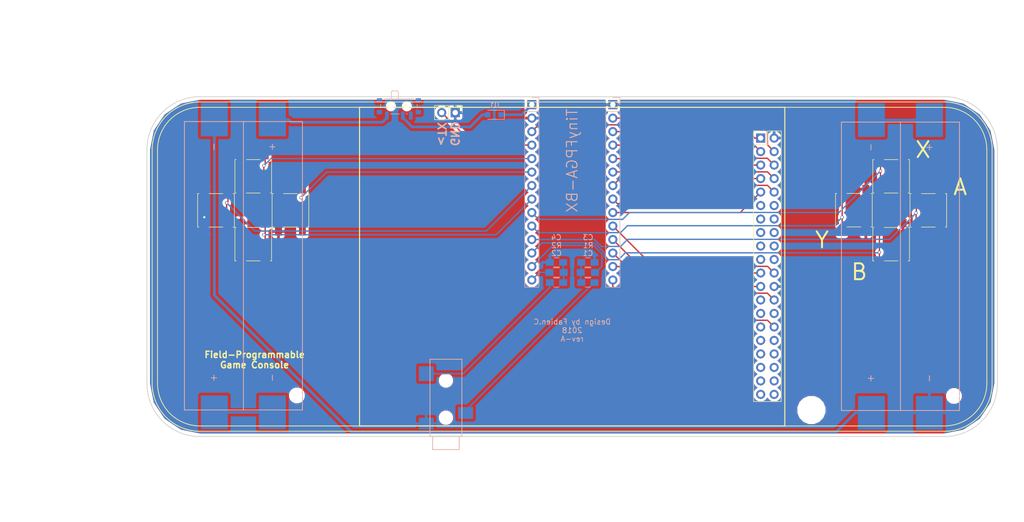
<source format=kicad_pcb>
(kicad_pcb (version 4) (host pcbnew 4.0.7-e0-6372~58~ubuntu16.10.1)

  (general
    (links 69)
    (no_connects 0)
    (area 59.924999 49.924999 220.075001 114.075001)
    (thickness 1.6)
    (drawings 44)
    (tracks 182)
    (zones 0)
    (modules 24)
    (nets 62)
  )

  (page A4)
  (layers
    (0 F.Cu signal)
    (31 B.Cu signal)
    (32 B.Adhes user)
    (33 F.Adhes user)
    (34 B.Paste user)
    (35 F.Paste user)
    (36 B.SilkS user)
    (37 F.SilkS user)
    (38 B.Mask user)
    (39 F.Mask user)
    (40 Dwgs.User user)
    (41 Cmts.User user)
    (42 Eco1.User user)
    (43 Eco2.User user)
    (44 Edge.Cuts user)
    (45 Margin user)
    (46 B.CrtYd user)
    (47 F.CrtYd user)
    (48 B.Fab user)
    (49 F.Fab user)
  )

  (setup
    (last_trace_width 0.25)
    (user_trace_width 0.5)
    (trace_clearance 0.2)
    (zone_clearance 0.508)
    (zone_45_only no)
    (trace_min 0.2)
    (segment_width 0.15)
    (edge_width 0.15)
    (via_size 0.6)
    (via_drill 0.4)
    (via_min_size 0.4)
    (via_min_drill 0.3)
    (uvia_size 0.3)
    (uvia_drill 0.1)
    (uvias_allowed no)
    (uvia_min_size 0.2)
    (uvia_min_drill 0.1)
    (pcb_text_width 0.3)
    (pcb_text_size 1.5 1.5)
    (mod_edge_width 0.15)
    (mod_text_size 1 1)
    (mod_text_width 0.15)
    (pad_size 1.524 1.524)
    (pad_drill 0.762)
    (pad_to_mask_clearance 0.2)
    (aux_axis_origin 0 0)
    (visible_elements FFFEFF7F)
    (pcbplotparams
      (layerselection 0x010f0_80000001)
      (usegerberextensions true)
      (excludeedgelayer true)
      (linewidth 0.100000)
      (plotframeref false)
      (viasonmask false)
      (mode 1)
      (useauxorigin false)
      (hpglpennumber 1)
      (hpglpenspeed 20)
      (hpglpendiameter 15)
      (hpglpenoverlay 2)
      (psnegative false)
      (psa4output false)
      (plotreference true)
      (plotvalue true)
      (plotinvisibletext false)
      (padsonsilk false)
      (subtractmaskfromsilk false)
      (outputformat 1)
      (mirror false)
      (drillshape 0)
      (scaleselection 1)
      (outputdirectory rev-A/gerber/))
  )

  (net 0 "")
  (net 1 "Net-(J2-Pad11)")
  (net 2 "Net-(J2-Pad12)")
  (net 3 "Net-(J2-Pad13)")
  (net 4 "Net-(J2-Pad14)")
  (net 5 "Net-(J2-Pad15)")
  (net 6 "Net-(J2-Pad16)")
  (net 7 "Net-(J2-Pad17)")
  (net 8 "Net-(J2-Pad18)")
  (net 9 "Net-(J2-Pad19)")
  (net 10 "Net-(J2-Pad20)")
  (net 11 "Net-(J2-Pad25)")
  (net 12 "Net-(J2-Pad27)")
  (net 13 "Net-(J2-Pad28)")
  (net 14 "Net-(J2-Pad29)")
  (net 15 "Net-(J2-Pad31)")
  (net 16 "Net-(J2-Pad32)")
  (net 17 "Net-(J2-Pad33)")
  (net 18 "Net-(J2-Pad34)")
  (net 19 "Net-(J2-Pad35)")
  (net 20 "Net-(J2-Pad36)")
  (net 21 "Net-(J2-Pad37)")
  (net 22 "Net-(J2-Pad38)")
  (net 23 "Net-(J2-Pad39)")
  (net 24 "Net-(J2-Pad40)")
  (net 25 "Net-(C1-Pad1)")
  (net 26 "Net-(C1-Pad2)")
  (net 27 "Net-(C2-Pad1)")
  (net 28 "Net-(C2-Pad2)")
  (net 29 GND)
  (net 30 /TX)
  (net 31 /3V3)
  (net 32 /LCD_D1)
  (net 33 /LCD_D0)
  (net 34 /LCD_D3)
  (net 35 /LCD_D2)
  (net 36 /LCD_D5)
  (net 37 /LCD_D4)
  (net 38 /LCD_D7)
  (net 39 /LCD_D6)
  (net 40 /LCD_TE)
  (net 41 /LCD_nreset)
  (net 42 /LCD_datacmd)
  (net 43 /LCD_write_edge)
  (net 44 /LCD_backlight)
  (net 45 /Audio_R)
  (net 46 /Audio_L)
  (net 47 /UP)
  (net 48 /RIGHT)
  (net 49 /LEFT)
  (net 50 /DOWN)
  (net 51 /Y)
  (net 52 /X)
  (net 53 /A)
  (net 54 /B)
  (net 55 /VIN)
  (net 56 "Net-(BT1-Pad2)")
  (net 57 "Net-(BT1-Pad3)")
  (net 58 "Net-(BT2-Pad2)")
  (net 59 "Net-(D1-Pad2)")
  (net 60 "Net-(BT2-Pad1)")
  (net 61 "Net-(SW1-Pad3)")

  (net_class Default "This is the default net class."
    (clearance 0.2)
    (trace_width 0.25)
    (via_dia 0.6)
    (via_drill 0.4)
    (uvia_dia 0.3)
    (uvia_drill 0.1)
    (add_net /3V3)
    (add_net /A)
    (add_net /Audio_L)
    (add_net /Audio_R)
    (add_net /B)
    (add_net /DOWN)
    (add_net /LCD_D0)
    (add_net /LCD_D1)
    (add_net /LCD_D2)
    (add_net /LCD_D3)
    (add_net /LCD_D4)
    (add_net /LCD_D5)
    (add_net /LCD_D6)
    (add_net /LCD_D7)
    (add_net /LCD_TE)
    (add_net /LCD_backlight)
    (add_net /LCD_datacmd)
    (add_net /LCD_nreset)
    (add_net /LCD_write_edge)
    (add_net /LEFT)
    (add_net /RIGHT)
    (add_net /TX)
    (add_net /UP)
    (add_net /VIN)
    (add_net /X)
    (add_net /Y)
    (add_net GND)
    (add_net "Net-(BT1-Pad2)")
    (add_net "Net-(BT1-Pad3)")
    (add_net "Net-(BT2-Pad1)")
    (add_net "Net-(BT2-Pad2)")
    (add_net "Net-(C1-Pad1)")
    (add_net "Net-(C1-Pad2)")
    (add_net "Net-(C2-Pad1)")
    (add_net "Net-(C2-Pad2)")
    (add_net "Net-(D1-Pad2)")
    (add_net "Net-(J2-Pad11)")
    (add_net "Net-(J2-Pad12)")
    (add_net "Net-(J2-Pad13)")
    (add_net "Net-(J2-Pad14)")
    (add_net "Net-(J2-Pad15)")
    (add_net "Net-(J2-Pad16)")
    (add_net "Net-(J2-Pad17)")
    (add_net "Net-(J2-Pad18)")
    (add_net "Net-(J2-Pad19)")
    (add_net "Net-(J2-Pad20)")
    (add_net "Net-(J2-Pad25)")
    (add_net "Net-(J2-Pad27)")
    (add_net "Net-(J2-Pad28)")
    (add_net "Net-(J2-Pad29)")
    (add_net "Net-(J2-Pad31)")
    (add_net "Net-(J2-Pad32)")
    (add_net "Net-(J2-Pad33)")
    (add_net "Net-(J2-Pad34)")
    (add_net "Net-(J2-Pad35)")
    (add_net "Net-(J2-Pad36)")
    (add_net "Net-(J2-Pad37)")
    (add_net "Net-(J2-Pad38)")
    (add_net "Net-(J2-Pad39)")
    (add_net "Net-(J2-Pad40)")
    (add_net "Net-(SW1-Pad3)")
  )

  (net_class power ""
    (clearance 0.2)
    (trace_width 0.5)
    (via_dia 0.6)
    (via_drill 0.4)
    (uvia_dia 0.3)
    (uvia_drill 0.1)
  )

  (module Resistors_SMD:R_0805_HandSoldering (layer B.Cu) (tedit 58E0A804) (tstamp 5BA77C9E)
    (at 142.95 83.1 180)
    (descr "Resistor SMD 0805, hand soldering")
    (tags "resistor 0805")
    (path /5BA80C96)
    (attr smd)
    (fp_text reference R1 (at -0.05 5.1 180) (layer B.SilkS)
      (effects (font (size 1 1) (thickness 0.15)) (justify mirror))
    )
    (fp_text value 330 (at 0 -1.75 180) (layer B.Fab)
      (effects (font (size 1 1) (thickness 0.15)) (justify mirror))
    )
    (fp_text user %R (at 0 0 180) (layer B.Fab)
      (effects (font (size 0.5 0.5) (thickness 0.075)) (justify mirror))
    )
    (fp_line (start -1 -0.62) (end -1 0.62) (layer B.Fab) (width 0.1))
    (fp_line (start 1 -0.62) (end -1 -0.62) (layer B.Fab) (width 0.1))
    (fp_line (start 1 0.62) (end 1 -0.62) (layer B.Fab) (width 0.1))
    (fp_line (start -1 0.62) (end 1 0.62) (layer B.Fab) (width 0.1))
    (fp_line (start 0.6 -0.88) (end -0.6 -0.88) (layer B.SilkS) (width 0.12))
    (fp_line (start -0.6 0.88) (end 0.6 0.88) (layer B.SilkS) (width 0.12))
    (fp_line (start -2.35 0.9) (end 2.35 0.9) (layer B.CrtYd) (width 0.05))
    (fp_line (start -2.35 0.9) (end -2.35 -0.9) (layer B.CrtYd) (width 0.05))
    (fp_line (start 2.35 -0.9) (end 2.35 0.9) (layer B.CrtYd) (width 0.05))
    (fp_line (start 2.35 -0.9) (end -2.35 -0.9) (layer B.CrtYd) (width 0.05))
    (pad 1 smd rect (at -1.35 0 180) (size 1.5 1.3) (layers B.Cu B.Paste B.Mask)
      (net 45 /Audio_R))
    (pad 2 smd rect (at 1.35 0 180) (size 1.5 1.3) (layers B.Cu B.Paste B.Mask)
      (net 25 "Net-(C1-Pad1)"))
    (model ${KISYS3DMOD}/Resistors_SMD.3dshapes/R_0805.wrl
      (at (xyz 0 0 0))
      (scale (xyz 1 1 1))
      (rotate (xyz 0 0 0))
    )
  )

  (module Pin_Headers:Pin_Header_Straight_2x20_Pitch2.54mm locked (layer F.Cu) (tedit 5BA7B748) (tstamp 5BA76770)
    (at 175.46 57.8)
    (descr "Through hole straight pin header, 2x20, 2.54mm pitch, double rows")
    (tags "Through hole pin header THT 2x20 2.54mm double row")
    (path /5BA76596)
    (fp_text reference J2 (at 1.27 -2.33) (layer F.SilkS) hide
      (effects (font (size 1 1) (thickness 0.15)))
    )
    (fp_text value CONN_02X20 (at 1.27 50.59) (layer F.Fab)
      (effects (font (size 1 1) (thickness 0.15)))
    )
    (fp_line (start 0 -1.27) (end 3.81 -1.27) (layer F.Fab) (width 0.1))
    (fp_line (start 3.81 -1.27) (end 3.81 49.53) (layer F.Fab) (width 0.1))
    (fp_line (start 3.81 49.53) (end -1.27 49.53) (layer F.Fab) (width 0.1))
    (fp_line (start -1.27 49.53) (end -1.27 0) (layer F.Fab) (width 0.1))
    (fp_line (start -1.27 0) (end 0 -1.27) (layer F.Fab) (width 0.1))
    (fp_line (start -1.33 49.59) (end 3.87 49.59) (layer F.SilkS) (width 0.12))
    (fp_line (start -1.33 1.27) (end -1.33 49.59) (layer F.SilkS) (width 0.12))
    (fp_line (start 3.87 -1.33) (end 3.87 49.59) (layer F.SilkS) (width 0.12))
    (fp_line (start -1.33 1.27) (end 1.27 1.27) (layer F.SilkS) (width 0.12))
    (fp_line (start 1.27 1.27) (end 1.27 -1.33) (layer F.SilkS) (width 0.12))
    (fp_line (start 1.27 -1.33) (end 3.87 -1.33) (layer F.SilkS) (width 0.12))
    (fp_line (start -1.33 0) (end -1.33 -1.33) (layer F.SilkS) (width 0.12))
    (fp_line (start -1.33 -1.33) (end 0 -1.33) (layer F.SilkS) (width 0.12))
    (fp_line (start -1.8 -1.8) (end -1.8 50.05) (layer F.CrtYd) (width 0.05))
    (fp_line (start -1.8 50.05) (end 4.35 50.05) (layer F.CrtYd) (width 0.05))
    (fp_line (start 4.35 50.05) (end 4.35 -1.8) (layer F.CrtYd) (width 0.05))
    (fp_line (start 4.35 -1.8) (end -1.8 -1.8) (layer F.CrtYd) (width 0.05))
    (fp_text user %R (at 1.27 24.13 90) (layer F.Fab)
      (effects (font (size 1 1) (thickness 0.15)))
    )
    (pad 1 thru_hole rect (at 0 0) (size 1.7 1.7) (drill 1) (layers *.Cu *.Mask)
      (net 31 /3V3))
    (pad 2 thru_hole oval (at 2.54 0) (size 1.7 1.7) (drill 1) (layers *.Cu *.Mask)
      (net 29 GND))
    (pad 3 thru_hole oval (at 0 2.54) (size 1.7 1.7) (drill 1) (layers *.Cu *.Mask)
      (net 32 /LCD_D1))
    (pad 4 thru_hole oval (at 2.54 2.54) (size 1.7 1.7) (drill 1) (layers *.Cu *.Mask)
      (net 33 /LCD_D0))
    (pad 5 thru_hole oval (at 0 5.08) (size 1.7 1.7) (drill 1) (layers *.Cu *.Mask)
      (net 34 /LCD_D3))
    (pad 6 thru_hole oval (at 2.54 5.08) (size 1.7 1.7) (drill 1) (layers *.Cu *.Mask)
      (net 35 /LCD_D2))
    (pad 7 thru_hole oval (at 0 7.62) (size 1.7 1.7) (drill 1) (layers *.Cu *.Mask)
      (net 36 /LCD_D5))
    (pad 8 thru_hole oval (at 2.54 7.62) (size 1.7 1.7) (drill 1) (layers *.Cu *.Mask)
      (net 37 /LCD_D4))
    (pad 9 thru_hole oval (at 0 10.16) (size 1.7 1.7) (drill 1) (layers *.Cu *.Mask)
      (net 38 /LCD_D7))
    (pad 10 thru_hole oval (at 2.54 10.16) (size 1.7 1.7) (drill 1) (layers *.Cu *.Mask)
      (net 39 /LCD_D6))
    (pad 11 thru_hole oval (at 0 12.7) (size 1.7 1.7) (drill 1) (layers *.Cu *.Mask)
      (net 1 "Net-(J2-Pad11)"))
    (pad 12 thru_hole oval (at 2.54 12.7) (size 1.7 1.7) (drill 1) (layers *.Cu *.Mask)
      (net 2 "Net-(J2-Pad12)"))
    (pad 13 thru_hole oval (at 0 15.24) (size 1.7 1.7) (drill 1) (layers *.Cu *.Mask)
      (net 3 "Net-(J2-Pad13)"))
    (pad 14 thru_hole oval (at 2.54 15.24) (size 1.7 1.7) (drill 1) (layers *.Cu *.Mask)
      (net 4 "Net-(J2-Pad14)"))
    (pad 15 thru_hole oval (at 0 17.78) (size 1.7 1.7) (drill 1) (layers *.Cu *.Mask)
      (net 5 "Net-(J2-Pad15)"))
    (pad 16 thru_hole oval (at 2.54 17.78) (size 1.7 1.7) (drill 1) (layers *.Cu *.Mask)
      (net 6 "Net-(J2-Pad16)"))
    (pad 17 thru_hole oval (at 0 20.32) (size 1.7 1.7) (drill 1) (layers *.Cu *.Mask)
      (net 7 "Net-(J2-Pad17)"))
    (pad 18 thru_hole oval (at 2.54 20.32) (size 1.7 1.7) (drill 1) (layers *.Cu *.Mask)
      (net 8 "Net-(J2-Pad18)"))
    (pad 19 thru_hole oval (at 0 22.86) (size 1.7 1.7) (drill 1) (layers *.Cu *.Mask)
      (net 9 "Net-(J2-Pad19)"))
    (pad 20 thru_hole oval (at 2.54 22.86) (size 1.7 1.7) (drill 1) (layers *.Cu *.Mask)
      (net 10 "Net-(J2-Pad20)"))
    (pad 21 thru_hole oval (at 0 25.4) (size 1.7 1.7) (drill 1) (layers *.Cu *.Mask)
      (net 40 /LCD_TE))
    (pad 22 thru_hole oval (at 2.54 25.4) (size 1.7 1.7) (drill 1) (layers *.Cu *.Mask)
      (net 41 /LCD_nreset))
    (pad 23 thru_hole oval (at 0 27.94) (size 1.7 1.7) (drill 1) (layers *.Cu *.Mask)
      (net 42 /LCD_datacmd))
    (pad 24 thru_hole oval (at 2.54 27.94) (size 1.7 1.7) (drill 1) (layers *.Cu *.Mask)
      (net 29 GND))
    (pad 25 thru_hole oval (at 0 30.48) (size 1.7 1.7) (drill 1) (layers *.Cu *.Mask)
      (net 11 "Net-(J2-Pad25)"))
    (pad 26 thru_hole oval (at 2.54 30.48) (size 1.7 1.7) (drill 1) (layers *.Cu *.Mask)
      (net 43 /LCD_write_edge))
    (pad 27 thru_hole oval (at 0 33.02) (size 1.7 1.7) (drill 1) (layers *.Cu *.Mask)
      (net 12 "Net-(J2-Pad27)"))
    (pad 28 thru_hole oval (at 2.54 33.02) (size 1.7 1.7) (drill 1) (layers *.Cu *.Mask)
      (net 13 "Net-(J2-Pad28)"))
    (pad 29 thru_hole oval (at 0 35.56) (size 1.7 1.7) (drill 1) (layers *.Cu *.Mask)
      (net 14 "Net-(J2-Pad29)"))
    (pad 30 thru_hole oval (at 2.54 35.56) (size 1.7 1.7) (drill 1) (layers *.Cu *.Mask)
      (net 44 /LCD_backlight))
    (pad 31 thru_hole oval (at 0 38.1) (size 1.7 1.7) (drill 1) (layers *.Cu *.Mask)
      (net 15 "Net-(J2-Pad31)"))
    (pad 32 thru_hole oval (at 2.54 38.1) (size 1.7 1.7) (drill 1) (layers *.Cu *.Mask)
      (net 16 "Net-(J2-Pad32)"))
    (pad 33 thru_hole oval (at 0 40.64) (size 1.7 1.7) (drill 1) (layers *.Cu *.Mask)
      (net 17 "Net-(J2-Pad33)"))
    (pad 34 thru_hole oval (at 2.54 40.64) (size 1.7 1.7) (drill 1) (layers *.Cu *.Mask)
      (net 18 "Net-(J2-Pad34)"))
    (pad 35 thru_hole oval (at 0 43.18) (size 1.7 1.7) (drill 1) (layers *.Cu *.Mask)
      (net 19 "Net-(J2-Pad35)"))
    (pad 36 thru_hole oval (at 2.54 43.18) (size 1.7 1.7) (drill 1) (layers *.Cu *.Mask)
      (net 20 "Net-(J2-Pad36)"))
    (pad 37 thru_hole oval (at 0 45.72) (size 1.7 1.7) (drill 1) (layers *.Cu *.Mask)
      (net 21 "Net-(J2-Pad37)"))
    (pad 38 thru_hole oval (at 2.54 45.72) (size 1.7 1.7) (drill 1) (layers *.Cu *.Mask)
      (net 22 "Net-(J2-Pad38)"))
    (pad 39 thru_hole oval (at 0 48.26) (size 1.7 1.7) (drill 1) (layers *.Cu *.Mask)
      (net 23 "Net-(J2-Pad39)"))
    (pad 40 thru_hole oval (at 2.54 48.26) (size 1.7 1.7) (drill 1) (layers *.Cu *.Mask)
      (net 24 "Net-(J2-Pad40)"))
    (model ${KISYS3DMOD}/Pin_Headers.3dshapes/Pin_Header_Straight_2x20_Pitch2.54mm.wrl
      (at (xyz 0 0 0))
      (scale (xyz 1 1 1))
      (rotate (xyz 0 0 0))
    )
  )

  (module Capacitors_SMD:C_0805_HandSoldering (layer B.Cu) (tedit 5BA79449) (tstamp 5BA77C5C)
    (at 142.95 85)
    (descr "Capacitor SMD 0805, hand soldering")
    (tags "capacitor 0805")
    (path /5BA80CA2)
    (attr smd)
    (fp_text reference C1 (at 0 -5.5) (layer B.SilkS)
      (effects (font (size 1 1) (thickness 0.15)) (justify mirror))
    )
    (fp_text value 10uF (at 0 -1.75) (layer B.Fab)
      (effects (font (size 1 1) (thickness 0.15)) (justify mirror))
    )
    (fp_text user %R (at 0 1.75) (layer B.Fab) hide
      (effects (font (size 1 1) (thickness 0.15)) (justify mirror))
    )
    (fp_line (start -1 -0.62) (end -1 0.62) (layer B.Fab) (width 0.1))
    (fp_line (start 1 -0.62) (end -1 -0.62) (layer B.Fab) (width 0.1))
    (fp_line (start 1 0.62) (end 1 -0.62) (layer B.Fab) (width 0.1))
    (fp_line (start -1 0.62) (end 1 0.62) (layer B.Fab) (width 0.1))
    (fp_line (start 0.5 0.85) (end -0.5 0.85) (layer B.SilkS) (width 0.12))
    (fp_line (start -0.5 -0.85) (end 0.5 -0.85) (layer B.SilkS) (width 0.12))
    (fp_line (start -2.25 0.88) (end 2.25 0.88) (layer B.CrtYd) (width 0.05))
    (fp_line (start -2.25 0.88) (end -2.25 -0.87) (layer B.CrtYd) (width 0.05))
    (fp_line (start 2.25 -0.87) (end 2.25 0.88) (layer B.CrtYd) (width 0.05))
    (fp_line (start 2.25 -0.87) (end -2.25 -0.87) (layer B.CrtYd) (width 0.05))
    (pad 1 smd rect (at -1.25 0) (size 1.5 1.25) (layers B.Cu B.Paste B.Mask)
      (net 25 "Net-(C1-Pad1)"))
    (pad 2 smd rect (at 1.25 0) (size 1.5 1.25) (layers B.Cu B.Paste B.Mask)
      (net 26 "Net-(C1-Pad2)"))
    (model Capacitors_SMD.3dshapes/C_0805.wrl
      (at (xyz 0 0 0))
      (scale (xyz 1 1 1))
      (rotate (xyz 0 0 0))
    )
  )

  (module Capacitors_SMD:C_0805_HandSoldering (layer B.Cu) (tedit 5BA79422) (tstamp 5BA77C62)
    (at 137.05 85 180)
    (descr "Capacitor SMD 0805, hand soldering")
    (tags "capacitor 0805")
    (path /5BA7F9A4)
    (attr smd)
    (fp_text reference C2 (at 0 5.5 180) (layer B.SilkS)
      (effects (font (size 1 1) (thickness 0.15)) (justify mirror))
    )
    (fp_text value 10uF (at 0 -1.75 180) (layer B.Fab)
      (effects (font (size 1 1) (thickness 0.15)) (justify mirror))
    )
    (fp_text user %R (at 0 1.75 180) (layer B.Fab) hide
      (effects (font (size 1 1) (thickness 0.15)) (justify mirror))
    )
    (fp_line (start -1 -0.62) (end -1 0.62) (layer B.Fab) (width 0.1))
    (fp_line (start 1 -0.62) (end -1 -0.62) (layer B.Fab) (width 0.1))
    (fp_line (start 1 0.62) (end 1 -0.62) (layer B.Fab) (width 0.1))
    (fp_line (start -1 0.62) (end 1 0.62) (layer B.Fab) (width 0.1))
    (fp_line (start 0.5 0.85) (end -0.5 0.85) (layer B.SilkS) (width 0.12))
    (fp_line (start -0.5 -0.85) (end 0.5 -0.85) (layer B.SilkS) (width 0.12))
    (fp_line (start -2.25 0.88) (end 2.25 0.88) (layer B.CrtYd) (width 0.05))
    (fp_line (start -2.25 0.88) (end -2.25 -0.87) (layer B.CrtYd) (width 0.05))
    (fp_line (start 2.25 -0.87) (end 2.25 0.88) (layer B.CrtYd) (width 0.05))
    (fp_line (start 2.25 -0.87) (end -2.25 -0.87) (layer B.CrtYd) (width 0.05))
    (pad 1 smd rect (at -1.25 0 180) (size 1.5 1.25) (layers B.Cu B.Paste B.Mask)
      (net 27 "Net-(C2-Pad1)"))
    (pad 2 smd rect (at 1.25 0 180) (size 1.5 1.25) (layers B.Cu B.Paste B.Mask)
      (net 28 "Net-(C2-Pad2)"))
    (model Capacitors_SMD.3dshapes/C_0805.wrl
      (at (xyz 0 0 0))
      (scale (xyz 1 1 1))
      (rotate (xyz 0 0 0))
    )
  )

  (module Capacitors_SMD:C_0805_HandSoldering (layer B.Cu) (tedit 5BA79441) (tstamp 5BA77C68)
    (at 142.95 81.2)
    (descr "Capacitor SMD 0805, hand soldering")
    (tags "capacitor 0805")
    (path /5BA80C9C)
    (attr smd)
    (fp_text reference C3 (at 0.05 -4.7) (layer B.SilkS)
      (effects (font (size 1 1) (thickness 0.15)) (justify mirror))
    )
    (fp_text value 0.1uF (at 0 -1.75) (layer B.Fab)
      (effects (font (size 1 1) (thickness 0.15)) (justify mirror))
    )
    (fp_text user %R (at 0 1.75) (layer B.Fab) hide
      (effects (font (size 1 1) (thickness 0.15)) (justify mirror))
    )
    (fp_line (start -1 -0.62) (end -1 0.62) (layer B.Fab) (width 0.1))
    (fp_line (start 1 -0.62) (end -1 -0.62) (layer B.Fab) (width 0.1))
    (fp_line (start 1 0.62) (end 1 -0.62) (layer B.Fab) (width 0.1))
    (fp_line (start -1 0.62) (end 1 0.62) (layer B.Fab) (width 0.1))
    (fp_line (start 0.5 0.85) (end -0.5 0.85) (layer B.SilkS) (width 0.12))
    (fp_line (start -0.5 -0.85) (end 0.5 -0.85) (layer B.SilkS) (width 0.12))
    (fp_line (start -2.25 0.88) (end 2.25 0.88) (layer B.CrtYd) (width 0.05))
    (fp_line (start -2.25 0.88) (end -2.25 -0.87) (layer B.CrtYd) (width 0.05))
    (fp_line (start 2.25 -0.87) (end 2.25 0.88) (layer B.CrtYd) (width 0.05))
    (fp_line (start 2.25 -0.87) (end -2.25 -0.87) (layer B.CrtYd) (width 0.05))
    (pad 1 smd rect (at -1.25 0) (size 1.5 1.25) (layers B.Cu B.Paste B.Mask)
      (net 25 "Net-(C1-Pad1)"))
    (pad 2 smd rect (at 1.25 0) (size 1.5 1.25) (layers B.Cu B.Paste B.Mask)
      (net 29 GND))
    (model Capacitors_SMD.3dshapes/C_0805.wrl
      (at (xyz 0 0 0))
      (scale (xyz 1 1 1))
      (rotate (xyz 0 0 0))
    )
  )

  (module Capacitors_SMD:C_0805_HandSoldering (layer B.Cu) (tedit 5BA79417) (tstamp 5BA77C6E)
    (at 137.05 81.2 180)
    (descr "Capacitor SMD 0805, hand soldering")
    (tags "capacitor 0805")
    (path /5BA7F8DA)
    (attr smd)
    (fp_text reference C4 (at 0.05 4.7 180) (layer B.SilkS)
      (effects (font (size 1 1) (thickness 0.15)) (justify mirror))
    )
    (fp_text value 0.1uF (at 0 -1.75 180) (layer B.Fab)
      (effects (font (size 1 1) (thickness 0.15)) (justify mirror))
    )
    (fp_text user %R (at -3.95 1.75 180) (layer B.Fab) hide
      (effects (font (size 1 1) (thickness 0.15)) (justify mirror))
    )
    (fp_line (start -1 -0.62) (end -1 0.62) (layer B.Fab) (width 0.1))
    (fp_line (start 1 -0.62) (end -1 -0.62) (layer B.Fab) (width 0.1))
    (fp_line (start 1 0.62) (end 1 -0.62) (layer B.Fab) (width 0.1))
    (fp_line (start -1 0.62) (end 1 0.62) (layer B.Fab) (width 0.1))
    (fp_line (start 0.5 0.85) (end -0.5 0.85) (layer B.SilkS) (width 0.12))
    (fp_line (start -0.5 -0.85) (end 0.5 -0.85) (layer B.SilkS) (width 0.12))
    (fp_line (start -2.25 0.88) (end 2.25 0.88) (layer B.CrtYd) (width 0.05))
    (fp_line (start -2.25 0.88) (end -2.25 -0.87) (layer B.CrtYd) (width 0.05))
    (fp_line (start 2.25 -0.87) (end 2.25 0.88) (layer B.CrtYd) (width 0.05))
    (fp_line (start 2.25 -0.87) (end -2.25 -0.87) (layer B.CrtYd) (width 0.05))
    (pad 1 smd rect (at -1.25 0 180) (size 1.5 1.25) (layers B.Cu B.Paste B.Mask)
      (net 27 "Net-(C2-Pad1)"))
    (pad 2 smd rect (at 1.25 0 180) (size 1.5 1.25) (layers B.Cu B.Paste B.Mask)
      (net 29 GND))
    (model Capacitors_SMD.3dshapes/C_0805.wrl
      (at (xyz 0 0 0))
      (scale (xyz 1 1 1))
      (rotate (xyz 0 0 0))
    )
  )

  (module Pin_Headers:Pin_Header_Straight_1x14_Pitch2.54mm locked (layer B.Cu) (tedit 5BA7B744) (tstamp 5BA77C80)
    (at 147.65 51.49961 180)
    (descr "Through hole straight pin header, 1x14, 2.54mm pitch, single row")
    (tags "Through hole pin header THT 1x14 2.54mm single row")
    (path /5BA78854)
    (fp_text reference J3 (at 0 2.33 180) (layer B.SilkS) hide
      (effects (font (size 1 1) (thickness 0.15)) (justify mirror))
    )
    (fp_text value CONN_01X14 (at 0 -35.35 180) (layer B.Fab)
      (effects (font (size 1 1) (thickness 0.15)) (justify mirror))
    )
    (fp_line (start -0.635 1.27) (end 1.27 1.27) (layer B.Fab) (width 0.1))
    (fp_line (start 1.27 1.27) (end 1.27 -34.29) (layer B.Fab) (width 0.1))
    (fp_line (start 1.27 -34.29) (end -1.27 -34.29) (layer B.Fab) (width 0.1))
    (fp_line (start -1.27 -34.29) (end -1.27 0.635) (layer B.Fab) (width 0.1))
    (fp_line (start -1.27 0.635) (end -0.635 1.27) (layer B.Fab) (width 0.1))
    (fp_line (start -1.33 -34.35) (end 1.33 -34.35) (layer B.SilkS) (width 0.12))
    (fp_line (start -1.33 -1.27) (end -1.33 -34.35) (layer B.SilkS) (width 0.12))
    (fp_line (start 1.33 -1.27) (end 1.33 -34.35) (layer B.SilkS) (width 0.12))
    (fp_line (start -1.33 -1.27) (end 1.33 -1.27) (layer B.SilkS) (width 0.12))
    (fp_line (start -1.33 0) (end -1.33 1.33) (layer B.SilkS) (width 0.12))
    (fp_line (start -1.33 1.33) (end 0 1.33) (layer B.SilkS) (width 0.12))
    (fp_line (start -1.8 1.8) (end -1.8 -34.8) (layer B.CrtYd) (width 0.05))
    (fp_line (start -1.8 -34.8) (end 1.8 -34.8) (layer B.CrtYd) (width 0.05))
    (fp_line (start 1.8 -34.8) (end 1.8 1.8) (layer B.CrtYd) (width 0.05))
    (fp_line (start 1.8 1.8) (end -1.8 1.8) (layer B.CrtYd) (width 0.05))
    (fp_text user %R (at 0 -16.51 450) (layer B.Fab)
      (effects (font (size 1 1) (thickness 0.15)) (justify mirror))
    )
    (pad 1 thru_hole rect (at 0 0 180) (size 1.7 1.7) (drill 1) (layers *.Cu *.Mask)
      (net 29 GND))
    (pad 2 thru_hole oval (at 0 -2.54 180) (size 1.7 1.7) (drill 1) (layers *.Cu *.Mask)
      (net 33 /LCD_D0))
    (pad 3 thru_hole oval (at 0 -5.08 180) (size 1.7 1.7) (drill 1) (layers *.Cu *.Mask)
      (net 32 /LCD_D1))
    (pad 4 thru_hole oval (at 0 -7.62 180) (size 1.7 1.7) (drill 1) (layers *.Cu *.Mask)
      (net 35 /LCD_D2))
    (pad 5 thru_hole oval (at 0 -10.16 180) (size 1.7 1.7) (drill 1) (layers *.Cu *.Mask)
      (net 34 /LCD_D3))
    (pad 6 thru_hole oval (at 0 -12.7 180) (size 1.7 1.7) (drill 1) (layers *.Cu *.Mask)
      (net 37 /LCD_D4))
    (pad 7 thru_hole oval (at 0 -15.24 180) (size 1.7 1.7) (drill 1) (layers *.Cu *.Mask)
      (net 36 /LCD_D5))
    (pad 8 thru_hole oval (at 0 -17.78 180) (size 1.7 1.7) (drill 1) (layers *.Cu *.Mask)
      (net 39 /LCD_D6))
    (pad 9 thru_hole oval (at 0 -20.32 180) (size 1.7 1.7) (drill 1) (layers *.Cu *.Mask)
      (net 38 /LCD_D7))
    (pad 10 thru_hole oval (at 0 -22.86 180) (size 1.7 1.7) (drill 1) (layers *.Cu *.Mask)
      (net 41 /LCD_nreset))
    (pad 11 thru_hole oval (at 0 -25.4 180) (size 1.7 1.7) (drill 1) (layers *.Cu *.Mask)
      (net 40 /LCD_TE))
    (pad 12 thru_hole oval (at 0 -27.94 180) (size 1.7 1.7) (drill 1) (layers *.Cu *.Mask)
      (net 42 /LCD_datacmd))
    (pad 13 thru_hole oval (at 0 -30.48 180) (size 1.7 1.7) (drill 1) (layers *.Cu *.Mask)
      (net 43 /LCD_write_edge))
    (pad 14 thru_hole oval (at 0 -33.02 180) (size 1.7 1.7) (drill 1) (layers *.Cu *.Mask)
      (net 44 /LCD_backlight))
    (model ${KISYS3DMOD}/Pin_Headers.3dshapes/Pin_Header_Straight_1x14_Pitch2.54mm.wrl
      (at (xyz 0 0 0))
      (scale (xyz 1 1 1))
      (rotate (xyz 0 0 0))
    )
  )

  (module Pin_Headers:Pin_Header_Straight_1x14_Pitch2.54mm locked (layer B.Cu) (tedit 5BA7B741) (tstamp 5BA77C98)
    (at 132.41 51.49961 180)
    (descr "Through hole straight pin header, 1x14, 2.54mm pitch, single row")
    (tags "Through hole pin header THT 1x14 2.54mm single row")
    (path /5BA78938)
    (fp_text reference J5 (at 0 2.33 180) (layer B.SilkS) hide
      (effects (font (size 1 1) (thickness 0.15)) (justify mirror))
    )
    (fp_text value CONN_01X14 (at 0 -35.35 180) (layer B.Fab)
      (effects (font (size 1 1) (thickness 0.15)) (justify mirror))
    )
    (fp_line (start -0.635 1.27) (end 1.27 1.27) (layer B.Fab) (width 0.1))
    (fp_line (start 1.27 1.27) (end 1.27 -34.29) (layer B.Fab) (width 0.1))
    (fp_line (start 1.27 -34.29) (end -1.27 -34.29) (layer B.Fab) (width 0.1))
    (fp_line (start -1.27 -34.29) (end -1.27 0.635) (layer B.Fab) (width 0.1))
    (fp_line (start -1.27 0.635) (end -0.635 1.27) (layer B.Fab) (width 0.1))
    (fp_line (start -1.33 -34.35) (end 1.33 -34.35) (layer B.SilkS) (width 0.12))
    (fp_line (start -1.33 -1.27) (end -1.33 -34.35) (layer B.SilkS) (width 0.12))
    (fp_line (start 1.33 -1.27) (end 1.33 -34.35) (layer B.SilkS) (width 0.12))
    (fp_line (start -1.33 -1.27) (end 1.33 -1.27) (layer B.SilkS) (width 0.12))
    (fp_line (start -1.33 0) (end -1.33 1.33) (layer B.SilkS) (width 0.12))
    (fp_line (start -1.33 1.33) (end 0 1.33) (layer B.SilkS) (width 0.12))
    (fp_line (start -1.8 1.8) (end -1.8 -34.8) (layer B.CrtYd) (width 0.05))
    (fp_line (start -1.8 -34.8) (end 1.8 -34.8) (layer B.CrtYd) (width 0.05))
    (fp_line (start 1.8 -34.8) (end 1.8 1.8) (layer B.CrtYd) (width 0.05))
    (fp_line (start 1.8 1.8) (end -1.8 1.8) (layer B.CrtYd) (width 0.05))
    (fp_text user %R (at 0 -16.51 450) (layer B.Fab)
      (effects (font (size 1 1) (thickness 0.15)) (justify mirror))
    )
    (pad 1 thru_hole rect (at 0 0 180) (size 1.7 1.7) (drill 1) (layers *.Cu *.Mask)
      (net 55 /VIN))
    (pad 2 thru_hole oval (at 0 -2.54 180) (size 1.7 1.7) (drill 1) (layers *.Cu *.Mask)
      (net 29 GND))
    (pad 3 thru_hole oval (at 0 -5.08 180) (size 1.7 1.7) (drill 1) (layers *.Cu *.Mask)
      (net 31 /3V3))
    (pad 4 thru_hole oval (at 0 -7.62 180) (size 1.7 1.7) (drill 1) (layers *.Cu *.Mask)
      (net 30 /TX))
    (pad 5 thru_hole oval (at 0 -10.16 180) (size 1.7 1.7) (drill 1) (layers *.Cu *.Mask)
      (net 47 /UP))
    (pad 6 thru_hole oval (at 0 -12.7 180) (size 1.7 1.7) (drill 1) (layers *.Cu *.Mask)
      (net 48 /RIGHT))
    (pad 7 thru_hole oval (at 0 -15.24 180) (size 1.7 1.7) (drill 1) (layers *.Cu *.Mask)
      (net 49 /LEFT))
    (pad 8 thru_hole oval (at 0 -17.78 180) (size 1.7 1.7) (drill 1) (layers *.Cu *.Mask)
      (net 50 /DOWN))
    (pad 9 thru_hole oval (at 0 -20.32 180) (size 1.7 1.7) (drill 1) (layers *.Cu *.Mask)
      (net 52 /X))
    (pad 10 thru_hole oval (at 0 -22.86 180) (size 1.7 1.7) (drill 1) (layers *.Cu *.Mask)
      (net 51 /Y))
    (pad 11 thru_hole oval (at 0 -25.4 180) (size 1.7 1.7) (drill 1) (layers *.Cu *.Mask)
      (net 53 /A))
    (pad 12 thru_hole oval (at 0 -27.94 180) (size 1.7 1.7) (drill 1) (layers *.Cu *.Mask)
      (net 54 /B))
    (pad 13 thru_hole oval (at 0 -30.48 180) (size 1.7 1.7) (drill 1) (layers *.Cu *.Mask)
      (net 45 /Audio_R))
    (pad 14 thru_hole oval (at 0 -33.02 180) (size 1.7 1.7) (drill 1) (layers *.Cu *.Mask)
      (net 46 /Audio_L))
    (model ${KISYS3DMOD}/Pin_Headers.3dshapes/Pin_Header_Straight_1x14_Pitch2.54mm.wrl
      (at (xyz 0 0 0))
      (scale (xyz 1 1 1))
      (rotate (xyz 0 0 0))
    )
  )

  (module Resistors_SMD:R_0805_HandSoldering (layer B.Cu) (tedit 58E0A804) (tstamp 5BA77CA4)
    (at 137.05 83.1)
    (descr "Resistor SMD 0805, hand soldering")
    (tags "resistor 0805")
    (path /5BA7F893)
    (attr smd)
    (fp_text reference R2 (at 0 -5.1) (layer B.SilkS)
      (effects (font (size 1 1) (thickness 0.15)) (justify mirror))
    )
    (fp_text value 330 (at 0 -1.75) (layer B.Fab)
      (effects (font (size 1 1) (thickness 0.15)) (justify mirror))
    )
    (fp_text user %R (at 0 0) (layer B.Fab)
      (effects (font (size 0.5 0.5) (thickness 0.075)) (justify mirror))
    )
    (fp_line (start -1 -0.62) (end -1 0.62) (layer B.Fab) (width 0.1))
    (fp_line (start 1 -0.62) (end -1 -0.62) (layer B.Fab) (width 0.1))
    (fp_line (start 1 0.62) (end 1 -0.62) (layer B.Fab) (width 0.1))
    (fp_line (start -1 0.62) (end 1 0.62) (layer B.Fab) (width 0.1))
    (fp_line (start 0.6 -0.88) (end -0.6 -0.88) (layer B.SilkS) (width 0.12))
    (fp_line (start -0.6 0.88) (end 0.6 0.88) (layer B.SilkS) (width 0.12))
    (fp_line (start -2.35 0.9) (end 2.35 0.9) (layer B.CrtYd) (width 0.05))
    (fp_line (start -2.35 0.9) (end -2.35 -0.9) (layer B.CrtYd) (width 0.05))
    (fp_line (start 2.35 -0.9) (end 2.35 0.9) (layer B.CrtYd) (width 0.05))
    (fp_line (start 2.35 -0.9) (end -2.35 -0.9) (layer B.CrtYd) (width 0.05))
    (pad 1 smd rect (at -1.35 0) (size 1.5 1.3) (layers B.Cu B.Paste B.Mask)
      (net 46 /Audio_L))
    (pad 2 smd rect (at 1.35 0) (size 1.5 1.3) (layers B.Cu B.Paste B.Mask)
      (net 27 "Net-(C2-Pad1)"))
    (model ${KISYS3DMOD}/Resistors_SMD.3dshapes/R_0805.wrl
      (at (xyz 0 0 0))
      (scale (xyz 1 1 1))
      (rotate (xyz 0 0 0))
    )
  )

  (module Buttons_Switches_SMD:SW_SPST_B3S-1000 (layer F.Cu) (tedit 5BA786F7) (tstamp 5BA77CAC)
    (at 207 71.4 270)
    (descr "Surface Mount Tactile Switch for High-Density Packaging")
    (tags "Tactile Switch")
    (path /5BA77424)
    (attr smd)
    (fp_text reference SWA1 (at 0 -4.5 270) (layer F.SilkS) hide
      (effects (font (size 1 1) (thickness 0.15)))
    )
    (fp_text value B3FS-1010P (at 0 4.5 270) (layer F.Fab)
      (effects (font (size 1 1) (thickness 0.15)))
    )
    (fp_text user %R (at 0 -4.5 270) (layer F.Fab)
      (effects (font (size 1 1) (thickness 0.15)))
    )
    (fp_line (start -5 3.7) (end 5 3.7) (layer F.CrtYd) (width 0.05))
    (fp_line (start 5 3.7) (end 5 -3.7) (layer F.CrtYd) (width 0.05))
    (fp_line (start 5 -3.7) (end -5 -3.7) (layer F.CrtYd) (width 0.05))
    (fp_line (start -5 -3.7) (end -5 3.7) (layer F.CrtYd) (width 0.05))
    (fp_line (start -3.15 -3.2) (end -3.15 -3.45) (layer F.SilkS) (width 0.12))
    (fp_line (start -3.15 -3.45) (end 3.15 -3.45) (layer F.SilkS) (width 0.12))
    (fp_line (start 3.15 -3.45) (end 3.15 -3.2) (layer F.SilkS) (width 0.12))
    (fp_line (start -3.15 1.3) (end -3.15 -1.3) (layer F.SilkS) (width 0.12))
    (fp_line (start 3.15 3.2) (end 3.15 3.45) (layer F.SilkS) (width 0.12))
    (fp_line (start 3.15 3.45) (end -3.15 3.45) (layer F.SilkS) (width 0.12))
    (fp_line (start -3.15 3.45) (end -3.15 3.2) (layer F.SilkS) (width 0.12))
    (fp_line (start 3.15 -1.3) (end 3.15 1.3) (layer F.SilkS) (width 0.12))
    (fp_circle (center 0 0) (end 1.65 0) (layer F.Fab) (width 0.1))
    (fp_line (start -3 -3.3) (end 3 -3.3) (layer F.Fab) (width 0.1))
    (fp_line (start 3 -3.3) (end 3 3.3) (layer F.Fab) (width 0.1))
    (fp_line (start 3 3.3) (end -3 3.3) (layer F.Fab) (width 0.1))
    (fp_line (start -3 3.3) (end -3 -3.3) (layer F.Fab) (width 0.1))
    (pad 1 smd rect (at -3.975 -2.25 270) (size 1.55 1.3) (layers F.Cu F.Paste F.Mask)
      (net 29 GND))
    (pad 1 smd rect (at 3.975 -2.25 270) (size 1.55 1.3) (layers F.Cu F.Paste F.Mask)
      (net 29 GND))
    (pad 2 smd rect (at -3.975 2.25 270) (size 1.55 1.3) (layers F.Cu F.Paste F.Mask)
      (net 53 /A))
    (pad 2 smd rect (at 3.975 2.25 270) (size 1.55 1.3) (layers F.Cu F.Paste F.Mask)
      (net 53 /A))
    (model ${KISYS3DMOD}/Buttons_Switches_SMD.3dshapes/SW_SPST_B3S-1000.wrl
      (at (xyz 0 0 0))
      (scale (xyz 1 1 1))
      (rotate (xyz 0 0 0))
    )
  )

  (module Buttons_Switches_SMD:SW_SPST_B3S-1000 (layer F.Cu) (tedit 5BA786FD) (tstamp 5BA77CB4)
    (at 200 77.775 270)
    (descr "Surface Mount Tactile Switch for High-Density Packaging")
    (tags "Tactile Switch")
    (path /5BA773BA)
    (attr smd)
    (fp_text reference SWB1 (at 0 -4.5 270) (layer F.SilkS) hide
      (effects (font (size 1 1) (thickness 0.15)))
    )
    (fp_text value B3FS-1010P (at 0 4.5 270) (layer F.Fab)
      (effects (font (size 1 1) (thickness 0.15)))
    )
    (fp_text user %R (at 0 -4.5 270) (layer F.Fab)
      (effects (font (size 1 1) (thickness 0.15)))
    )
    (fp_line (start -5 3.7) (end 5 3.7) (layer F.CrtYd) (width 0.05))
    (fp_line (start 5 3.7) (end 5 -3.7) (layer F.CrtYd) (width 0.05))
    (fp_line (start 5 -3.7) (end -5 -3.7) (layer F.CrtYd) (width 0.05))
    (fp_line (start -5 -3.7) (end -5 3.7) (layer F.CrtYd) (width 0.05))
    (fp_line (start -3.15 -3.2) (end -3.15 -3.45) (layer F.SilkS) (width 0.12))
    (fp_line (start -3.15 -3.45) (end 3.15 -3.45) (layer F.SilkS) (width 0.12))
    (fp_line (start 3.15 -3.45) (end 3.15 -3.2) (layer F.SilkS) (width 0.12))
    (fp_line (start -3.15 1.3) (end -3.15 -1.3) (layer F.SilkS) (width 0.12))
    (fp_line (start 3.15 3.2) (end 3.15 3.45) (layer F.SilkS) (width 0.12))
    (fp_line (start 3.15 3.45) (end -3.15 3.45) (layer F.SilkS) (width 0.12))
    (fp_line (start -3.15 3.45) (end -3.15 3.2) (layer F.SilkS) (width 0.12))
    (fp_line (start 3.15 -1.3) (end 3.15 1.3) (layer F.SilkS) (width 0.12))
    (fp_circle (center 0 0) (end 1.65 0) (layer F.Fab) (width 0.1))
    (fp_line (start -3 -3.3) (end 3 -3.3) (layer F.Fab) (width 0.1))
    (fp_line (start 3 -3.3) (end 3 3.3) (layer F.Fab) (width 0.1))
    (fp_line (start 3 3.3) (end -3 3.3) (layer F.Fab) (width 0.1))
    (fp_line (start -3 3.3) (end -3 -3.3) (layer F.Fab) (width 0.1))
    (pad 1 smd rect (at -3.975 -2.25 270) (size 1.55 1.3) (layers F.Cu F.Paste F.Mask)
      (net 29 GND))
    (pad 1 smd rect (at 3.975 -2.25 270) (size 1.55 1.3) (layers F.Cu F.Paste F.Mask)
      (net 29 GND))
    (pad 2 smd rect (at -3.975 2.25 270) (size 1.55 1.3) (layers F.Cu F.Paste F.Mask)
      (net 54 /B))
    (pad 2 smd rect (at 3.975 2.25 270) (size 1.55 1.3) (layers F.Cu F.Paste F.Mask)
      (net 54 /B))
    (model ${KISYS3DMOD}/Buttons_Switches_SMD.3dshapes/SW_SPST_B3S-1000.wrl
      (at (xyz 0 0 0))
      (scale (xyz 1 1 1))
      (rotate (xyz 0 0 0))
    )
  )

  (module Buttons_Switches_SMD:SW_SPST_B3S-1000 (layer F.Cu) (tedit 5BA78711) (tstamp 5BA77CBC)
    (at 80 77.775 90)
    (descr "Surface Mount Tactile Switch for High-Density Packaging")
    (tags "Tactile Switch")
    (path /5BA77A27)
    (attr smd)
    (fp_text reference SWDOWN1 (at 0 -4.5 90) (layer F.SilkS) hide
      (effects (font (size 1 1) (thickness 0.15)))
    )
    (fp_text value B3FS-1010P (at 0 4.5 90) (layer F.Fab)
      (effects (font (size 1 1) (thickness 0.15)))
    )
    (fp_text user %R (at 0 -4.5 90) (layer F.Fab)
      (effects (font (size 1 1) (thickness 0.15)))
    )
    (fp_line (start -5 3.7) (end 5 3.7) (layer F.CrtYd) (width 0.05))
    (fp_line (start 5 3.7) (end 5 -3.7) (layer F.CrtYd) (width 0.05))
    (fp_line (start 5 -3.7) (end -5 -3.7) (layer F.CrtYd) (width 0.05))
    (fp_line (start -5 -3.7) (end -5 3.7) (layer F.CrtYd) (width 0.05))
    (fp_line (start -3.15 -3.2) (end -3.15 -3.45) (layer F.SilkS) (width 0.12))
    (fp_line (start -3.15 -3.45) (end 3.15 -3.45) (layer F.SilkS) (width 0.12))
    (fp_line (start 3.15 -3.45) (end 3.15 -3.2) (layer F.SilkS) (width 0.12))
    (fp_line (start -3.15 1.3) (end -3.15 -1.3) (layer F.SilkS) (width 0.12))
    (fp_line (start 3.15 3.2) (end 3.15 3.45) (layer F.SilkS) (width 0.12))
    (fp_line (start 3.15 3.45) (end -3.15 3.45) (layer F.SilkS) (width 0.12))
    (fp_line (start -3.15 3.45) (end -3.15 3.2) (layer F.SilkS) (width 0.12))
    (fp_line (start 3.15 -1.3) (end 3.15 1.3) (layer F.SilkS) (width 0.12))
    (fp_circle (center 0 0) (end 1.65 0) (layer F.Fab) (width 0.1))
    (fp_line (start -3 -3.3) (end 3 -3.3) (layer F.Fab) (width 0.1))
    (fp_line (start 3 -3.3) (end 3 3.3) (layer F.Fab) (width 0.1))
    (fp_line (start 3 3.3) (end -3 3.3) (layer F.Fab) (width 0.1))
    (fp_line (start -3 3.3) (end -3 -3.3) (layer F.Fab) (width 0.1))
    (pad 1 smd rect (at -3.975 -2.25 90) (size 1.55 1.3) (layers F.Cu F.Paste F.Mask)
      (net 29 GND))
    (pad 1 smd rect (at 3.975 -2.25 90) (size 1.55 1.3) (layers F.Cu F.Paste F.Mask)
      (net 29 GND))
    (pad 2 smd rect (at -3.975 2.25 90) (size 1.55 1.3) (layers F.Cu F.Paste F.Mask)
      (net 50 /DOWN))
    (pad 2 smd rect (at 3.975 2.25 90) (size 1.55 1.3) (layers F.Cu F.Paste F.Mask)
      (net 50 /DOWN))
    (model ${KISYS3DMOD}/Buttons_Switches_SMD.3dshapes/SW_SPST_B3S-1000.wrl
      (at (xyz 0 0 0))
      (scale (xyz 1 1 1))
      (rotate (xyz 0 0 0))
    )
  )

  (module Buttons_Switches_SMD:SW_SPST_B3S-1000 (layer F.Cu) (tedit 5BA78716) (tstamp 5BA77CC4)
    (at 73 71.4 90)
    (descr "Surface Mount Tactile Switch for High-Density Packaging")
    (tags "Tactile Switch")
    (path /5BA77A86)
    (attr smd)
    (fp_text reference SWLEFT1 (at 0 -4.5 90) (layer F.SilkS) hide
      (effects (font (size 1 1) (thickness 0.15)))
    )
    (fp_text value B3FS-1010P (at 0 4.5 90) (layer F.Fab)
      (effects (font (size 1 1) (thickness 0.15)))
    )
    (fp_text user %R (at 0 -4.5 90) (layer F.Fab)
      (effects (font (size 1 1) (thickness 0.15)))
    )
    (fp_line (start -5 3.7) (end 5 3.7) (layer F.CrtYd) (width 0.05))
    (fp_line (start 5 3.7) (end 5 -3.7) (layer F.CrtYd) (width 0.05))
    (fp_line (start 5 -3.7) (end -5 -3.7) (layer F.CrtYd) (width 0.05))
    (fp_line (start -5 -3.7) (end -5 3.7) (layer F.CrtYd) (width 0.05))
    (fp_line (start -3.15 -3.2) (end -3.15 -3.45) (layer F.SilkS) (width 0.12))
    (fp_line (start -3.15 -3.45) (end 3.15 -3.45) (layer F.SilkS) (width 0.12))
    (fp_line (start 3.15 -3.45) (end 3.15 -3.2) (layer F.SilkS) (width 0.12))
    (fp_line (start -3.15 1.3) (end -3.15 -1.3) (layer F.SilkS) (width 0.12))
    (fp_line (start 3.15 3.2) (end 3.15 3.45) (layer F.SilkS) (width 0.12))
    (fp_line (start 3.15 3.45) (end -3.15 3.45) (layer F.SilkS) (width 0.12))
    (fp_line (start -3.15 3.45) (end -3.15 3.2) (layer F.SilkS) (width 0.12))
    (fp_line (start 3.15 -1.3) (end 3.15 1.3) (layer F.SilkS) (width 0.12))
    (fp_circle (center 0 0) (end 1.65 0) (layer F.Fab) (width 0.1))
    (fp_line (start -3 -3.3) (end 3 -3.3) (layer F.Fab) (width 0.1))
    (fp_line (start 3 -3.3) (end 3 3.3) (layer F.Fab) (width 0.1))
    (fp_line (start 3 3.3) (end -3 3.3) (layer F.Fab) (width 0.1))
    (fp_line (start -3 3.3) (end -3 -3.3) (layer F.Fab) (width 0.1))
    (pad 1 smd rect (at -3.975 -2.25 90) (size 1.55 1.3) (layers F.Cu F.Paste F.Mask)
      (net 29 GND))
    (pad 1 smd rect (at 3.975 -2.25 90) (size 1.55 1.3) (layers F.Cu F.Paste F.Mask)
      (net 29 GND))
    (pad 2 smd rect (at -3.975 2.25 90) (size 1.55 1.3) (layers F.Cu F.Paste F.Mask)
      (net 49 /LEFT))
    (pad 2 smd rect (at 3.975 2.25 90) (size 1.55 1.3) (layers F.Cu F.Paste F.Mask)
      (net 49 /LEFT))
    (model ${KISYS3DMOD}/Buttons_Switches_SMD.3dshapes/SW_SPST_B3S-1000.wrl
      (at (xyz 0 0 0))
      (scale (xyz 1 1 1))
      (rotate (xyz 0 0 0))
    )
  )

  (module Buttons_Switches_SMD:SW_SPST_B3S-1000 (layer F.Cu) (tedit 5BA7870E) (tstamp 5BA77CCC)
    (at 87 71.4 90)
    (descr "Surface Mount Tactile Switch for High-Density Packaging")
    (tags "Tactile Switch")
    (path /5BA779DB)
    (attr smd)
    (fp_text reference SWRIGHT1 (at 0 -4.5 90) (layer F.SilkS) hide
      (effects (font (size 1 1) (thickness 0.15)))
    )
    (fp_text value B3FS-1010P (at 0 4.5 90) (layer F.Fab)
      (effects (font (size 1 1) (thickness 0.15)))
    )
    (fp_text user %R (at 0 -4.5 90) (layer F.Fab)
      (effects (font (size 1 1) (thickness 0.15)))
    )
    (fp_line (start -5 3.7) (end 5 3.7) (layer F.CrtYd) (width 0.05))
    (fp_line (start 5 3.7) (end 5 -3.7) (layer F.CrtYd) (width 0.05))
    (fp_line (start 5 -3.7) (end -5 -3.7) (layer F.CrtYd) (width 0.05))
    (fp_line (start -5 -3.7) (end -5 3.7) (layer F.CrtYd) (width 0.05))
    (fp_line (start -3.15 -3.2) (end -3.15 -3.45) (layer F.SilkS) (width 0.12))
    (fp_line (start -3.15 -3.45) (end 3.15 -3.45) (layer F.SilkS) (width 0.12))
    (fp_line (start 3.15 -3.45) (end 3.15 -3.2) (layer F.SilkS) (width 0.12))
    (fp_line (start -3.15 1.3) (end -3.15 -1.3) (layer F.SilkS) (width 0.12))
    (fp_line (start 3.15 3.2) (end 3.15 3.45) (layer F.SilkS) (width 0.12))
    (fp_line (start 3.15 3.45) (end -3.15 3.45) (layer F.SilkS) (width 0.12))
    (fp_line (start -3.15 3.45) (end -3.15 3.2) (layer F.SilkS) (width 0.12))
    (fp_line (start 3.15 -1.3) (end 3.15 1.3) (layer F.SilkS) (width 0.12))
    (fp_circle (center 0 0) (end 1.65 0) (layer F.Fab) (width 0.1))
    (fp_line (start -3 -3.3) (end 3 -3.3) (layer F.Fab) (width 0.1))
    (fp_line (start 3 -3.3) (end 3 3.3) (layer F.Fab) (width 0.1))
    (fp_line (start 3 3.3) (end -3 3.3) (layer F.Fab) (width 0.1))
    (fp_line (start -3 3.3) (end -3 -3.3) (layer F.Fab) (width 0.1))
    (pad 1 smd rect (at -3.975 -2.25 90) (size 1.55 1.3) (layers F.Cu F.Paste F.Mask)
      (net 29 GND))
    (pad 1 smd rect (at 3.975 -2.25 90) (size 1.55 1.3) (layers F.Cu F.Paste F.Mask)
      (net 29 GND))
    (pad 2 smd rect (at -3.975 2.25 90) (size 1.55 1.3) (layers F.Cu F.Paste F.Mask)
      (net 48 /RIGHT))
    (pad 2 smd rect (at 3.975 2.25 90) (size 1.55 1.3) (layers F.Cu F.Paste F.Mask)
      (net 48 /RIGHT))
    (model ${KISYS3DMOD}/Buttons_Switches_SMD.3dshapes/SW_SPST_B3S-1000.wrl
      (at (xyz 0 0 0))
      (scale (xyz 1 1 1))
      (rotate (xyz 0 0 0))
    )
  )

  (module Buttons_Switches_SMD:SW_SPST_B3S-1000 (layer F.Cu) (tedit 5BA7871A) (tstamp 5BA77CD4)
    (at 80 65 90)
    (descr "Surface Mount Tactile Switch for High-Density Packaging")
    (tags "Tactile Switch")
    (path /5BA77934)
    (attr smd)
    (fp_text reference SWUP1 (at 0 -4.5 90) (layer F.SilkS) hide
      (effects (font (size 1 1) (thickness 0.15)))
    )
    (fp_text value B3FS-1010P (at 0 4.5 90) (layer F.Fab)
      (effects (font (size 1 1) (thickness 0.15)))
    )
    (fp_text user %R (at 0 -4.5 90) (layer F.Fab)
      (effects (font (size 1 1) (thickness 0.15)))
    )
    (fp_line (start -5 3.7) (end 5 3.7) (layer F.CrtYd) (width 0.05))
    (fp_line (start 5 3.7) (end 5 -3.7) (layer F.CrtYd) (width 0.05))
    (fp_line (start 5 -3.7) (end -5 -3.7) (layer F.CrtYd) (width 0.05))
    (fp_line (start -5 -3.7) (end -5 3.7) (layer F.CrtYd) (width 0.05))
    (fp_line (start -3.15 -3.2) (end -3.15 -3.45) (layer F.SilkS) (width 0.12))
    (fp_line (start -3.15 -3.45) (end 3.15 -3.45) (layer F.SilkS) (width 0.12))
    (fp_line (start 3.15 -3.45) (end 3.15 -3.2) (layer F.SilkS) (width 0.12))
    (fp_line (start -3.15 1.3) (end -3.15 -1.3) (layer F.SilkS) (width 0.12))
    (fp_line (start 3.15 3.2) (end 3.15 3.45) (layer F.SilkS) (width 0.12))
    (fp_line (start 3.15 3.45) (end -3.15 3.45) (layer F.SilkS) (width 0.12))
    (fp_line (start -3.15 3.45) (end -3.15 3.2) (layer F.SilkS) (width 0.12))
    (fp_line (start 3.15 -1.3) (end 3.15 1.3) (layer F.SilkS) (width 0.12))
    (fp_circle (center 0 0) (end 1.65 0) (layer F.Fab) (width 0.1))
    (fp_line (start -3 -3.3) (end 3 -3.3) (layer F.Fab) (width 0.1))
    (fp_line (start 3 -3.3) (end 3 3.3) (layer F.Fab) (width 0.1))
    (fp_line (start 3 3.3) (end -3 3.3) (layer F.Fab) (width 0.1))
    (fp_line (start -3 3.3) (end -3 -3.3) (layer F.Fab) (width 0.1))
    (pad 1 smd rect (at -3.975 -2.25 90) (size 1.55 1.3) (layers F.Cu F.Paste F.Mask)
      (net 29 GND))
    (pad 1 smd rect (at 3.975 -2.25 90) (size 1.55 1.3) (layers F.Cu F.Paste F.Mask)
      (net 29 GND))
    (pad 2 smd rect (at -3.975 2.25 90) (size 1.55 1.3) (layers F.Cu F.Paste F.Mask)
      (net 47 /UP))
    (pad 2 smd rect (at 3.975 2.25 90) (size 1.55 1.3) (layers F.Cu F.Paste F.Mask)
      (net 47 /UP))
    (model ${KISYS3DMOD}/Buttons_Switches_SMD.3dshapes/SW_SPST_B3S-1000.wrl
      (at (xyz 0 0 0))
      (scale (xyz 1 1 1))
      (rotate (xyz 0 0 0))
    )
  )

  (module Buttons_Switches_SMD:SW_SPST_B3S-1000 (layer F.Cu) (tedit 5BA78702) (tstamp 5BA77CDC)
    (at 200 65 270)
    (descr "Surface Mount Tactile Switch for High-Density Packaging")
    (tags "Tactile Switch")
    (path /5BA77099)
    (attr smd)
    (fp_text reference SWX1 (at 0 -4.5 270) (layer F.SilkS) hide
      (effects (font (size 1 1) (thickness 0.15)))
    )
    (fp_text value B3FS-1010P (at 0 4.5 450) (layer F.Fab)
      (effects (font (size 1 1) (thickness 0.15)))
    )
    (fp_text user %R (at 0 -4.5 270) (layer F.Fab)
      (effects (font (size 1 1) (thickness 0.15)))
    )
    (fp_line (start -5 3.7) (end 5 3.7) (layer F.CrtYd) (width 0.05))
    (fp_line (start 5 3.7) (end 5 -3.7) (layer F.CrtYd) (width 0.05))
    (fp_line (start 5 -3.7) (end -5 -3.7) (layer F.CrtYd) (width 0.05))
    (fp_line (start -5 -3.7) (end -5 3.7) (layer F.CrtYd) (width 0.05))
    (fp_line (start -3.15 -3.2) (end -3.15 -3.45) (layer F.SilkS) (width 0.12))
    (fp_line (start -3.15 -3.45) (end 3.15 -3.45) (layer F.SilkS) (width 0.12))
    (fp_line (start 3.15 -3.45) (end 3.15 -3.2) (layer F.SilkS) (width 0.12))
    (fp_line (start -3.15 1.3) (end -3.15 -1.3) (layer F.SilkS) (width 0.12))
    (fp_line (start 3.15 3.2) (end 3.15 3.45) (layer F.SilkS) (width 0.12))
    (fp_line (start 3.15 3.45) (end -3.15 3.45) (layer F.SilkS) (width 0.12))
    (fp_line (start -3.15 3.45) (end -3.15 3.2) (layer F.SilkS) (width 0.12))
    (fp_line (start 3.15 -1.3) (end 3.15 1.3) (layer F.SilkS) (width 0.12))
    (fp_circle (center 0 0) (end 1.65 0) (layer F.Fab) (width 0.1))
    (fp_line (start -3 -3.3) (end 3 -3.3) (layer F.Fab) (width 0.1))
    (fp_line (start 3 -3.3) (end 3 3.3) (layer F.Fab) (width 0.1))
    (fp_line (start 3 3.3) (end -3 3.3) (layer F.Fab) (width 0.1))
    (fp_line (start -3 3.3) (end -3 -3.3) (layer F.Fab) (width 0.1))
    (pad 1 smd rect (at -3.975 -2.25 270) (size 1.55 1.3) (layers F.Cu F.Paste F.Mask)
      (net 29 GND))
    (pad 1 smd rect (at 3.975 -2.25 270) (size 1.55 1.3) (layers F.Cu F.Paste F.Mask)
      (net 29 GND))
    (pad 2 smd rect (at -3.975 2.25 270) (size 1.55 1.3) (layers F.Cu F.Paste F.Mask)
      (net 52 /X))
    (pad 2 smd rect (at 3.975 2.25 270) (size 1.55 1.3) (layers F.Cu F.Paste F.Mask)
      (net 52 /X))
    (model ${KISYS3DMOD}/Buttons_Switches_SMD.3dshapes/SW_SPST_B3S-1000.wrl
      (at (xyz 0 0 0))
      (scale (xyz 1 1 1))
      (rotate (xyz 0 0 0))
    )
  )

  (module Buttons_Switches_SMD:SW_SPST_B3S-1000 (layer F.Cu) (tedit 5BA78706) (tstamp 5BA77CE4)
    (at 193 71.375 270)
    (descr "Surface Mount Tactile Switch for High-Density Packaging")
    (tags "Tactile Switch")
    (path /5BA77466)
    (attr smd)
    (fp_text reference SWY1 (at 0 -4.5 270) (layer F.SilkS) hide
      (effects (font (size 1 1) (thickness 0.15)))
    )
    (fp_text value B3FS-1010P (at 0 4.5 270) (layer F.Fab)
      (effects (font (size 1 1) (thickness 0.15)))
    )
    (fp_text user %R (at 0 -4.5 270) (layer F.Fab)
      (effects (font (size 1 1) (thickness 0.15)))
    )
    (fp_line (start -5 3.7) (end 5 3.7) (layer F.CrtYd) (width 0.05))
    (fp_line (start 5 3.7) (end 5 -3.7) (layer F.CrtYd) (width 0.05))
    (fp_line (start 5 -3.7) (end -5 -3.7) (layer F.CrtYd) (width 0.05))
    (fp_line (start -5 -3.7) (end -5 3.7) (layer F.CrtYd) (width 0.05))
    (fp_line (start -3.15 -3.2) (end -3.15 -3.45) (layer F.SilkS) (width 0.12))
    (fp_line (start -3.15 -3.45) (end 3.15 -3.45) (layer F.SilkS) (width 0.12))
    (fp_line (start 3.15 -3.45) (end 3.15 -3.2) (layer F.SilkS) (width 0.12))
    (fp_line (start -3.15 1.3) (end -3.15 -1.3) (layer F.SilkS) (width 0.12))
    (fp_line (start 3.15 3.2) (end 3.15 3.45) (layer F.SilkS) (width 0.12))
    (fp_line (start 3.15 3.45) (end -3.15 3.45) (layer F.SilkS) (width 0.12))
    (fp_line (start -3.15 3.45) (end -3.15 3.2) (layer F.SilkS) (width 0.12))
    (fp_line (start 3.15 -1.3) (end 3.15 1.3) (layer F.SilkS) (width 0.12))
    (fp_circle (center 0 0) (end 1.65 0) (layer F.Fab) (width 0.1))
    (fp_line (start -3 -3.3) (end 3 -3.3) (layer F.Fab) (width 0.1))
    (fp_line (start 3 -3.3) (end 3 3.3) (layer F.Fab) (width 0.1))
    (fp_line (start 3 3.3) (end -3 3.3) (layer F.Fab) (width 0.1))
    (fp_line (start -3 3.3) (end -3 -3.3) (layer F.Fab) (width 0.1))
    (pad 1 smd rect (at -3.975 -2.25 270) (size 1.55 1.3) (layers F.Cu F.Paste F.Mask)
      (net 29 GND))
    (pad 1 smd rect (at 3.975 -2.25 270) (size 1.55 1.3) (layers F.Cu F.Paste F.Mask)
      (net 29 GND))
    (pad 2 smd rect (at -3.975 2.25 270) (size 1.55 1.3) (layers F.Cu F.Paste F.Mask)
      (net 51 /Y))
    (pad 2 smd rect (at 3.975 2.25 270) (size 1.55 1.3) (layers F.Cu F.Paste F.Mask)
      (net 51 /Y))
    (model ${KISYS3DMOD}/Buttons_Switches_SMD.3dshapes/SW_SPST_B3S-1000.wrl
      (at (xyz 0 0 0))
      (scale (xyz 1 1 1))
      (rotate (xyz 0 0 0))
    )
  )

  (module footprints:SJ-3523-SMT (layer B.Cu) (tedit 5BA79F49) (tstamp 5BA77CED)
    (at 116.25 110.45 90)
    (path /5BA7EC8A)
    (fp_text reference U1 (at -3.45 10.35 90) (layer B.SilkS) hide
      (effects (font (size 1 1) (thickness 0.15)) (justify mirror))
    )
    (fp_text value 3.5_audio_jack (at -2 12.15 90) (layer B.Fab)
      (effects (font (size 1 1) (thickness 0.15)) (justify mirror))
    )
    (fp_line (start -6 -2.5) (end -3.5 -2.5) (layer B.SilkS) (width 0.15))
    (fp_line (start -6 2.5) (end -6 -2.5) (layer B.SilkS) (width 0.15))
    (fp_line (start -3.5 2.5) (end -6 2.5) (layer B.SilkS) (width 0.15))
    (fp_line (start 11 3) (end -3.5 3) (layer B.SilkS) (width 0.15))
    (fp_line (start 11 -3) (end 11 3) (layer B.SilkS) (width 0.15))
    (fp_line (start -3.5 -3) (end 11 -3) (layer B.SilkS) (width 0.15))
    (fp_line (start -3.5 3) (end -3.5 -3) (layer B.SilkS) (width 0.15))
    (pad "" np_thru_hole circle (at 0 0 90) (size 1.7 1.7) (drill 1.7) (layers *.Cu *.Mask))
    (pad "" np_thru_hole circle (at 7 0 90) (size 1.7 1.7) (drill 1.7) (layers *.Cu *.Mask))
    (pad 2 smd rect (at -1.1 -3.7 90) (size 2.2 2.8) (layers B.Cu B.Paste B.Mask)
      (net 29 GND))
    (pad 3 smd rect (at 0.9 3.7 90) (size 2.2 2.8) (layers B.Cu B.Paste B.Mask)
      (net 26 "Net-(C1-Pad2)"))
    (pad 1 smd rect (at 8.3 -3.7 90) (size 2.8 2.8) (layers B.Cu B.Paste B.Mask)
      (net 28 "Net-(C2-Pad2)"))
    (model ${KIPRJMOD}/../../3D_models/for_kicad/SJ_352X_SMT.wrl
      (at (xyz -0.138 -0.118 0))
      (scale (xyz 0.3937 0.3937 0.3937))
      (rotate (xyz 0 0 0))
    )
  )

  (module Pin_Headers:Pin_Header_Straight_1x02_Pitch2.54mm (layer F.Cu) (tedit 5BA7B73C) (tstamp 5BA77FAB)
    (at 118 53 270)
    (descr "Through hole straight pin header, 1x02, 2.54mm pitch, single row")
    (tags "Through hole pin header THT 1x02 2.54mm single row")
    (path /5BA7DE7B)
    (fp_text reference J1 (at 0 -2.33 270) (layer F.SilkS) hide
      (effects (font (size 1 1) (thickness 0.15)))
    )
    (fp_text value CONN_01X02 (at 0 4.87 270) (layer F.Fab)
      (effects (font (size 1 1) (thickness 0.15)))
    )
    (fp_line (start -0.635 -1.27) (end 1.27 -1.27) (layer F.Fab) (width 0.1))
    (fp_line (start 1.27 -1.27) (end 1.27 3.81) (layer F.Fab) (width 0.1))
    (fp_line (start 1.27 3.81) (end -1.27 3.81) (layer F.Fab) (width 0.1))
    (fp_line (start -1.27 3.81) (end -1.27 -0.635) (layer F.Fab) (width 0.1))
    (fp_line (start -1.27 -0.635) (end -0.635 -1.27) (layer F.Fab) (width 0.1))
    (fp_line (start -1.33 3.87) (end 1.33 3.87) (layer F.SilkS) (width 0.12))
    (fp_line (start -1.33 1.27) (end -1.33 3.87) (layer F.SilkS) (width 0.12))
    (fp_line (start 1.33 1.27) (end 1.33 3.87) (layer F.SilkS) (width 0.12))
    (fp_line (start -1.33 1.27) (end 1.33 1.27) (layer F.SilkS) (width 0.12))
    (fp_line (start -1.33 0) (end -1.33 -1.33) (layer F.SilkS) (width 0.12))
    (fp_line (start -1.33 -1.33) (end 0 -1.33) (layer F.SilkS) (width 0.12))
    (fp_line (start -1.8 -1.8) (end -1.8 4.35) (layer F.CrtYd) (width 0.05))
    (fp_line (start -1.8 4.35) (end 1.8 4.35) (layer F.CrtYd) (width 0.05))
    (fp_line (start 1.8 4.35) (end 1.8 -1.8) (layer F.CrtYd) (width 0.05))
    (fp_line (start 1.8 -1.8) (end -1.8 -1.8) (layer F.CrtYd) (width 0.05))
    (fp_text user %R (at 0 1.27 360) (layer F.Fab)
      (effects (font (size 1 1) (thickness 0.15)))
    )
    (pad 1 thru_hole rect (at 0 0 270) (size 1.7 1.7) (drill 1) (layers *.Cu *.Mask)
      (net 29 GND))
    (pad 2 thru_hole oval (at 0 2.54 270) (size 1.7 1.7) (drill 1) (layers *.Cu *.Mask)
      (net 30 /TX))
    (model ${KISYS3DMOD}/Pin_Headers.3dshapes/Pin_Header_Straight_1x02_Pitch2.54mm.wrl
      (at (xyz 0 0 0))
      (scale (xyz 1 1 1))
      (rotate (xyz 0 0 0))
    )
  )

  (module microbit_connector:DUAL_AAA_Battery_holder_1022 (layer B.Cu) (tedit 5BA7B74E) (tstamp 5BA7A67E)
    (at 207.2 109.54 90)
    (path /5BA87122)
    (fp_text reference BT1 (at -1 4.8 90) (layer B.SilkS) hide
      (effects (font (size 1 1) (thickness 0.15)) (justify mirror))
    )
    (fp_text value "Keystone 1022" (at 0 7.3 90) (layer B.Fab)
      (effects (font (size 1 1) (thickness 0.15)) (justify mirror))
    )
    (fp_line (start 50.5 -11) (end 49.5 -11) (layer B.SilkS) (width 0.15))
    (fp_line (start 6.5 -10.5) (end 6.5 -11.5) (layer B.SilkS) (width 0.15))
    (fp_line (start 6 -11) (end 7 -11) (layer B.SilkS) (width 0.15))
    (fp_line (start 50 0.5) (end 50 -0.5) (layer B.SilkS) (width 0.15))
    (fp_line (start 50.5 0) (end 49.5 0) (layer B.SilkS) (width 0.15))
    (fp_line (start 6 0) (end 7 0) (layer B.SilkS) (width 0.15))
    (fp_line (start 54.75 -16.55) (end 0.45 -16.55) (layer B.SilkS) (width 0.15))
    (fp_line (start 0.45 5.65) (end 54.75 5.65) (layer B.SilkS) (width 0.15))
    (fp_line (start 27.6 -5.45) (end 0.45 -5.45) (layer B.SilkS) (width 0.15))
    (fp_line (start 0.45 -5.45) (end 0.45 5.65) (layer B.SilkS) (width 0.15))
    (fp_line (start 0.45 -16.55) (end 0.45 -5.45) (layer B.SilkS) (width 0.15))
    (fp_line (start 54.75 -5.45) (end 27.6 -5.45) (layer B.SilkS) (width 0.15))
    (fp_line (start 54.75 -5.45) (end 54.75 5.65) (layer B.SilkS) (width 0.15))
    (fp_line (start 54.75 -16.55) (end 54.75 -5.45) (layer B.SilkS) (width 0.15))
    (pad 1 smd rect (at 0 0 90) (size 6.35 5.08) (layers B.Cu B.Paste B.Mask)
      (net 29 GND))
    (pad 2 smd rect (at 55.14 0 90) (size 6.35 5.08) (layers B.Cu B.Paste B.Mask)
      (net 56 "Net-(BT1-Pad2)"))
    (pad 3 smd rect (at 0 -10.91 90) (size 6.35 5.08) (layers B.Cu B.Paste B.Mask)
      (net 57 "Net-(BT1-Pad3)"))
    (pad 4 smd rect (at 55.14 -10.91 90) (size 6.35 5.08) (layers B.Cu B.Paste B.Mask)
      (net 56 "Net-(BT1-Pad2)"))
    (pad "" np_thru_hole circle (at 3.18 4.62 90) (size 1.98 1.98) (drill 1.98) (layers *.Cu *.Mask))
  )

  (module microbit_connector:DUAL_AAA_Battery_holder_1022 (layer B.Cu) (tedit 5BA7B732) (tstamp 5BA7A695)
    (at 83.6 109.44 90)
    (path /5BA87280)
    (fp_text reference BT2 (at -1 4.8 90) (layer B.SilkS) hide
      (effects (font (size 1 1) (thickness 0.15)) (justify mirror))
    )
    (fp_text value "Keystone 1022" (at 0 7.3 90) (layer B.Fab)
      (effects (font (size 1 1) (thickness 0.15)) (justify mirror))
    )
    (fp_line (start 50.5 -11) (end 49.5 -11) (layer B.SilkS) (width 0.15))
    (fp_line (start 6.5 -10.5) (end 6.5 -11.5) (layer B.SilkS) (width 0.15))
    (fp_line (start 6 -11) (end 7 -11) (layer B.SilkS) (width 0.15))
    (fp_line (start 50 0.5) (end 50 -0.5) (layer B.SilkS) (width 0.15))
    (fp_line (start 50.5 0) (end 49.5 0) (layer B.SilkS) (width 0.15))
    (fp_line (start 6 0) (end 7 0) (layer B.SilkS) (width 0.15))
    (fp_line (start 54.75 -16.55) (end 0.45 -16.55) (layer B.SilkS) (width 0.15))
    (fp_line (start 0.45 5.65) (end 54.75 5.65) (layer B.SilkS) (width 0.15))
    (fp_line (start 27.6 -5.45) (end 0.45 -5.45) (layer B.SilkS) (width 0.15))
    (fp_line (start 0.45 -5.45) (end 0.45 5.65) (layer B.SilkS) (width 0.15))
    (fp_line (start 0.45 -16.55) (end 0.45 -5.45) (layer B.SilkS) (width 0.15))
    (fp_line (start 54.75 -5.45) (end 27.6 -5.45) (layer B.SilkS) (width 0.15))
    (fp_line (start 54.75 -5.45) (end 54.75 5.65) (layer B.SilkS) (width 0.15))
    (fp_line (start 54.75 -16.55) (end 54.75 -5.45) (layer B.SilkS) (width 0.15))
    (pad 1 smd rect (at 0 0 90) (size 6.35 5.08) (layers B.Cu B.Paste B.Mask)
      (net 60 "Net-(BT2-Pad1)"))
    (pad 2 smd rect (at 55.14 0 90) (size 6.35 5.08) (layers B.Cu B.Paste B.Mask)
      (net 58 "Net-(BT2-Pad2)"))
    (pad 3 smd rect (at 0 -10.91 90) (size 6.35 5.08) (layers B.Cu B.Paste B.Mask)
      (net 60 "Net-(BT2-Pad1)"))
    (pad 4 smd rect (at 55.14 -10.91 90) (size 6.35 5.08) (layers B.Cu B.Paste B.Mask)
      (net 57 "Net-(BT1-Pad3)"))
    (pad "" np_thru_hole circle (at 3.18 4.62 90) (size 1.98 1.98) (drill 1.98) (layers *.Cu *.Mask))
  )

  (module Diodes_SMD:SOD-323_HandSoldering (layer B.Cu) (tedit 58641869) (tstamp 5BA7A69B)
    (at 125.35 53.4 180)
    (descr SOD-323)
    (tags SOD-323)
    (path /5BA8907C)
    (attr smd)
    (fp_text reference D1 (at 0 1.85 180) (layer B.SilkS)
      (effects (font (size 1 1) (thickness 0.15)) (justify mirror))
    )
    (fp_text value DIODE (at 0.1 -1.9 180) (layer B.Fab)
      (effects (font (size 1 1) (thickness 0.15)) (justify mirror))
    )
    (fp_line (start -1.9 0.85) (end -1.9 -0.85) (layer B.SilkS) (width 0.12))
    (fp_line (start 0.2 0) (end 0.45 0) (layer B.Fab) (width 0.1))
    (fp_line (start 0.2 -0.35) (end -0.3 0) (layer B.Fab) (width 0.1))
    (fp_line (start 0.2 0.35) (end 0.2 -0.35) (layer B.Fab) (width 0.1))
    (fp_line (start -0.3 0) (end 0.2 0.35) (layer B.Fab) (width 0.1))
    (fp_line (start -0.3 0) (end -0.5 0) (layer B.Fab) (width 0.1))
    (fp_line (start -0.3 0.35) (end -0.3 -0.35) (layer B.Fab) (width 0.1))
    (fp_line (start -0.9 -0.7) (end -0.9 0.7) (layer B.Fab) (width 0.1))
    (fp_line (start 0.9 -0.7) (end -0.9 -0.7) (layer B.Fab) (width 0.1))
    (fp_line (start 0.9 0.7) (end 0.9 -0.7) (layer B.Fab) (width 0.1))
    (fp_line (start -0.9 0.7) (end 0.9 0.7) (layer B.Fab) (width 0.1))
    (fp_line (start -2 0.95) (end 2 0.95) (layer B.CrtYd) (width 0.05))
    (fp_line (start 2 0.95) (end 2 -0.95) (layer B.CrtYd) (width 0.05))
    (fp_line (start -2 -0.95) (end 2 -0.95) (layer B.CrtYd) (width 0.05))
    (fp_line (start -2 0.95) (end -2 -0.95) (layer B.CrtYd) (width 0.05))
    (fp_line (start -1.9 -0.85) (end 1.25 -0.85) (layer B.SilkS) (width 0.12))
    (fp_line (start -1.9 0.85) (end 1.25 0.85) (layer B.SilkS) (width 0.12))
    (pad 1 smd rect (at -1.25 0 180) (size 1 1) (layers B.Cu B.Paste B.Mask)
      (net 55 /VIN))
    (pad 2 smd rect (at 1.25 0 180) (size 1 1) (layers B.Cu B.Paste B.Mask)
      (net 59 "Net-(D1-Pad2)"))
    (model Diodes_SMD.3dshapes/SOD-323.wrl
      (at (xyz 0 0 0))
      (scale (xyz 1 1 1))
      (rotate (xyz 0 0 180))
    )
  )

  (module Buttons_Switches_SMD:SW_SPDT_PCM12 (layer B.Cu) (tedit 5BA7B737) (tstamp 5BA7A6A8)
    (at 107.4 52.13)
    (descr "Ultraminiature Surface Mount Slide Switch")
    (path /5BA88858)
    (attr smd)
    (fp_text reference SW1 (at 0 3.2) (layer B.SilkS) hide
      (effects (font (size 1 1) (thickness 0.15)) (justify mirror))
    )
    (fp_text value SW_SPDT (at 0 -4.25) (layer B.Fab)
      (effects (font (size 1 1) (thickness 0.15)) (justify mirror))
    )
    (fp_text user %R (at 0 3.2) (layer B.Fab) hide
      (effects (font (size 1 1) (thickness 0.15)) (justify mirror))
    )
    (fp_line (start -1.4 -1.65) (end -1.4 -2.95) (layer B.Fab) (width 0.1))
    (fp_line (start -1.4 -2.95) (end -1.2 -3.15) (layer B.Fab) (width 0.1))
    (fp_line (start -1.2 -3.15) (end -0.35 -3.15) (layer B.Fab) (width 0.1))
    (fp_line (start -0.35 -3.15) (end -0.15 -2.95) (layer B.Fab) (width 0.1))
    (fp_line (start -0.15 -2.95) (end -0.1 -2.9) (layer B.Fab) (width 0.1))
    (fp_line (start -0.1 -2.9) (end -0.1 -1.6) (layer B.Fab) (width 0.1))
    (fp_line (start -3.35 1) (end -3.35 -1.6) (layer B.Fab) (width 0.1))
    (fp_line (start -3.35 -1.6) (end 3.35 -1.6) (layer B.Fab) (width 0.1))
    (fp_line (start 3.35 -1.6) (end 3.35 1) (layer B.Fab) (width 0.1))
    (fp_line (start 3.35 1) (end -3.35 1) (layer B.Fab) (width 0.1))
    (fp_line (start 1.4 1.12) (end 1.6 1.12) (layer B.SilkS) (width 0.12))
    (fp_line (start -4.4 2.45) (end 4.4 2.45) (layer B.CrtYd) (width 0.05))
    (fp_line (start 4.4 2.45) (end 4.4 -2.1) (layer B.CrtYd) (width 0.05))
    (fp_line (start 4.4 -2.1) (end 1.65 -2.1) (layer B.CrtYd) (width 0.05))
    (fp_line (start 1.65 -2.1) (end 1.65 -3.4) (layer B.CrtYd) (width 0.05))
    (fp_line (start 1.65 -3.4) (end -1.65 -3.4) (layer B.CrtYd) (width 0.05))
    (fp_line (start -1.65 -3.4) (end -1.65 -2.1) (layer B.CrtYd) (width 0.05))
    (fp_line (start -1.65 -2.1) (end -4.4 -2.1) (layer B.CrtYd) (width 0.05))
    (fp_line (start -4.4 -2.1) (end -4.4 2.45) (layer B.CrtYd) (width 0.05))
    (fp_line (start -1.4 -3.02) (end -1.2 -3.23) (layer B.SilkS) (width 0.12))
    (fp_line (start -0.1 -3.02) (end -0.3 -3.23) (layer B.SilkS) (width 0.12))
    (fp_line (start -1.4 -1.73) (end -1.4 -3.02) (layer B.SilkS) (width 0.12))
    (fp_line (start -1.2 -3.23) (end -0.3 -3.23) (layer B.SilkS) (width 0.12))
    (fp_line (start -0.1 -3.02) (end -0.1 -1.73) (layer B.SilkS) (width 0.12))
    (fp_line (start -2.85 -1.73) (end 2.85 -1.73) (layer B.SilkS) (width 0.12))
    (fp_line (start -1.6 1.12) (end 0.1 1.12) (layer B.SilkS) (width 0.12))
    (fp_line (start -3.45 0.07) (end -3.45 -0.72) (layer B.SilkS) (width 0.12))
    (fp_line (start 3.45 -0.72) (end 3.45 0.07) (layer B.SilkS) (width 0.12))
    (pad "" np_thru_hole circle (at -1.5 -0.33) (size 0.9 0.9) (drill 0.9) (layers *.Cu *.Mask))
    (pad "" np_thru_hole circle (at 1.5 -0.33) (size 0.9 0.9) (drill 0.9) (layers *.Cu *.Mask))
    (pad 1 smd rect (at -2.25 1.43) (size 0.7 1.5) (layers B.Cu B.Paste B.Mask)
      (net 58 "Net-(BT2-Pad2)"))
    (pad 2 smd rect (at 0.75 1.43) (size 0.7 1.5) (layers B.Cu B.Paste B.Mask)
      (net 59 "Net-(D1-Pad2)"))
    (pad 3 smd rect (at 2.25 1.43) (size 0.7 1.5) (layers B.Cu B.Paste B.Mask)
      (net 61 "Net-(SW1-Pad3)"))
    (pad "" smd rect (at -3.65 -1.43) (size 1 0.8) (layers B.Cu B.Paste B.Mask))
    (pad "" smd rect (at 3.65 -1.43) (size 1 0.8) (layers B.Cu B.Paste B.Mask))
    (pad "" smd rect (at 3.65 0.78) (size 1 0.8) (layers B.Cu B.Paste B.Mask))
    (pad "" smd rect (at -3.65 0.78) (size 1 0.8) (layers B.Cu B.Paste B.Mask))
    (model ${KISYS3DMOD}/Buttons_Switches_SMD.3dshapes/SW_SPDT_PCM12.wrl
      (at (xyz 0 0 0))
      (scale (xyz 1 1 1))
      (rotate (xyz 0 0 0))
    )
  )

  (module Mounting_Holes:MountingHole_4.3mm_M4 (layer F.Cu) (tedit 5BA969CA) (tstamp 5BB37E7E)
    (at 185 109)
    (descr "Mounting Hole 4.3mm, no annular, M4")
    (tags "mounting hole 4.3mm no annular m4")
    (attr virtual)
    (fp_text reference REF** (at 0 -5.3) (layer F.SilkS) hide
      (effects (font (size 1 1) (thickness 0.15)))
    )
    (fp_text value MountingHole_4.3mm_M4 (at 0 5.3) (layer F.Fab)
      (effects (font (size 1 1) (thickness 0.15)))
    )
    (fp_text user %R (at 0.3 0) (layer F.Fab)
      (effects (font (size 1 1) (thickness 0.15)))
    )
    (fp_circle (center 0 0) (end 4.3 0) (layer Cmts.User) (width 0.15))
    (fp_circle (center 0 0) (end 4.55 0) (layer F.CrtYd) (width 0.05))
    (pad 1 np_thru_hole circle (at 0 0) (size 4.3 4.3) (drill 4.3) (layers *.Cu *.Mask))
  )

  (gr_line (start 69.986037 52.000012) (end 209.986037 52.000012) (layer F.SilkS) (width 0.15) (tstamp 5BA95781))
  (gr_line (start 70 112) (end 210 112) (layer F.SilkS) (width 0.15) (tstamp 5BA95765))
  (gr_line (start 62 60) (end 62 104) (layer F.SilkS) (width 0.15) (tstamp 5BA95757))
  (gr_line (start 218 104) (end 218 60) (layer F.SilkS) (width 0.15) (tstamp 5BA95751))
  (gr_arc (start 210 60) (end 210 52) (angle 90) (layer F.SilkS) (width 0.15) (tstamp 5BA9573B))
  (gr_arc (start 210 104) (end 218 104) (angle 90) (layer F.SilkS) (width 0.15) (tstamp 5BA95732))
  (gr_arc (start 70 104) (end 70 112) (angle 90) (layer F.SilkS) (width 0.15) (tstamp 5BA95726))
  (gr_arc (start 70 60) (end 62 60) (angle 89.89999733) (layer F.SilkS) (width 0.15) (tstamp 5BA95716))
  (gr_arc (start 210 60) (end 210 50) (angle 90) (layer Edge.Cuts) (width 0.15) (tstamp 5BA956A7))
  (gr_line (start 70 51) (end 210 51) (layer F.SilkS) (width 0.15) (tstamp 5BA956A3))
  (gr_line (start 219 104) (end 219 60) (layer F.SilkS) (width 0.15) (tstamp 5BA9568A))
  (gr_arc (start 210 104) (end 219 104) (angle 90) (layer F.SilkS) (width 0.15) (tstamp 5BA95672))
  (gr_line (start 70 113) (end 210 113) (layer F.SilkS) (width 0.15) (tstamp 5BA95661))
  (gr_arc (start 70 104) (end 70 113) (angle 90) (layer F.SilkS) (width 0.15) (tstamp 5BA95651))
  (gr_line (start 61 60) (end 61 104) (layer F.SilkS) (width 0.15) (tstamp 5BA9539A))
  (gr_arc (start 70 60) (end 61 60) (angle 89.9) (layer F.SilkS) (width 0.15) (tstamp 5BA95387))
  (gr_text "Field-Programmable\nGame Console" (at 80.25 99.55) (layer F.SilkS) (tstamp 5BA79B1E)
    (effects (font (size 1.2 1.2) (thickness 0.26)))
  )
  (gr_text FPGC (at 80.25 94.05) (layer F.Mask) (tstamp 5BA79B1D)
    (effects (font (size 4 4) (thickness 0.8)))
  )
  (gr_text TinyFPGA-BX (at 140 62 90) (layer B.SilkS) (tstamp 5BA787C7)
    (effects (font (size 2 2) (thickness 0.2)) (justify mirror))
  )
  (gr_text "Design by Fabien.C\n2018\nrev-A" (at 140 94) (layer B.SilkS)
    (effects (font (size 1 1) (thickness 0.14)) (justify mirror))
  )
  (gr_text X (at 206 60) (layer F.SilkS) (tstamp 5BA78778)
    (effects (font (size 3 3) (thickness 0.375)))
  )
  (gr_text Y (at 187 77) (layer F.SilkS) (tstamp 5BA7876C)
    (effects (font (size 3 3) (thickness 0.375)))
  )
  (gr_text B (at 194 83) (layer F.SilkS) (tstamp 5BA78763)
    (effects (font (size 3 3) (thickness 0.375)))
  )
  (gr_text A (at 213 67) (layer F.SilkS)
    (effects (font (size 3 3) (thickness 0.375)))
  )
  (dimension 64 (width 0.3) (layer Margin)
    (gr_text "64,000 mm" (at 38.65 82 270) (layer Margin)
      (effects (font (size 1.5 1.5) (thickness 0.3)))
    )
    (feature1 (pts (xy 60 114) (xy 37.3 114)))
    (feature2 (pts (xy 60 50) (xy 37.3 50)))
    (crossbar (pts (xy 40 50) (xy 40 114)))
    (arrow1a (pts (xy 40 114) (xy 39.413579 112.873496)))
    (arrow1b (pts (xy 40 114) (xy 40.586421 112.873496)))
    (arrow2a (pts (xy 40 50) (xy 39.413579 51.126504)))
    (arrow2b (pts (xy 40 50) (xy 40.586421 51.126504)))
  )
  (dimension 160 (width 0.3) (layer Margin)
    (gr_text "160,000 mm" (at 140 33.650001) (layer Margin)
      (effects (font (size 1.5 1.5) (thickness 0.3)))
    )
    (feature1 (pts (xy 60 50) (xy 60 32.300001)))
    (feature2 (pts (xy 220 50) (xy 220 32.300001)))
    (crossbar (pts (xy 220 35.000001) (xy 60 35.000001)))
    (arrow1a (pts (xy 60 35.000001) (xy 61.126504 34.41358)))
    (arrow1b (pts (xy 60 35.000001) (xy 61.126504 35.586422)))
    (arrow2a (pts (xy 220 35.000001) (xy 218.873496 34.41358)))
    (arrow2b (pts (xy 220 35.000001) (xy 218.873496 35.586422)))
  )
  (gr_arc (start 70 104) (end 70 114) (angle 90) (layer Edge.Cuts) (width 0.15) (tstamp 5BA78666))
  (gr_arc (start 70 60) (end 60 60) (angle 90) (layer Edge.Cuts) (width 0.15) (tstamp 5BA78662))
  (gr_arc (start 210 60) (end 210 51) (angle 90) (layer F.SilkS) (width 0.15) (tstamp 5BA78661))
  (gr_arc (start 210 104) (end 220 104) (angle 90) (layer Edge.Cuts) (width 0.15))
  (gr_text GND (at 117.9 57 270) (layer B.SilkS) (tstamp 5BA78494)
    (effects (font (size 1.5 1.5) (thickness 0.3)) (justify mirror))
  )
  (gr_text <TX (at 115.45 57.075 270) (layer B.SilkS)
    (effects (font (size 1.5 1.5) (thickness 0.3)) (justify mirror))
  )
  (gr_line (start 140 40) (end 140 130) (layer Dwgs.User) (width 0.2))
  (gr_line (start 60 65) (end 220 65) (layer Dwgs.User) (width 0.2))
  (gr_line (start 200 50) (end 200 110) (layer Dwgs.User) (width 0.2))
  (gr_line (start 80 50) (end 80 110) (layer Dwgs.User) (width 0.2))
  (gr_line (start 220 104) (end 220 60) (layer Edge.Cuts) (width 0.15))
  (gr_line (start 70 114) (end 210 114) (layer Edge.Cuts) (width 0.15))
  (gr_line (start 60 60) (end 60 104) (layer Edge.Cuts) (width 0.15))
  (gr_line (start 70 50) (end 210 50) (layer Edge.Cuts) (width 0.15))
  (gr_line (start 100 112) (end 100 52) (layer F.SilkS) (width 0.2))
  (gr_line (start 180 112) (end 100 112) (layer F.SilkS) (width 0.2))
  (gr_line (start 180 52) (end 180 112) (layer F.SilkS) (width 0.2))
  (gr_line (start 100 52) (end 180 52) (layer F.SilkS) (width 0.2))

  (segment (start 141.6 83.1) (end 141.6 84.9) (width 0.25) (layer B.Cu) (net 25))
  (segment (start 141.6 84.9) (end 141.7 85) (width 0.25) (layer B.Cu) (net 25))
  (segment (start 141.7 81.2) (end 141.7 83) (width 0.25) (layer B.Cu) (net 25))
  (segment (start 141.7 83) (end 141.6 83.1) (width 0.25) (layer B.Cu) (net 25))
  (segment (start 144.2 85) (end 144.075 85) (width 0.25) (layer B.Cu) (net 26))
  (segment (start 144.075 85) (end 119.95 109.125) (width 0.25) (layer B.Cu) (net 26))
  (segment (start 119.95 109.125) (end 119.95 109.55) (width 0.25) (layer B.Cu) (net 26))
  (segment (start 138.4 83.1) (end 138.4 84.9) (width 0.25) (layer B.Cu) (net 27))
  (segment (start 138.4 84.9) (end 138.3 85) (width 0.25) (layer B.Cu) (net 27))
  (segment (start 138.3 81.2) (end 138.3 83) (width 0.25) (layer B.Cu) (net 27))
  (segment (start 138.3 83) (end 138.4 83.1) (width 0.25) (layer B.Cu) (net 27))
  (segment (start 138.4 81.3) (end 138.3 81.2) (width 0.25) (layer B.Cu) (net 27))
  (segment (start 138.3 83.2) (end 138.4 83.1) (width 0.25) (layer B.Cu) (net 27))
  (segment (start 135.8 85) (end 135.8 85.875) (width 0.25) (layer B.Cu) (net 28))
  (segment (start 135.8 85.875) (end 119.525 102.15) (width 0.25) (layer B.Cu) (net 28))
  (segment (start 114.2 102.15) (end 112.55 102.15) (width 0.25) (layer B.Cu) (net 28))
  (segment (start 119.525 102.15) (end 114.2 102.15) (width 0.25) (layer B.Cu) (net 28))
  (segment (start 70.75 75.375) (end 70.75 72.75) (width 0.5) (layer F.Cu) (net 29))
  (segment (start 70.75 72.75) (end 70.8 72.7) (width 0.5) (layer F.Cu) (net 29))
  (via (at 70.8 72.7) (size 0.6) (drill 0.4) (layers F.Cu B.Cu) (net 29))
  (segment (start 132.41 59.11961) (end 121.57961 59.11961) (width 0.25) (layer F.Cu) (net 30))
  (segment (start 121.57961 59.11961) (end 115.46 53) (width 0.25) (layer F.Cu) (net 30))
  (segment (start 175.46 57.8) (end 174.36 57.8) (width 0.25) (layer F.Cu) (net 31))
  (segment (start 174.36 57.8) (end 171.86 55.3) (width 0.25) (layer F.Cu) (net 31))
  (segment (start 171.86 55.3) (end 133.68961 55.3) (width 0.25) (layer F.Cu) (net 31))
  (segment (start 133.259999 55.729611) (end 132.41 56.57961) (width 0.25) (layer F.Cu) (net 31))
  (segment (start 133.68961 55.3) (end 133.259999 55.729611) (width 0.25) (layer F.Cu) (net 31))
  (segment (start 147.65 56.57961) (end 171.69961 56.57961) (width 0.25) (layer F.Cu) (net 32))
  (segment (start 171.69961 56.57961) (end 175.46 60.34) (width 0.25) (layer F.Cu) (net 32))
  (segment (start 147.65 54.03961) (end 175.03961 54.03961) (width 0.25) (layer F.Cu) (net 33))
  (segment (start 175.03961 54.03961) (end 176.74 55.74) (width 0.25) (layer F.Cu) (net 33))
  (segment (start 176.74 55.74) (end 176.74 59.08) (width 0.25) (layer F.Cu) (net 33))
  (segment (start 176.74 59.08) (end 177.150001 59.490001) (width 0.25) (layer F.Cu) (net 33))
  (segment (start 177.150001 59.490001) (end 178 60.34) (width 0.25) (layer F.Cu) (net 33))
  (segment (start 147.65 61.65961) (end 148.852081 61.65961) (width 0.25) (layer F.Cu) (net 34))
  (segment (start 148.852081 61.65961) (end 150.072471 62.88) (width 0.25) (layer F.Cu) (net 34))
  (segment (start 150.072471 62.88) (end 174.257919 62.88) (width 0.25) (layer F.Cu) (net 34))
  (segment (start 174.257919 62.88) (end 175.46 62.88) (width 0.25) (layer F.Cu) (net 34))
  (segment (start 147.65 59.11961) (end 148.852081 59.11961) (width 0.25) (layer F.Cu) (net 35))
  (segment (start 148.852081 59.11961) (end 151.332471 61.6) (width 0.25) (layer F.Cu) (net 35))
  (segment (start 151.332471 61.6) (end 176.72 61.6) (width 0.25) (layer F.Cu) (net 35))
  (segment (start 176.72 61.6) (end 177.150001 62.030001) (width 0.25) (layer F.Cu) (net 35))
  (segment (start 177.150001 62.030001) (end 178 62.88) (width 0.25) (layer F.Cu) (net 35))
  (segment (start 174.257919 65.42) (end 175.46 65.42) (width 0.25) (layer F.Cu) (net 36))
  (segment (start 148.96961 65.42) (end 174.257919 65.42) (width 0.25) (layer F.Cu) (net 36))
  (segment (start 147.65 66.73961) (end 148.96961 65.42) (width 0.25) (layer F.Cu) (net 36))
  (segment (start 147.65 64.19961) (end 147.68961 64.16) (width 0.25) (layer F.Cu) (net 37))
  (segment (start 176.74 64.16) (end 178 65.42) (width 0.25) (layer F.Cu) (net 37))
  (segment (start 147.68961 64.16) (end 176.74 64.16) (width 0.25) (layer F.Cu) (net 37))
  (segment (start 147.65 71.81961) (end 171.60039 71.81961) (width 0.25) (layer F.Cu) (net 38))
  (segment (start 171.60039 71.81961) (end 175.46 67.96) (width 0.25) (layer F.Cu) (net 38))
  (segment (start 147.65 69.27961) (end 148.499999 70.129609) (width 0.25) (layer F.Cu) (net 39))
  (segment (start 148.499999 70.129609) (end 170.470391 70.129609) (width 0.25) (layer F.Cu) (net 39))
  (segment (start 173.9 66.7) (end 176.74 66.7) (width 0.25) (layer F.Cu) (net 39))
  (segment (start 170.470391 70.129609) (end 173.9 66.7) (width 0.25) (layer F.Cu) (net 39))
  (segment (start 176.74 66.7) (end 177.150001 67.110001) (width 0.25) (layer F.Cu) (net 39))
  (segment (start 177.150001 67.110001) (end 178 67.96) (width 0.25) (layer F.Cu) (net 39))
  (segment (start 147.65 76.89961) (end 153.95039 83.2) (width 0.25) (layer F.Cu) (net 40))
  (segment (start 153.95039 83.2) (end 175.46 83.2) (width 0.25) (layer F.Cu) (net 40))
  (segment (start 147.65 74.35961) (end 155.24039 81.95) (width 0.25) (layer F.Cu) (net 41))
  (segment (start 155.24039 81.95) (end 176.75 81.95) (width 0.25) (layer F.Cu) (net 41))
  (segment (start 177.150001 82.350001) (end 178 83.2) (width 0.25) (layer F.Cu) (net 41))
  (segment (start 176.75 81.95) (end 177.150001 82.350001) (width 0.25) (layer F.Cu) (net 41))
  (segment (start 147.65 79.43961) (end 153.95039 85.74) (width 0.25) (layer F.Cu) (net 42))
  (segment (start 153.95039 85.74) (end 175.46 85.74) (width 0.25) (layer F.Cu) (net 42))
  (segment (start 147.65 81.97961) (end 148.852081 81.97961) (width 0.25) (layer F.Cu) (net 43))
  (segment (start 148.852081 81.97961) (end 153.872471 87) (width 0.25) (layer F.Cu) (net 43))
  (segment (start 153.872471 87) (end 176.72 87) (width 0.25) (layer F.Cu) (net 43))
  (segment (start 176.72 87) (end 177.150001 87.430001) (width 0.25) (layer F.Cu) (net 43))
  (segment (start 177.150001 87.430001) (end 178 88.28) (width 0.25) (layer F.Cu) (net 43))
  (segment (start 147.65 84.51961) (end 147.65 85.721691) (width 0.25) (layer F.Cu) (net 44))
  (segment (start 154.028309 92.1) (end 176.74 92.1) (width 0.25) (layer F.Cu) (net 44))
  (segment (start 147.65 85.721691) (end 154.028309 92.1) (width 0.25) (layer F.Cu) (net 44))
  (segment (start 176.74 92.1) (end 177.150001 92.510001) (width 0.25) (layer F.Cu) (net 44))
  (segment (start 177.150001 92.510001) (end 178 93.36) (width 0.25) (layer F.Cu) (net 44))
  (segment (start 136.38961 78) (end 144 78) (width 0.25) (layer B.Cu) (net 45))
  (segment (start 144 78) (end 145.6 79.6) (width 0.25) (layer B.Cu) (net 45))
  (segment (start 132.41 81.97961) (end 136.38961 78) (width 0.25) (layer B.Cu) (net 45))
  (segment (start 144.4 83.1) (end 144.3 83.1) (width 0.25) (layer B.Cu) (net 45))
  (segment (start 145.6 79.6) (end 145.6 81.9) (width 0.25) (layer B.Cu) (net 45))
  (segment (start 145.6 81.9) (end 144.4 83.1) (width 0.25) (layer B.Cu) (net 45))
  (segment (start 135.7 83.1) (end 133.82961 83.1) (width 0.25) (layer B.Cu) (net 46))
  (segment (start 133.82961 83.1) (end 132.41 84.51961) (width 0.25) (layer B.Cu) (net 46))
  (segment (start 82 63) (end 82 68.725) (width 0.25) (layer F.Cu) (net 47))
  (segment (start 82 68.725) (end 82.25 68.975) (width 0.25) (layer F.Cu) (net 47))
  (segment (start 82 63) (end 83.34039 61.65961) (width 0.25) (layer B.Cu) (net 47))
  (segment (start 83.34039 61.65961) (end 132.41 61.65961) (width 0.25) (layer B.Cu) (net 47))
  (segment (start 82.25 61.025) (end 82.25 62.75) (width 0.25) (layer F.Cu) (net 47))
  (segment (start 82.25 62.75) (end 82 63) (width 0.25) (layer F.Cu) (net 47))
  (via (at 82 63) (size 0.6) (drill 0.4) (layers F.Cu B.Cu) (net 47))
  (segment (start 89.25 69.25) (end 89 69) (width 0.25) (layer F.Cu) (net 48))
  (segment (start 89.25 75.375) (end 89.25 69.25) (width 0.25) (layer F.Cu) (net 48))
  (segment (start 89.299999 68.700001) (end 89 69) (width 0.25) (layer B.Cu) (net 48))
  (segment (start 93.80039 64.19961) (end 89.299999 68.700001) (width 0.25) (layer B.Cu) (net 48))
  (segment (start 132.41 64.19961) (end 93.80039 64.19961) (width 0.25) (layer B.Cu) (net 48))
  (via (at 89 69) (size 0.6) (drill 0.4) (layers F.Cu B.Cu) (net 48))
  (segment (start 89.25 68.75) (end 89 69) (width 0.25) (layer F.Cu) (net 48))
  (segment (start 89.25 67.425) (end 89.25 68.75) (width 0.25) (layer F.Cu) (net 48))
  (segment (start 75 70) (end 80.3 75.3) (width 0.25) (layer B.Cu) (net 49))
  (segment (start 123.84961 75.3) (end 131.560001 67.589609) (width 0.25) (layer B.Cu) (net 49))
  (segment (start 80.3 75.3) (end 123.84961 75.3) (width 0.25) (layer B.Cu) (net 49))
  (segment (start 131.560001 67.589609) (end 132.41 66.73961) (width 0.25) (layer B.Cu) (net 49))
  (segment (start 75 70) (end 75 75.125) (width 0.25) (layer F.Cu) (net 49))
  (segment (start 75 75.125) (end 75.25 75.375) (width 0.25) (layer F.Cu) (net 49))
  (segment (start 75.25 67.425) (end 75.25 69.75) (width 0.25) (layer F.Cu) (net 49))
  (segment (start 75.25 69.75) (end 75 70) (width 0.25) (layer F.Cu) (net 49))
  (via (at 75 70) (size 0.6) (drill 0.4) (layers F.Cu B.Cu) (net 49))
  (segment (start 82.25 76.25) (end 82 76) (width 0.25) (layer F.Cu) (net 50))
  (segment (start 131.560001 70.129609) (end 132.41 69.27961) (width 0.25) (layer B.Cu) (net 50))
  (segment (start 125.68961 76) (end 131.560001 70.129609) (width 0.25) (layer B.Cu) (net 50))
  (segment (start 82 76) (end 125.68961 76) (width 0.25) (layer B.Cu) (net 50))
  (segment (start 82.25 81.75) (end 82.25 76.25) (width 0.25) (layer F.Cu) (net 50))
  (segment (start 82.25 73.8) (end 82.25 75.75) (width 0.25) (layer F.Cu) (net 50))
  (segment (start 82.25 75.75) (end 82 76) (width 0.25) (layer F.Cu) (net 50))
  (via (at 82 76) (size 0.6) (drill 0.4) (layers F.Cu B.Cu) (net 50))
  (segment (start 132.41 74.35961) (end 133.65039 75.6) (width 0.25) (layer B.Cu) (net 51))
  (segment (start 149.1 75.6) (end 150.4 74.3) (width 0.25) (layer B.Cu) (net 51))
  (segment (start 133.65039 75.6) (end 149.1 75.6) (width 0.25) (layer B.Cu) (net 51))
  (segment (start 189.2 74.3) (end 190.500001 72.999999) (width 0.25) (layer B.Cu) (net 51))
  (segment (start 150.4 74.3) (end 189.2 74.3) (width 0.25) (layer B.Cu) (net 51))
  (segment (start 190.500001 72.999999) (end 190.8 72.7) (width 0.25) (layer B.Cu) (net 51))
  (segment (start 190.8 72.7) (end 190.8 67.45) (width 0.25) (layer F.Cu) (net 51))
  (segment (start 190.8 67.45) (end 190.75 67.4) (width 0.25) (layer F.Cu) (net 51))
  (segment (start 190.8 72.7) (end 190.8 75.3) (width 0.25) (layer F.Cu) (net 51))
  (segment (start 190.8 75.3) (end 190.75 75.35) (width 0.25) (layer F.Cu) (net 51))
  (via (at 190.8 72.7) (size 0.6) (drill 0.4) (layers F.Cu B.Cu) (net 51))
  (segment (start 132.41 71.81961) (end 133.69039 73.1) (width 0.25) (layer B.Cu) (net 52))
  (segment (start 197.700001 64.299999) (end 198 64) (width 0.25) (layer B.Cu) (net 52))
  (segment (start 133.69039 73.1) (end 149.5 73.1) (width 0.25) (layer B.Cu) (net 52))
  (segment (start 149.5 73.1) (end 150.8 71.8) (width 0.25) (layer B.Cu) (net 52))
  (segment (start 150.8 71.8) (end 190.2 71.8) (width 0.25) (layer B.Cu) (net 52))
  (segment (start 190.2 71.8) (end 197.700001 64.299999) (width 0.25) (layer B.Cu) (net 52))
  (segment (start 198 64) (end 198 68.725) (width 0.25) (layer F.Cu) (net 52))
  (segment (start 198 68.725) (end 197.75 68.975) (width 0.25) (layer F.Cu) (net 52))
  (segment (start 198 64) (end 198 61.275) (width 0.25) (layer F.Cu) (net 52))
  (segment (start 198 61.275) (end 197.75 61.025) (width 0.25) (layer F.Cu) (net 52))
  (via (at 198 64) (size 0.6) (drill 0.4) (layers F.Cu B.Cu) (net 52))
  (segment (start 132.41 76.89961) (end 144.172431 76.89961) (width 0.25) (layer B.Cu) (net 53))
  (segment (start 144.172431 76.89961) (end 145.472821 78.2) (width 0.25) (layer B.Cu) (net 53))
  (segment (start 145.472821 78.2) (end 149.1 78.2) (width 0.25) (layer B.Cu) (net 53))
  (segment (start 149.1 78.2) (end 150.44 76.86) (width 0.25) (layer B.Cu) (net 53))
  (segment (start 150.44 76.86) (end 199.74 76.86) (width 0.25) (layer B.Cu) (net 53))
  (segment (start 199.74 76.86) (end 204.400001 72.199999) (width 0.25) (layer B.Cu) (net 53))
  (segment (start 204.400001 72.199999) (end 204.7 71.9) (width 0.25) (layer B.Cu) (net 53))
  (segment (start 204.75 67.425) (end 204.75 71.85) (width 0.25) (layer F.Cu) (net 53))
  (segment (start 204.75 71.85) (end 204.7 71.9) (width 0.25) (layer F.Cu) (net 53))
  (segment (start 204.7 71.9) (end 204.7 75.325) (width 0.25) (layer F.Cu) (net 53))
  (segment (start 204.7 75.325) (end 204.75 75.375) (width 0.25) (layer F.Cu) (net 53))
  (via (at 204.7 71.9) (size 0.6) (drill 0.4) (layers F.Cu B.Cu) (net 53))
  (segment (start 132.41 79.43961) (end 134.299621 77.549989) (width 0.25) (layer B.Cu) (net 54))
  (segment (start 134.299621 77.549989) (end 144.1864 77.549989) (width 0.25) (layer B.Cu) (net 54))
  (segment (start 144.1864 77.549989) (end 146.050011 79.4136) (width 0.25) (layer B.Cu) (net 54))
  (segment (start 150 79.4) (end 197.7 79.4) (width 0.25) (layer B.Cu) (net 54))
  (segment (start 146.050011 79.4136) (end 146.050011 80.113599) (width 0.25) (layer B.Cu) (net 54))
  (segment (start 146.050011 80.113599) (end 146.636412 80.7) (width 0.25) (layer B.Cu) (net 54))
  (segment (start 146.636412 80.7) (end 148.7 80.7) (width 0.25) (layer B.Cu) (net 54))
  (segment (start 148.7 80.7) (end 150 79.4) (width 0.25) (layer B.Cu) (net 54))
  (segment (start 197.7 79.4) (end 197.8 79.3) (width 0.25) (layer B.Cu) (net 54))
  (segment (start 197.8 79.3) (end 197.8 73.85) (width 0.25) (layer F.Cu) (net 54))
  (segment (start 197.8 73.85) (end 197.75 73.8) (width 0.25) (layer F.Cu) (net 54))
  (segment (start 197.8 79.3) (end 197.8 81.7) (width 0.25) (layer F.Cu) (net 54))
  (segment (start 197.8 81.7) (end 197.75 81.75) (width 0.25) (layer F.Cu) (net 54))
  (via (at 197.8 79.3) (size 0.6) (drill 0.4) (layers F.Cu B.Cu) (net 54))
  (segment (start 126.6 53.4) (end 130.50961 53.4) (width 0.5) (layer B.Cu) (net 55))
  (segment (start 130.50961 53.4) (end 132.41 51.49961) (width 0.5) (layer B.Cu) (net 55))
  (segment (start 196.29 54.4) (end 207.2 54.4) (width 0.5) (layer B.Cu) (net 56))
  (segment (start 196.29 109.54) (end 193.25 109.54) (width 0.5) (layer B.Cu) (net 57))
  (segment (start 193.25 109.54) (end 189.63 113.16) (width 0.5) (layer B.Cu) (net 57))
  (segment (start 189.63 113.16) (end 98.46 113.16) (width 0.5) (layer B.Cu) (net 57))
  (segment (start 98.46 113.16) (end 72.69 87.39) (width 0.5) (layer B.Cu) (net 57))
  (segment (start 72.69 87.39) (end 72.69 54.3) (width 0.5) (layer B.Cu) (net 57))
  (segment (start 83.6 54.3) (end 86.64 54.3) (width 0.5) (layer B.Cu) (net 58))
  (segment (start 86.64 54.3) (end 87.15 54.81) (width 0.5) (layer B.Cu) (net 58))
  (segment (start 87.15 54.81) (end 104.3 54.81) (width 0.5) (layer B.Cu) (net 58))
  (segment (start 104.3 54.81) (end 105.15 53.96) (width 0.5) (layer B.Cu) (net 58))
  (segment (start 105.15 53.96) (end 105.15 53.56) (width 0.5) (layer B.Cu) (net 58))
  (segment (start 108.15 53.56) (end 108.15 53.96) (width 0.5) (layer B.Cu) (net 59))
  (segment (start 108.15 53.96) (end 109.89 55.7) (width 0.5) (layer B.Cu) (net 59))
  (segment (start 120.8 55.7) (end 123.1 53.4) (width 0.5) (layer B.Cu) (net 59))
  (segment (start 109.89 55.7) (end 120.8 55.7) (width 0.5) (layer B.Cu) (net 59))
  (segment (start 123.1 53.4) (end 124.1 53.4) (width 0.5) (layer B.Cu) (net 59))
  (segment (start 72.69 109.44) (end 83.6 109.44) (width 0.5) (layer B.Cu) (net 60))

  (zone (net 29) (net_name GND) (layer F.Cu) (tstamp 0) (hatch edge 0.508)
    (connect_pads (clearance 0.508))
    (min_thickness 0.254)
    (fill yes (arc_segments 16) (thermal_gap 0.508) (thermal_bridge_width 0.508))
    (polygon
      (pts
        (xy 55 45) (xy 225 45) (xy 225 120) (xy 55 120)
      )
    )
    (filled_polygon
      (pts
        (xy 130.91256 52.34961) (xy 130.956838 52.584927) (xy 131.09591 52.801051) (xy 131.30811 52.946041) (xy 131.416107 52.967911)
        (xy 131.138355 53.272686) (xy 130.968524 53.68272) (xy 131.089845 53.91261) (xy 132.283 53.91261) (xy 132.283 53.89261)
        (xy 132.537 53.89261) (xy 132.537 53.91261) (xy 133.730155 53.91261) (xy 133.851476 53.68272) (xy 133.681645 53.272686)
        (xy 133.405499 52.969673) (xy 133.495317 52.952772) (xy 133.711441 52.8137) (xy 133.856431 52.6015) (xy 133.90744 52.34961)
        (xy 133.90744 50.71) (xy 146.165 50.71) (xy 146.165 51.21386) (xy 146.32375 51.37261) (xy 147.523 51.37261)
        (xy 147.523 51.35261) (xy 147.777 51.35261) (xy 147.777 51.37261) (xy 148.97625 51.37261) (xy 149.135 51.21386)
        (xy 149.135 50.71) (xy 209.930069 50.71) (xy 213.549805 51.43001) (xy 216.559187 53.440814) (xy 218.569989 56.450193)
        (xy 219.29 60.069931) (xy 219.29 103.930069) (xy 218.569989 107.549807) (xy 216.559187 110.559186) (xy 213.549805 112.56999)
        (xy 209.930069 113.29) (xy 70.069931 113.29) (xy 66.450193 112.569989) (xy 63.71754 110.744089) (xy 114.764743 110.744089)
        (xy 114.990344 111.290086) (xy 115.407717 111.708188) (xy 115.953319 111.934742) (xy 116.544089 111.935257) (xy 117.090086 111.709656)
        (xy 117.508188 111.292283) (xy 117.734742 110.746681) (xy 117.735257 110.155911) (xy 117.509656 109.609914) (xy 117.451384 109.55154)
        (xy 182.214518 109.55154) (xy 182.637616 110.575515) (xy 183.420365 111.359631) (xy 184.443599 111.784515) (xy 185.55154 111.785482)
        (xy 186.575515 111.362384) (xy 187.359631 110.579635) (xy 187.784515 109.556401) (xy 187.785482 108.44846) (xy 187.362384 107.424485)
        (xy 186.621008 106.681814) (xy 210.194718 106.681814) (xy 210.441588 107.279286) (xy 210.898309 107.736805) (xy 211.495349 107.984718)
        (xy 212.141814 107.985282) (xy 212.739286 107.738412) (xy 213.196805 107.281691) (xy 213.444718 106.684651) (xy 213.445282 106.038186)
        (xy 213.198412 105.440714) (xy 212.741691 104.983195) (xy 212.144651 104.735282) (xy 211.498186 104.734718) (xy 210.900714 104.981588)
        (xy 210.443195 105.438309) (xy 210.195282 106.035349) (xy 210.194718 106.681814) (xy 186.621008 106.681814) (xy 186.579635 106.640369)
        (xy 185.556401 106.215485) (xy 184.44846 106.214518) (xy 183.424485 106.637616) (xy 182.640369 107.420365) (xy 182.215485 108.443599)
        (xy 182.214518 109.55154) (xy 117.451384 109.55154) (xy 117.092283 109.191812) (xy 116.546681 108.965258) (xy 115.955911 108.964743)
        (xy 115.409914 109.190344) (xy 114.991812 109.607717) (xy 114.765258 110.153319) (xy 114.764743 110.744089) (xy 63.71754 110.744089)
        (xy 63.440814 110.559187) (xy 61.43001 107.549805) (xy 61.237465 106.581814) (xy 86.594718 106.581814) (xy 86.841588 107.179286)
        (xy 87.298309 107.636805) (xy 87.895349 107.884718) (xy 88.541814 107.885282) (xy 89.139286 107.638412) (xy 89.596805 107.181691)
        (xy 89.844718 106.584651) (xy 89.845282 105.938186) (xy 89.598412 105.340714) (xy 89.141691 104.883195) (xy 88.544651 104.635282)
        (xy 87.898186 104.634718) (xy 87.300714 104.881588) (xy 86.843195 105.338309) (xy 86.595282 105.935349) (xy 86.594718 106.581814)
        (xy 61.237465 106.581814) (xy 60.71 103.930069) (xy 60.71 103.744089) (xy 114.764743 103.744089) (xy 114.990344 104.290086)
        (xy 115.407717 104.708188) (xy 115.953319 104.934742) (xy 116.544089 104.935257) (xy 117.090086 104.709656) (xy 117.508188 104.292283)
        (xy 117.734742 103.746681) (xy 117.735257 103.155911) (xy 117.509656 102.609914) (xy 117.092283 102.191812) (xy 116.546681 101.965258)
        (xy 115.955911 101.964743) (xy 115.409914 102.190344) (xy 114.991812 102.607717) (xy 114.765258 103.153319) (xy 114.764743 103.744089)
        (xy 60.71 103.744089) (xy 60.71 82.03575) (xy 76.465 82.03575) (xy 76.465 82.651309) (xy 76.561673 82.884698)
        (xy 76.740301 83.063327) (xy 76.97369 83.16) (xy 77.46425 83.16) (xy 77.623 83.00125) (xy 77.623 81.877)
        (xy 77.877 81.877) (xy 77.877 83.00125) (xy 78.03575 83.16) (xy 78.52631 83.16) (xy 78.759699 83.063327)
        (xy 78.938327 82.884698) (xy 79.035 82.651309) (xy 79.035 82.03575) (xy 78.87625 81.877) (xy 77.877 81.877)
        (xy 77.623 81.877) (xy 76.62375 81.877) (xy 76.465 82.03575) (xy 60.71 82.03575) (xy 60.71 80.848691)
        (xy 76.465 80.848691) (xy 76.465 81.46425) (xy 76.62375 81.623) (xy 77.623 81.623) (xy 77.623 80.49875)
        (xy 77.877 80.49875) (xy 77.877 81.623) (xy 78.87625 81.623) (xy 79.035 81.46425) (xy 79.035 80.848691)
        (xy 78.938327 80.615302) (xy 78.759699 80.436673) (xy 78.52631 80.34) (xy 78.03575 80.34) (xy 77.877 80.49875)
        (xy 77.623 80.49875) (xy 77.46425 80.34) (xy 76.97369 80.34) (xy 76.740301 80.436673) (xy 76.561673 80.615302)
        (xy 76.465 80.848691) (xy 60.71 80.848691) (xy 60.71 75.66075) (xy 69.465 75.66075) (xy 69.465 76.276309)
        (xy 69.561673 76.509698) (xy 69.740301 76.688327) (xy 69.97369 76.785) (xy 70.46425 76.785) (xy 70.623 76.62625)
        (xy 70.623 75.502) (xy 70.877 75.502) (xy 70.877 76.62625) (xy 71.03575 76.785) (xy 71.52631 76.785)
        (xy 71.759699 76.688327) (xy 71.938327 76.509698) (xy 72.035 76.276309) (xy 72.035 75.66075) (xy 71.87625 75.502)
        (xy 70.877 75.502) (xy 70.623 75.502) (xy 69.62375 75.502) (xy 69.465 75.66075) (xy 60.71 75.66075)
        (xy 60.71 74.473691) (xy 69.465 74.473691) (xy 69.465 75.08925) (xy 69.62375 75.248) (xy 70.623 75.248)
        (xy 70.623 74.12375) (xy 70.877 74.12375) (xy 70.877 75.248) (xy 71.87625 75.248) (xy 72.035 75.08925)
        (xy 72.035 74.473691) (xy 71.938327 74.240302) (xy 71.759699 74.061673) (xy 71.52631 73.965) (xy 71.03575 73.965)
        (xy 70.877 74.12375) (xy 70.623 74.12375) (xy 70.46425 73.965) (xy 69.97369 73.965) (xy 69.740301 74.061673)
        (xy 69.561673 74.240302) (xy 69.465 74.473691) (xy 60.71 74.473691) (xy 60.71 67.71075) (xy 69.465 67.71075)
        (xy 69.465 68.326309) (xy 69.561673 68.559698) (xy 69.740301 68.738327) (xy 69.97369 68.835) (xy 70.46425 68.835)
        (xy 70.623 68.67625) (xy 70.623 67.552) (xy 70.877 67.552) (xy 70.877 68.67625) (xy 71.03575 68.835)
        (xy 71.52631 68.835) (xy 71.759699 68.738327) (xy 71.938327 68.559698) (xy 72.035 68.326309) (xy 72.035 67.71075)
        (xy 71.87625 67.552) (xy 70.877 67.552) (xy 70.623 67.552) (xy 69.62375 67.552) (xy 69.465 67.71075)
        (xy 60.71 67.71075) (xy 60.71 66.523691) (xy 69.465 66.523691) (xy 69.465 67.13925) (xy 69.62375 67.298)
        (xy 70.623 67.298) (xy 70.623 66.17375) (xy 70.877 66.17375) (xy 70.877 67.298) (xy 71.87625 67.298)
        (xy 72.035 67.13925) (xy 72.035 66.65) (xy 73.95256 66.65) (xy 73.95256 68.2) (xy 73.996838 68.435317)
        (xy 74.13591 68.651441) (xy 74.34811 68.796431) (xy 74.49 68.825164) (xy 74.49 69.199056) (xy 74.471057 69.206883)
        (xy 74.207808 69.469673) (xy 74.065162 69.813201) (xy 74.064838 70.185167) (xy 74.206883 70.528943) (xy 74.24 70.562118)
        (xy 74.24 74.077069) (xy 74.148559 74.13591) (xy 74.003569 74.34811) (xy 73.95256 74.6) (xy 73.95256 76.15)
        (xy 73.996838 76.385317) (xy 74.13591 76.601441) (xy 74.34811 76.746431) (xy 74.6 76.79744) (xy 75.9 76.79744)
        (xy 76.135317 76.753162) (xy 76.351441 76.61409) (xy 76.496431 76.40189) (xy 76.54744 76.15) (xy 76.54744 74.900337)
        (xy 76.561673 74.934698) (xy 76.740301 75.113327) (xy 76.97369 75.21) (xy 77.46425 75.21) (xy 77.623 75.05125)
        (xy 77.623 73.927) (xy 77.877 73.927) (xy 77.877 75.05125) (xy 78.03575 75.21) (xy 78.52631 75.21)
        (xy 78.759699 75.113327) (xy 78.938327 74.934698) (xy 79.035 74.701309) (xy 79.035 74.08575) (xy 78.87625 73.927)
        (xy 77.877 73.927) (xy 77.623 73.927) (xy 76.62375 73.927) (xy 76.465 74.08575) (xy 76.465 74.305378)
        (xy 76.36409 74.148559) (xy 76.15189 74.003569) (xy 75.9 73.95256) (xy 75.76 73.95256) (xy 75.76 72.898691)
        (xy 76.465 72.898691) (xy 76.465 73.51425) (xy 76.62375 73.673) (xy 77.623 73.673) (xy 77.623 72.54875)
        (xy 77.877 72.54875) (xy 77.877 73.673) (xy 78.87625 73.673) (xy 79.035 73.51425) (xy 79.035 73.025)
        (xy 80.95256 73.025) (xy 80.95256 74.575) (xy 80.996838 74.810317) (xy 81.13591 75.026441) (xy 81.34811 75.171431)
        (xy 81.4882 75.1998) (xy 81.471057 75.206883) (xy 81.207808 75.469673) (xy 81.065162 75.813201) (xy 81.064838 76.185167)
        (xy 81.206883 76.528943) (xy 81.469673 76.792192) (xy 81.49 76.800633) (xy 81.49 80.348258) (xy 81.364683 80.371838)
        (xy 81.148559 80.51091) (xy 81.003569 80.72311) (xy 80.95256 80.975) (xy 80.95256 82.525) (xy 80.996838 82.760317)
        (xy 81.13591 82.976441) (xy 81.34811 83.121431) (xy 81.6 83.17244) (xy 82.9 83.17244) (xy 83.135317 83.128162)
        (xy 83.351441 82.98909) (xy 83.496431 82.77689) (xy 83.54744 82.525) (xy 83.54744 80.975) (xy 83.503162 80.739683)
        (xy 83.36409 80.523559) (xy 83.15189 80.378569) (xy 83.01 80.349836) (xy 83.01 76.25) (xy 82.990109 76.15)
        (xy 82.960272 76) (xy 83.01 75.75) (xy 83.01 75.66075) (xy 83.465 75.66075) (xy 83.465 76.276309)
        (xy 83.561673 76.509698) (xy 83.740301 76.688327) (xy 83.97369 76.785) (xy 84.46425 76.785) (xy 84.623 76.62625)
        (xy 84.623 75.502) (xy 84.877 75.502) (xy 84.877 76.62625) (xy 85.03575 76.785) (xy 85.52631 76.785)
        (xy 85.759699 76.688327) (xy 85.938327 76.509698) (xy 86.035 76.276309) (xy 86.035 75.66075) (xy 85.87625 75.502)
        (xy 84.877 75.502) (xy 84.623 75.502) (xy 83.62375 75.502) (xy 83.465 75.66075) (xy 83.01 75.66075)
        (xy 83.01 75.201742) (xy 83.135317 75.178162) (xy 83.351441 75.03909) (xy 83.465 74.872891) (xy 83.465 75.08925)
        (xy 83.62375 75.248) (xy 84.623 75.248) (xy 84.623 74.12375) (xy 84.877 74.12375) (xy 84.877 75.248)
        (xy 85.87625 75.248) (xy 86.035 75.08925) (xy 86.035 74.473691) (xy 85.938327 74.240302) (xy 85.759699 74.061673)
        (xy 85.52631 73.965) (xy 85.03575 73.965) (xy 84.877 74.12375) (xy 84.623 74.12375) (xy 84.46425 73.965)
        (xy 83.97369 73.965) (xy 83.740301 74.061673) (xy 83.561673 74.240302) (xy 83.54744 74.274663) (xy 83.54744 73.025)
        (xy 83.503162 72.789683) (xy 83.36409 72.573559) (xy 83.15189 72.428569) (xy 82.9 72.37756) (xy 81.6 72.37756)
        (xy 81.364683 72.421838) (xy 81.148559 72.56091) (xy 81.003569 72.77311) (xy 80.95256 73.025) (xy 79.035 73.025)
        (xy 79.035 72.898691) (xy 78.938327 72.665302) (xy 78.759699 72.486673) (xy 78.52631 72.39) (xy 78.03575 72.39)
        (xy 77.877 72.54875) (xy 77.623 72.54875) (xy 77.46425 72.39) (xy 76.97369 72.39) (xy 76.740301 72.486673)
        (xy 76.561673 72.665302) (xy 76.465 72.898691) (xy 75.76 72.898691) (xy 75.76 70.562463) (xy 75.792192 70.530327)
        (xy 75.934838 70.186799) (xy 75.934943 70.06659) (xy 75.952148 70.04084) (xy 76.01 69.75) (xy 76.01 69.26075)
        (xy 76.465 69.26075) (xy 76.465 69.876309) (xy 76.561673 70.109698) (xy 76.740301 70.288327) (xy 76.97369 70.385)
        (xy 77.46425 70.385) (xy 77.623 70.22625) (xy 77.623 69.102) (xy 77.877 69.102) (xy 77.877 70.22625)
        (xy 78.03575 70.385) (xy 78.52631 70.385) (xy 78.759699 70.288327) (xy 78.938327 70.109698) (xy 79.035 69.876309)
        (xy 79.035 69.26075) (xy 78.87625 69.102) (xy 77.877 69.102) (xy 77.623 69.102) (xy 76.62375 69.102)
        (xy 76.465 69.26075) (xy 76.01 69.26075) (xy 76.01 68.826742) (xy 76.135317 68.803162) (xy 76.351441 68.66409)
        (xy 76.465 68.497891) (xy 76.465 68.68925) (xy 76.62375 68.848) (xy 77.623 68.848) (xy 77.623 67.72375)
        (xy 77.877 67.72375) (xy 77.877 68.848) (xy 78.87625 68.848) (xy 79.035 68.68925) (xy 79.035 68.073691)
        (xy 78.938327 67.840302) (xy 78.759699 67.661673) (xy 78.52631 67.565) (xy 78.03575 67.565) (xy 77.877 67.72375)
        (xy 77.623 67.72375) (xy 77.46425 67.565) (xy 76.97369 67.565) (xy 76.740301 67.661673) (xy 76.561673 67.840302)
        (xy 76.54744 67.874663) (xy 76.54744 66.65) (xy 76.503162 66.414683) (xy 76.36409 66.198559) (xy 76.15189 66.053569)
        (xy 75.9 66.00256) (xy 74.6 66.00256) (xy 74.364683 66.046838) (xy 74.148559 66.18591) (xy 74.003569 66.39811)
        (xy 73.95256 66.65) (xy 72.035 66.65) (xy 72.035 66.523691) (xy 71.938327 66.290302) (xy 71.759699 66.111673)
        (xy 71.52631 66.015) (xy 71.03575 66.015) (xy 70.877 66.17375) (xy 70.623 66.17375) (xy 70.46425 66.015)
        (xy 69.97369 66.015) (xy 69.740301 66.111673) (xy 69.561673 66.290302) (xy 69.465 66.523691) (xy 60.71 66.523691)
        (xy 60.71 61.31075) (xy 76.465 61.31075) (xy 76.465 61.926309) (xy 76.561673 62.159698) (xy 76.740301 62.338327)
        (xy 76.97369 62.435) (xy 77.46425 62.435) (xy 77.623 62.27625) (xy 77.623 61.152) (xy 77.877 61.152)
        (xy 77.877 62.27625) (xy 78.03575 62.435) (xy 78.52631 62.435) (xy 78.759699 62.338327) (xy 78.938327 62.159698)
        (xy 79.035 61.926309) (xy 79.035 61.31075) (xy 78.87625 61.152) (xy 77.877 61.152) (xy 77.623 61.152)
        (xy 76.62375 61.152) (xy 76.465 61.31075) (xy 60.71 61.31075) (xy 60.71 60.123691) (xy 76.465 60.123691)
        (xy 76.465 60.73925) (xy 76.62375 60.898) (xy 77.623 60.898) (xy 77.623 59.77375) (xy 77.877 59.77375)
        (xy 77.877 60.898) (xy 78.87625 60.898) (xy 79.035 60.73925) (xy 79.035 60.25) (xy 80.95256 60.25)
        (xy 80.95256 61.8) (xy 80.996838 62.035317) (xy 81.13591 62.251441) (xy 81.308375 62.369281) (xy 81.207808 62.469673)
        (xy 81.065162 62.813201) (xy 81.064838 63.185167) (xy 81.206883 63.528943) (xy 81.24 63.562118) (xy 81.24 67.677069)
        (xy 81.148559 67.73591) (xy 81.003569 67.94811) (xy 80.95256 68.2) (xy 80.95256 69.75) (xy 80.996838 69.985317)
        (xy 81.13591 70.201441) (xy 81.34811 70.346431) (xy 81.6 70.39744) (xy 82.9 70.39744) (xy 83.135317 70.353162)
        (xy 83.351441 70.21409) (xy 83.496431 70.00189) (xy 83.54744 69.75) (xy 83.54744 68.525337) (xy 83.561673 68.559698)
        (xy 83.740301 68.738327) (xy 83.97369 68.835) (xy 84.46425 68.835) (xy 84.623 68.67625) (xy 84.623 67.552)
        (xy 84.877 67.552) (xy 84.877 68.67625) (xy 85.03575 68.835) (xy 85.52631 68.835) (xy 85.759699 68.738327)
        (xy 85.938327 68.559698) (xy 86.035 68.326309) (xy 86.035 67.71075) (xy 85.87625 67.552) (xy 84.877 67.552)
        (xy 84.623 67.552) (xy 83.62375 67.552) (xy 83.465 67.71075) (xy 83.465 67.905378) (xy 83.36409 67.748559)
        (xy 83.15189 67.603569) (xy 82.9 67.55256) (xy 82.76 67.55256) (xy 82.76 66.523691) (xy 83.465 66.523691)
        (xy 83.465 67.13925) (xy 83.62375 67.298) (xy 84.623 67.298) (xy 84.623 66.17375) (xy 84.877 66.17375)
        (xy 84.877 67.298) (xy 85.87625 67.298) (xy 86.035 67.13925) (xy 86.035 66.65) (xy 87.95256 66.65)
        (xy 87.95256 68.2) (xy 87.996838 68.435317) (xy 88.133735 68.64806) (xy 88.065162 68.813201) (xy 88.064838 69.185167)
        (xy 88.206883 69.528943) (xy 88.469673 69.792192) (xy 88.49 69.800633) (xy 88.49 73.973258) (xy 88.364683 73.996838)
        (xy 88.148559 74.13591) (xy 88.003569 74.34811) (xy 87.95256 74.6) (xy 87.95256 76.15) (xy 87.996838 76.385317)
        (xy 88.13591 76.601441) (xy 88.34811 76.746431) (xy 88.6 76.79744) (xy 89.9 76.79744) (xy 90.135317 76.753162)
        (xy 90.351441 76.61409) (xy 90.496431 76.40189) (xy 90.54744 76.15) (xy 90.54744 74.6) (xy 90.503162 74.364683)
        (xy 90.36409 74.148559) (xy 90.15189 74.003569) (xy 90.01 73.974836) (xy 90.01 69.25) (xy 89.963255 69.015)
        (xy 89.960272 69) (xy 89.994141 68.829726) (xy 90.135317 68.803162) (xy 90.351441 68.66409) (xy 90.496431 68.45189)
        (xy 90.54744 68.2) (xy 90.54744 66.65) (xy 90.503162 66.414683) (xy 90.36409 66.198559) (xy 90.15189 66.053569)
        (xy 89.9 66.00256) (xy 88.6 66.00256) (xy 88.364683 66.046838) (xy 88.148559 66.18591) (xy 88.003569 66.39811)
        (xy 87.95256 66.65) (xy 86.035 66.65) (xy 86.035 66.523691) (xy 85.938327 66.290302) (xy 85.759699 66.111673)
        (xy 85.52631 66.015) (xy 85.03575 66.015) (xy 84.877 66.17375) (xy 84.623 66.17375) (xy 84.46425 66.015)
        (xy 83.97369 66.015) (xy 83.740301 66.111673) (xy 83.561673 66.290302) (xy 83.465 66.523691) (xy 82.76 66.523691)
        (xy 82.76 63.562463) (xy 82.792192 63.530327) (xy 82.934838 63.186799) (xy 82.934943 63.06659) (xy 82.952148 63.04084)
        (xy 83.01 62.75) (xy 83.01 62.426742) (xy 83.135317 62.403162) (xy 83.351441 62.26409) (xy 83.496431 62.05189)
        (xy 83.54744 61.8) (xy 83.54744 60.25) (xy 83.503162 60.014683) (xy 83.36409 59.798559) (xy 83.15189 59.653569)
        (xy 82.9 59.60256) (xy 81.6 59.60256) (xy 81.364683 59.646838) (xy 81.148559 59.78591) (xy 81.003569 59.99811)
        (xy 80.95256 60.25) (xy 79.035 60.25) (xy 79.035 60.123691) (xy 78.938327 59.890302) (xy 78.759699 59.711673)
        (xy 78.52631 59.615) (xy 78.03575 59.615) (xy 77.877 59.77375) (xy 77.623 59.77375) (xy 77.46425 59.615)
        (xy 76.97369 59.615) (xy 76.740301 59.711673) (xy 76.561673 59.890302) (xy 76.465 60.123691) (xy 60.71 60.123691)
        (xy 60.71 60.069931) (xy 61.43001 56.450195) (xy 63.440814 53.440813) (xy 64.144078 52.970907) (xy 113.975 52.970907)
        (xy 113.975 53.029093) (xy 114.088039 53.597378) (xy 114.409946 54.079147) (xy 114.891715 54.401054) (xy 115.46 54.514093)
        (xy 115.826408 54.44121) (xy 121.042209 59.657011) (xy 121.28877 59.821758) (xy 121.337024 59.831356) (xy 121.57961 59.87961)
        (xy 131.137046 59.87961) (xy 131.330853 60.169664) (xy 131.660026 60.38961) (xy 131.330853 60.609556) (xy 131.008946 61.091325)
        (xy 130.895907 61.65961) (xy 131.008946 62.227895) (xy 131.330853 62.709664) (xy 131.660026 62.92961) (xy 131.330853 63.149556)
        (xy 131.008946 63.631325) (xy 130.895907 64.19961) (xy 131.008946 64.767895) (xy 131.330853 65.249664) (xy 131.660026 65.46961)
        (xy 131.330853 65.689556) (xy 131.008946 66.171325) (xy 130.895907 66.73961) (xy 131.008946 67.307895) (xy 131.330853 67.789664)
        (xy 131.660026 68.00961) (xy 131.330853 68.229556) (xy 131.008946 68.711325) (xy 130.895907 69.27961) (xy 131.008946 69.847895)
        (xy 131.330853 70.329664) (xy 131.660026 70.54961) (xy 131.330853 70.769556) (xy 131.008946 71.251325) (xy 130.895907 71.81961)
        (xy 131.008946 72.387895) (xy 131.330853 72.869664) (xy 131.660026 73.08961) (xy 131.330853 73.309556) (xy 131.008946 73.791325)
        (xy 130.895907 74.35961) (xy 131.008946 74.927895) (xy 131.330853 75.409664) (xy 131.660026 75.62961) (xy 131.330853 75.849556)
        (xy 131.008946 76.331325) (xy 130.895907 76.89961) (xy 131.008946 77.467895) (xy 131.330853 77.949664) (xy 131.660026 78.16961)
        (xy 131.330853 78.389556) (xy 131.008946 78.871325) (xy 130.895907 79.43961) (xy 131.008946 80.007895) (xy 131.330853 80.489664)
        (xy 131.660026 80.70961) (xy 131.330853 80.929556) (xy 131.008946 81.411325) (xy 130.895907 81.97961) (xy 131.008946 82.547895)
        (xy 131.330853 83.029664) (xy 131.660026 83.24961) (xy 131.330853 83.469556) (xy 131.008946 83.951325) (xy 130.895907 84.51961)
        (xy 131.008946 85.087895) (xy 131.330853 85.569664) (xy 131.812622 85.891571) (xy 132.380907 86.00461) (xy 132.439093 86.00461)
        (xy 133.007378 85.891571) (xy 133.489147 85.569664) (xy 133.811054 85.087895) (xy 133.924093 84.51961) (xy 133.811054 83.951325)
        (xy 133.489147 83.469556) (xy 133.159974 83.24961) (xy 133.489147 83.029664) (xy 133.811054 82.547895) (xy 133.924093 81.97961)
        (xy 133.811054 81.411325) (xy 133.489147 80.929556) (xy 133.159974 80.70961) (xy 133.489147 80.489664) (xy 133.811054 80.007895)
        (xy 133.924093 79.43961) (xy 133.811054 78.871325) (xy 133.489147 78.389556) (xy 133.159974 78.16961) (xy 133.489147 77.949664)
        (xy 133.811054 77.467895) (xy 133.924093 76.89961) (xy 133.811054 76.331325) (xy 133.489147 75.849556) (xy 133.159974 75.62961)
        (xy 133.489147 75.409664) (xy 133.811054 74.927895) (xy 133.924093 74.35961) (xy 133.811054 73.791325) (xy 133.489147 73.309556)
        (xy 133.159974 73.08961) (xy 133.489147 72.869664) (xy 133.811054 72.387895) (xy 133.924093 71.81961) (xy 133.811054 71.251325)
        (xy 133.489147 70.769556) (xy 133.159974 70.54961) (xy 133.489147 70.329664) (xy 133.811054 69.847895) (xy 133.924093 69.27961)
        (xy 133.811054 68.711325) (xy 133.489147 68.229556) (xy 133.159974 68.00961) (xy 133.489147 67.789664) (xy 133.811054 67.307895)
        (xy 133.924093 66.73961) (xy 133.811054 66.171325) (xy 133.489147 65.689556) (xy 133.159974 65.46961) (xy 133.489147 65.249664)
        (xy 133.811054 64.767895) (xy 133.924093 64.19961) (xy 133.811054 63.631325) (xy 133.489147 63.149556) (xy 133.159974 62.92961)
        (xy 133.489147 62.709664) (xy 133.811054 62.227895) (xy 133.924093 61.65961) (xy 133.811054 61.091325) (xy 133.489147 60.609556)
        (xy 133.159974 60.38961) (xy 133.489147 60.169664) (xy 133.811054 59.687895) (xy 133.924093 59.11961) (xy 133.811054 58.551325)
        (xy 133.489147 58.069556) (xy 133.159974 57.84961) (xy 133.489147 57.629664) (xy 133.811054 57.147895) (xy 133.924093 56.57961)
        (xy 133.85121 56.213202) (xy 134.004412 56.06) (xy 146.239264 56.06) (xy 146.135907 56.57961) (xy 146.248946 57.147895)
        (xy 146.570853 57.629664) (xy 146.900026 57.84961) (xy 146.570853 58.069556) (xy 146.248946 58.551325) (xy 146.135907 59.11961)
        (xy 146.248946 59.687895) (xy 146.570853 60.169664) (xy 146.900026 60.38961) (xy 146.570853 60.609556) (xy 146.248946 61.091325)
        (xy 146.135907 61.65961) (xy 146.248946 62.227895) (xy 146.570853 62.709664) (xy 146.900026 62.92961) (xy 146.570853 63.149556)
        (xy 146.248946 63.631325) (xy 146.135907 64.19961) (xy 146.248946 64.767895) (xy 146.570853 65.249664) (xy 146.900026 65.46961)
        (xy 146.570853 65.689556) (xy 146.248946 66.171325) (xy 146.135907 66.73961) (xy 146.248946 67.307895) (xy 146.570853 67.789664)
        (xy 146.900026 68.00961) (xy 146.570853 68.229556) (xy 146.248946 68.711325) (xy 146.135907 69.27961) (xy 146.248946 69.847895)
        (xy 146.570853 70.329664) (xy 146.900026 70.54961) (xy 146.570853 70.769556) (xy 146.248946 71.251325) (xy 146.135907 71.81961)
        (xy 146.248946 72.387895) (xy 146.570853 72.869664) (xy 146.900026 73.08961) (xy 146.570853 73.309556) (xy 146.248946 73.791325)
        (xy 146.135907 74.35961) (xy 146.248946 74.927895) (xy 146.570853 75.409664) (xy 146.900026 75.62961) (xy 146.570853 75.849556)
        (xy 146.248946 76.331325) (xy 146.135907 76.89961) (xy 146.248946 77.467895) (xy 146.570853 77.949664) (xy 146.900026 78.16961)
        (xy 146.570853 78.389556) (xy 146.248946 78.871325) (xy 146.135907 79.43961) (xy 146.248946 80.007895) (xy 146.570853 80.489664)
        (xy 146.900026 80.70961) (xy 146.570853 80.929556) (xy 146.248946 81.411325) (xy 146.135907 81.97961) (xy 146.248946 82.547895)
        (xy 146.570853 83.029664) (xy 146.900026 83.24961) (xy 146.570853 83.469556) (xy 146.248946 83.951325) (xy 146.135907 84.51961)
        (xy 146.248946 85.087895) (xy 146.570853 85.569664) (xy 146.904044 85.792295) (xy 146.947852 86.01253) (xy 147.112599 86.259092)
        (xy 153.490908 92.637401) (xy 153.73747 92.802148) (xy 154.028309 92.86) (xy 174.045363 92.86) (xy 173.945907 93.36)
        (xy 174.058946 93.928285) (xy 174.380853 94.410054) (xy 174.710026 94.63) (xy 174.380853 94.849946) (xy 174.058946 95.331715)
        (xy 173.945907 95.9) (xy 174.058946 96.468285) (xy 174.380853 96.950054) (xy 174.710026 97.17) (xy 174.380853 97.389946)
        (xy 174.058946 97.871715) (xy 173.945907 98.44) (xy 174.058946 99.008285) (xy 174.380853 99.490054) (xy 174.710026 99.71)
        (xy 174.380853 99.929946) (xy 174.058946 100.411715) (xy 173.945907 100.98) (xy 174.058946 101.548285) (xy 174.380853 102.030054)
        (xy 174.710026 102.25) (xy 174.380853 102.469946) (xy 174.058946 102.951715) (xy 173.945907 103.52) (xy 174.058946 104.088285)
        (xy 174.380853 104.570054) (xy 174.710026 104.79) (xy 174.380853 105.009946) (xy 174.058946 105.491715) (xy 173.945907 106.06)
        (xy 174.058946 106.628285) (xy 174.380853 107.110054) (xy 174.862622 107.431961) (xy 175.430907 107.545) (xy 175.489093 107.545)
        (xy 176.057378 107.431961) (xy 176.539147 107.110054) (xy 176.73 106.824422) (xy 176.920853 107.110054) (xy 177.402622 107.431961)
        (xy 177.970907 107.545) (xy 178.029093 107.545) (xy 178.597378 107.431961) (xy 179.079147 107.110054) (xy 179.401054 106.628285)
        (xy 179.514093 106.06) (xy 179.401054 105.491715) (xy 179.079147 105.009946) (xy 178.749974 104.79) (xy 179.079147 104.570054)
        (xy 179.401054 104.088285) (xy 179.514093 103.52) (xy 179.401054 102.951715) (xy 179.079147 102.469946) (xy 178.749974 102.25)
        (xy 179.079147 102.030054) (xy 179.401054 101.548285) (xy 179.514093 100.98) (xy 179.401054 100.411715) (xy 179.079147 99.929946)
        (xy 178.749974 99.71) (xy 179.079147 99.490054) (xy 179.401054 99.008285) (xy 179.514093 98.44) (xy 179.401054 97.871715)
        (xy 179.079147 97.389946) (xy 178.749974 97.17) (xy 179.079147 96.950054) (xy 179.401054 96.468285) (xy 179.514093 95.9)
        (xy 179.401054 95.331715) (xy 179.079147 94.849946) (xy 178.749974 94.63) (xy 179.079147 94.410054) (xy 179.401054 93.928285)
        (xy 179.514093 93.36) (xy 179.401054 92.791715) (xy 179.079147 92.309946) (xy 178.749974 92.09) (xy 179.079147 91.870054)
        (xy 179.401054 91.388285) (xy 179.514093 90.82) (xy 179.401054 90.251715) (xy 179.079147 89.769946) (xy 178.749974 89.55)
        (xy 179.079147 89.330054) (xy 179.401054 88.848285) (xy 179.514093 88.28) (xy 179.401054 87.711715) (xy 179.079147 87.229946)
        (xy 178.738447 87.002298) (xy 178.881358 86.935183) (xy 179.271645 86.506924) (xy 179.441476 86.09689) (xy 179.320155 85.867)
        (xy 178.127 85.867) (xy 178.127 85.887) (xy 177.873 85.887) (xy 177.873 85.867) (xy 177.853 85.867)
        (xy 177.853 85.613) (xy 177.873 85.613) (xy 177.873 85.593) (xy 178.127 85.593) (xy 178.127 85.613)
        (xy 179.320155 85.613) (xy 179.441476 85.38311) (xy 179.271645 84.973076) (xy 178.881358 84.544817) (xy 178.738447 84.477702)
        (xy 179.079147 84.250054) (xy 179.401054 83.768285) (xy 179.514093 83.2) (xy 179.401054 82.631715) (xy 179.079147 82.149946)
        (xy 178.749974 81.93) (xy 179.079147 81.710054) (xy 179.401054 81.228285) (xy 179.514093 80.66) (xy 179.401054 80.091715)
        (xy 179.079147 79.609946) (xy 178.749974 79.39) (xy 179.079147 79.170054) (xy 179.401054 78.688285) (xy 179.514093 78.12)
        (xy 179.401054 77.551715) (xy 179.079147 77.069946) (xy 178.749974 76.85) (xy 179.079147 76.630054) (xy 179.401054 76.148285)
        (xy 179.514093 75.58) (xy 179.401054 75.011715) (xy 179.079147 74.529946) (xy 178.749974 74.31) (xy 179.079147 74.090054)
        (xy 179.401054 73.608285) (xy 179.514093 73.04) (xy 179.401054 72.471715) (xy 179.079147 71.989946) (xy 178.749974 71.77)
        (xy 179.079147 71.550054) (xy 179.401054 71.068285) (xy 179.514093 70.5) (xy 179.401054 69.931715) (xy 179.079147 69.449946)
        (xy 178.749974 69.23) (xy 179.079147 69.010054) (xy 179.401054 68.528285) (xy 179.514093 67.96) (xy 179.401054 67.391715)
        (xy 179.079147 66.909946) (xy 178.749974 66.69) (xy 178.847253 66.625) (xy 189.45256 66.625) (xy 189.45256 68.175)
        (xy 189.496838 68.410317) (xy 189.63591 68.626441) (xy 189.84811 68.771431) (xy 190.04 68.81029) (xy 190.04 72.137537)
        (xy 190.007808 72.169673) (xy 189.865162 72.513201) (xy 189.864838 72.885167) (xy 190.006883 73.228943) (xy 190.04 73.262118)
        (xy 190.04 73.93885) (xy 189.864683 73.971838) (xy 189.648559 74.11091) (xy 189.503569 74.32311) (xy 189.45256 74.575)
        (xy 189.45256 76.125) (xy 189.496838 76.360317) (xy 189.63591 76.576441) (xy 189.84811 76.721431) (xy 190.1 76.77244)
        (xy 191.4 76.77244) (xy 191.635317 76.728162) (xy 191.851441 76.58909) (xy 191.996431 76.37689) (xy 192.04744 76.125)
        (xy 192.04744 75.63575) (xy 193.965 75.63575) (xy 193.965 76.251309) (xy 194.061673 76.484698) (xy 194.240301 76.663327)
        (xy 194.47369 76.76) (xy 194.96425 76.76) (xy 195.123 76.60125) (xy 195.123 75.477) (xy 195.377 75.477)
        (xy 195.377 76.60125) (xy 195.53575 76.76) (xy 196.02631 76.76) (xy 196.259699 76.663327) (xy 196.438327 76.484698)
        (xy 196.535 76.251309) (xy 196.535 75.63575) (xy 196.37625 75.477) (xy 195.377 75.477) (xy 195.123 75.477)
        (xy 194.12375 75.477) (xy 193.965 75.63575) (xy 192.04744 75.63575) (xy 192.04744 74.575) (xy 192.023674 74.448691)
        (xy 193.965 74.448691) (xy 193.965 75.06425) (xy 194.12375 75.223) (xy 195.123 75.223) (xy 195.123 74.09875)
        (xy 195.377 74.09875) (xy 195.377 75.223) (xy 196.37625 75.223) (xy 196.535 75.06425) (xy 196.535 74.869622)
        (xy 196.63591 75.026441) (xy 196.84811 75.171431) (xy 197.04 75.21029) (xy 197.04 78.737537) (xy 197.007808 78.769673)
        (xy 196.865162 79.113201) (xy 196.864838 79.485167) (xy 197.006883 79.828943) (xy 197.04 79.862118) (xy 197.04 80.33885)
        (xy 196.864683 80.371838) (xy 196.648559 80.51091) (xy 196.503569 80.72311) (xy 196.45256 80.975) (xy 196.45256 82.525)
        (xy 196.496838 82.760317) (xy 196.63591 82.976441) (xy 196.84811 83.121431) (xy 197.1 83.17244) (xy 198.4 83.17244)
        (xy 198.635317 83.128162) (xy 198.851441 82.98909) (xy 198.996431 82.77689) (xy 199.04744 82.525) (xy 199.04744 82.03575)
        (xy 200.965 82.03575) (xy 200.965 82.651309) (xy 201.061673 82.884698) (xy 201.240301 83.063327) (xy 201.47369 83.16)
        (xy 201.96425 83.16) (xy 202.123 83.00125) (xy 202.123 81.877) (xy 202.377 81.877) (xy 202.377 83.00125)
        (xy 202.53575 83.16) (xy 203.02631 83.16) (xy 203.259699 83.063327) (xy 203.438327 82.884698) (xy 203.535 82.651309)
        (xy 203.535 82.03575) (xy 203.37625 81.877) (xy 202.377 81.877) (xy 202.123 81.877) (xy 201.12375 81.877)
        (xy 200.965 82.03575) (xy 199.04744 82.03575) (xy 199.04744 80.975) (xy 199.023674 80.848691) (xy 200.965 80.848691)
        (xy 200.965 81.46425) (xy 201.12375 81.623) (xy 202.123 81.623) (xy 202.123 80.49875) (xy 202.377 80.49875)
        (xy 202.377 81.623) (xy 203.37625 81.623) (xy 203.535 81.46425) (xy 203.535 80.848691) (xy 203.438327 80.615302)
        (xy 203.259699 80.436673) (xy 203.02631 80.34) (xy 202.53575 80.34) (xy 202.377 80.49875) (xy 202.123 80.49875)
        (xy 201.96425 80.34) (xy 201.47369 80.34) (xy 201.240301 80.436673) (xy 201.061673 80.615302) (xy 200.965 80.848691)
        (xy 199.023674 80.848691) (xy 199.003162 80.739683) (xy 198.86409 80.523559) (xy 198.65189 80.378569) (xy 198.56 80.359961)
        (xy 198.56 79.862463) (xy 198.592192 79.830327) (xy 198.734838 79.486799) (xy 198.735162 79.114833) (xy 198.593117 78.771057)
        (xy 198.56 78.737882) (xy 198.56 75.192334) (xy 198.635317 75.178162) (xy 198.851441 75.03909) (xy 198.996431 74.82689)
        (xy 199.04744 74.575) (xy 199.04744 74.08575) (xy 200.965 74.08575) (xy 200.965 74.701309) (xy 201.061673 74.934698)
        (xy 201.240301 75.113327) (xy 201.47369 75.21) (xy 201.96425 75.21) (xy 202.123 75.05125) (xy 202.123 73.927)
        (xy 201.12375 73.927) (xy 200.965 74.08575) (xy 199.04744 74.08575) (xy 199.04744 73.025) (xy 199.023674 72.898691)
        (xy 200.965 72.898691) (xy 200.965 73.51425) (xy 201.12375 73.673) (xy 202.123 73.673) (xy 202.123 72.54875)
        (xy 202.377 72.54875) (xy 202.377 73.673) (xy 203.37625 73.673) (xy 203.535 73.51425) (xy 203.535 72.898691)
        (xy 203.438327 72.665302) (xy 203.259699 72.486673) (xy 203.02631 72.39) (xy 202.53575 72.39) (xy 202.377 72.54875)
        (xy 202.123 72.54875) (xy 201.96425 72.39) (xy 201.47369 72.39) (xy 201.240301 72.486673) (xy 201.061673 72.665302)
        (xy 200.965 72.898691) (xy 199.023674 72.898691) (xy 199.003162 72.789683) (xy 198.86409 72.573559) (xy 198.65189 72.428569)
        (xy 198.4 72.37756) (xy 197.1 72.37756) (xy 196.864683 72.421838) (xy 196.648559 72.56091) (xy 196.503569 72.77311)
        (xy 196.45256 73.025) (xy 196.45256 74.249663) (xy 196.438327 74.215302) (xy 196.259699 74.036673) (xy 196.02631 73.94)
        (xy 195.53575 73.94) (xy 195.377 74.09875) (xy 195.123 74.09875) (xy 194.96425 73.94) (xy 194.47369 73.94)
        (xy 194.240301 74.036673) (xy 194.061673 74.215302) (xy 193.965 74.448691) (xy 192.023674 74.448691) (xy 192.003162 74.339683)
        (xy 191.86409 74.123559) (xy 191.65189 73.978569) (xy 191.56 73.959961) (xy 191.56 73.262463) (xy 191.592192 73.230327)
        (xy 191.734838 72.886799) (xy 191.735162 72.514833) (xy 191.593117 72.171057) (xy 191.56 72.137882) (xy 191.56 68.792334)
        (xy 191.635317 68.778162) (xy 191.851441 68.63909) (xy 191.996431 68.42689) (xy 192.04744 68.175) (xy 192.04744 67.68575)
        (xy 193.965 67.68575) (xy 193.965 68.301309) (xy 194.061673 68.534698) (xy 194.240301 68.713327) (xy 194.47369 68.81)
        (xy 194.96425 68.81) (xy 195.123 68.65125) (xy 195.123 67.527) (xy 195.377 67.527) (xy 195.377 68.65125)
        (xy 195.53575 68.81) (xy 196.02631 68.81) (xy 196.259699 68.713327) (xy 196.438327 68.534698) (xy 196.45256 68.500337)
        (xy 196.45256 69.75) (xy 196.496838 69.985317) (xy 196.63591 70.201441) (xy 196.84811 70.346431) (xy 197.1 70.39744)
        (xy 198.4 70.39744) (xy 198.635317 70.353162) (xy 198.851441 70.21409) (xy 198.996431 70.00189) (xy 199.04744 69.75)
        (xy 199.04744 69.26075) (xy 200.965 69.26075) (xy 200.965 69.876309) (xy 201.061673 70.109698) (xy 201.240301 70.288327)
        (xy 201.47369 70.385) (xy 201.96425 70.385) (xy 202.123 70.22625) (xy 202.123 69.102) (xy 202.377 69.102)
        (xy 202.377 70.22625) (xy 202.53575 70.385) (xy 203.02631 70.385) (xy 203.259699 70.288327) (xy 203.438327 70.109698)
        (xy 203.535 69.876309) (xy 203.535 69.26075) (xy 203.37625 69.102) (xy 202.377 69.102) (xy 202.123 69.102)
        (xy 201.12375 69.102) (xy 200.965 69.26075) (xy 199.04744 69.26075) (xy 199.04744 68.2) (xy 199.023674 68.073691)
        (xy 200.965 68.073691) (xy 200.965 68.68925) (xy 201.12375 68.848) (xy 202.123 68.848) (xy 202.123 67.72375)
        (xy 202.377 67.72375) (xy 202.377 68.848) (xy 203.37625 68.848) (xy 203.535 68.68925) (xy 203.535 68.494622)
        (xy 203.63591 68.651441) (xy 203.84811 68.796431) (xy 203.99 68.825164) (xy 203.99 71.287624) (xy 203.907808 71.369673)
        (xy 203.765162 71.713201) (xy 203.764838 72.085167) (xy 203.906883 72.428943) (xy 203.94 72.462118) (xy 203.94 73.982666)
        (xy 203.864683 73.996838) (xy 203.648559 74.13591) (xy 203.535 74.302109) (xy 203.535 74.08575) (xy 203.37625 73.927)
        (xy 202.377 73.927) (xy 202.377 75.05125) (xy 202.53575 75.21) (xy 203.02631 75.21) (xy 203.259699 75.113327)
        (xy 203.438327 74.934698) (xy 203.45256 74.900337) (xy 203.45256 76.15) (xy 203.496838 76.385317) (xy 203.63591 76.601441)
        (xy 203.84811 76.746431) (xy 204.1 76.79744) (xy 205.4 76.79744) (xy 205.635317 76.753162) (xy 205.851441 76.61409)
        (xy 205.996431 76.40189) (xy 206.04744 76.15) (xy 206.04744 75.66075) (xy 207.965 75.66075) (xy 207.965 76.276309)
        (xy 208.061673 76.509698) (xy 208.240301 76.688327) (xy 208.47369 76.785) (xy 208.96425 76.785) (xy 209.123 76.62625)
        (xy 209.123 75.502) (xy 209.377 75.502) (xy 209.377 76.62625) (xy 209.53575 76.785) (xy 210.02631 76.785)
        (xy 210.259699 76.688327) (xy 210.438327 76.509698) (xy 210.535 76.276309) (xy 210.535 75.66075) (xy 210.37625 75.502)
        (xy 209.377 75.502) (xy 209.123 75.502) (xy 208.12375 75.502) (xy 207.965 75.66075) (xy 206.04744 75.66075)
        (xy 206.04744 74.6) (xy 206.023674 74.473691) (xy 207.965 74.473691) (xy 207.965 75.08925) (xy 208.12375 75.248)
        (xy 209.123 75.248) (xy 209.123 74.12375) (xy 209.377 74.12375) (xy 209.377 75.248) (xy 210.37625 75.248)
        (xy 210.535 75.08925) (xy 210.535 74.473691) (xy 210.438327 74.240302) (xy 210.259699 74.061673) (xy 210.02631 73.965)
        (xy 209.53575 73.965) (xy 209.377 74.12375) (xy 209.123 74.12375) (xy 208.96425 73.965) (xy 208.47369 73.965)
        (xy 208.240301 74.061673) (xy 208.061673 74.240302) (xy 207.965 74.473691) (xy 206.023674 74.473691) (xy 206.003162 74.364683)
        (xy 205.86409 74.148559) (xy 205.65189 74.003569) (xy 205.46 73.96471) (xy 205.46 72.462463) (xy 205.492192 72.430327)
        (xy 205.634838 72.086799) (xy 205.635162 71.714833) (xy 205.51 71.411917) (xy 205.51 68.826742) (xy 205.635317 68.803162)
        (xy 205.851441 68.66409) (xy 205.996431 68.45189) (xy 206.04744 68.2) (xy 206.04744 67.71075) (xy 207.965 67.71075)
        (xy 207.965 68.326309) (xy 208.061673 68.559698) (xy 208.240301 68.738327) (xy 208.47369 68.835) (xy 208.96425 68.835)
        (xy 209.123 68.67625) (xy 209.123 67.552) (xy 209.377 67.552) (xy 209.377 68.67625) (xy 209.53575 68.835)
        (xy 210.02631 68.835) (xy 210.259699 68.738327) (xy 210.438327 68.559698) (xy 210.535 68.326309) (xy 210.535 67.71075)
        (xy 210.37625 67.552) (xy 209.377 67.552) (xy 209.123 67.552) (xy 208.12375 67.552) (xy 207.965 67.71075)
        (xy 206.04744 67.71075) (xy 206.04744 66.65) (xy 206.023674 66.523691) (xy 207.965 66.523691) (xy 207.965 67.13925)
        (xy 208.12375 67.298) (xy 209.123 67.298) (xy 209.123 66.17375) (xy 209.377 66.17375) (xy 209.377 67.298)
        (xy 210.37625 67.298) (xy 210.535 67.13925) (xy 210.535 66.523691) (xy 210.438327 66.290302) (xy 210.259699 66.111673)
        (xy 210.02631 66.015) (xy 209.53575 66.015) (xy 209.377 66.17375) (xy 209.123 66.17375) (xy 208.96425 66.015)
        (xy 208.47369 66.015) (xy 208.240301 66.111673) (xy 208.061673 66.290302) (xy 207.965 66.523691) (xy 206.023674 66.523691)
        (xy 206.003162 66.414683) (xy 205.86409 66.198559) (xy 205.65189 66.053569) (xy 205.4 66.00256) (xy 204.1 66.00256)
        (xy 203.864683 66.046838) (xy 203.648559 66.18591) (xy 203.503569 66.39811) (xy 203.45256 66.65) (xy 203.45256 67.874663)
        (xy 203.438327 67.840302) (xy 203.259699 67.661673) (xy 203.02631 67.565) (xy 202.53575 67.565) (xy 202.377 67.72375)
        (xy 202.123 67.72375) (xy 201.96425 67.565) (xy 201.47369 67.565) (xy 201.240301 67.661673) (xy 201.061673 67.840302)
        (xy 200.965 68.073691) (xy 199.023674 68.073691) (xy 199.003162 67.964683) (xy 198.86409 67.748559) (xy 198.76 67.677437)
        (xy 198.76 64.562463) (xy 198.792192 64.530327) (xy 198.934838 64.186799) (xy 198.935162 63.814833) (xy 198.793117 63.471057)
        (xy 198.76 63.437882) (xy 198.76 62.322931) (xy 198.851441 62.26409) (xy 198.996431 62.05189) (xy 199.04744 61.8)
        (xy 199.04744 61.31075) (xy 200.965 61.31075) (xy 200.965 61.926309) (xy 201.061673 62.159698) (xy 201.240301 62.338327)
        (xy 201.47369 62.435) (xy 201.96425 62.435) (xy 202.123 62.27625) (xy 202.123 61.152) (xy 202.377 61.152)
        (xy 202.377 62.27625) (xy 202.53575 62.435) (xy 203.02631 62.435) (xy 203.259699 62.338327) (xy 203.438327 62.159698)
        (xy 203.535 61.926309) (xy 203.535 61.31075) (xy 203.37625 61.152) (xy 202.377 61.152) (xy 202.123 61.152)
        (xy 201.12375 61.152) (xy 200.965 61.31075) (xy 199.04744 61.31075) (xy 199.04744 60.25) (xy 199.023674 60.123691)
        (xy 200.965 60.123691) (xy 200.965 60.73925) (xy 201.12375 60.898) (xy 202.123 60.898) (xy 202.123 59.77375)
        (xy 202.377 59.77375) (xy 202.377 60.898) (xy 203.37625 60.898) (xy 203.535 60.73925) (xy 203.535 60.123691)
        (xy 203.438327 59.890302) (xy 203.259699 59.711673) (xy 203.02631 59.615) (xy 202.53575 59.615) (xy 202.377 59.77375)
        (xy 202.123 59.77375) (xy 201.96425 59.615) (xy 201.47369 59.615) (xy 201.240301 59.711673) (xy 201.061673 59.890302)
        (xy 200.965 60.123691) (xy 199.023674 60.123691) (xy 199.003162 60.014683) (xy 198.86409 59.798559) (xy 198.65189 59.653569)
        (xy 198.4 59.60256) (xy 197.1 59.60256) (xy 196.864683 59.646838) (xy 196.648559 59.78591) (xy 196.503569 59.99811)
        (xy 196.45256 60.25) (xy 196.45256 61.8) (xy 196.496838 62.035317) (xy 196.63591 62.251441) (xy 196.84811 62.396431)
        (xy 197.1 62.44744) (xy 197.24 62.44744) (xy 197.24 63.437537) (xy 197.207808 63.469673) (xy 197.065162 63.813201)
        (xy 197.064838 64.185167) (xy 197.206883 64.528943) (xy 197.24 64.562118) (xy 197.24 67.55256) (xy 197.1 67.55256)
        (xy 196.864683 67.596838) (xy 196.648559 67.73591) (xy 196.535 67.902109) (xy 196.535 67.68575) (xy 196.37625 67.527)
        (xy 195.377 67.527) (xy 195.123 67.527) (xy 194.12375 67.527) (xy 193.965 67.68575) (xy 192.04744 67.68575)
        (xy 192.04744 66.625) (xy 192.023674 66.498691) (xy 193.965 66.498691) (xy 193.965 67.11425) (xy 194.12375 67.273)
        (xy 195.123 67.273) (xy 195.123 66.14875) (xy 195.377 66.14875) (xy 195.377 67.273) (xy 196.37625 67.273)
        (xy 196.535 67.11425) (xy 196.535 66.498691) (xy 196.438327 66.265302) (xy 196.259699 66.086673) (xy 196.02631 65.99)
        (xy 195.53575 65.99) (xy 195.377 66.14875) (xy 195.123 66.14875) (xy 194.96425 65.99) (xy 194.47369 65.99)
        (xy 194.240301 66.086673) (xy 194.061673 66.265302) (xy 193.965 66.498691) (xy 192.023674 66.498691) (xy 192.003162 66.389683)
        (xy 191.86409 66.173559) (xy 191.65189 66.028569) (xy 191.4 65.97756) (xy 190.1 65.97756) (xy 189.864683 66.021838)
        (xy 189.648559 66.16091) (xy 189.503569 66.37311) (xy 189.45256 66.625) (xy 178.847253 66.625) (xy 179.079147 66.470054)
        (xy 179.401054 65.988285) (xy 179.514093 65.42) (xy 179.401054 64.851715) (xy 179.079147 64.369946) (xy 178.749974 64.15)
        (xy 179.079147 63.930054) (xy 179.401054 63.448285) (xy 179.514093 62.88) (xy 179.401054 62.311715) (xy 179.079147 61.829946)
        (xy 178.749974 61.61) (xy 179.079147 61.390054) (xy 179.401054 60.908285) (xy 179.514093 60.34) (xy 179.401054 59.771715)
        (xy 179.079147 59.289946) (xy 178.738447 59.062298) (xy 178.881358 58.995183) (xy 179.271645 58.566924) (xy 179.441476 58.15689)
        (xy 179.320155 57.927) (xy 178.127 57.927) (xy 178.127 57.947) (xy 177.873 57.947) (xy 177.873 57.927)
        (xy 177.853 57.927) (xy 177.853 57.673) (xy 177.873 57.673) (xy 177.873 56.479181) (xy 178.127 56.479181)
        (xy 178.127 57.673) (xy 179.320155 57.673) (xy 179.441476 57.44311) (xy 179.271645 57.033076) (xy 178.881358 56.604817)
        (xy 178.356892 56.358514) (xy 178.127 56.479181) (xy 177.873 56.479181) (xy 177.643108 56.358514) (xy 177.5 56.425721)
        (xy 177.5 55.74) (xy 177.442148 55.449161) (xy 177.277401 55.202599) (xy 175.577011 53.502209) (xy 175.330449 53.337462)
        (xy 175.03961 53.27961) (xy 148.922954 53.27961) (xy 148.729147 52.989556) (xy 148.685223 52.960207) (xy 148.859698 52.887937)
        (xy 149.038327 52.709309) (xy 149.135 52.47592) (xy 149.135 51.78536) (xy 148.97625 51.62661) (xy 147.777 51.62661)
        (xy 147.777 51.64661) (xy 147.523 51.64661) (xy 147.523 51.62661) (xy 146.32375 51.62661) (xy 146.165 51.78536)
        (xy 146.165 52.47592) (xy 146.261673 52.709309) (xy 146.440302 52.887937) (xy 146.614777 52.960207) (xy 146.570853 52.989556)
        (xy 146.248946 53.471325) (xy 146.135907 54.03961) (xy 146.235441 54.54) (xy 133.79204 54.54) (xy 133.851476 54.3965)
        (xy 133.730155 54.16661) (xy 132.537 54.16661) (xy 132.537 54.18661) (xy 132.283 54.18661) (xy 132.283 54.16661)
        (xy 131.089845 54.16661) (xy 130.968524 54.3965) (xy 131.138355 54.806534) (xy 131.528642 55.234793) (xy 131.671553 55.301908)
        (xy 131.330853 55.529556) (xy 131.008946 56.011325) (xy 130.895907 56.57961) (xy 131.008946 57.147895) (xy 131.330853 57.629664)
        (xy 131.660026 57.84961) (xy 131.330853 58.069556) (xy 131.137046 58.35961) (xy 121.894412 58.35961) (xy 118.019802 54.485)
        (xy 118.127002 54.485) (xy 118.127002 54.326252) (xy 118.28575 54.485) (xy 118.97631 54.485) (xy 119.209699 54.388327)
        (xy 119.388327 54.209698) (xy 119.485 53.976309) (xy 119.485 53.28575) (xy 119.32625 53.127) (xy 118.127 53.127)
        (xy 118.127 53.147) (xy 117.873 53.147) (xy 117.873 53.127) (xy 117.853 53.127) (xy 117.853 52.873)
        (xy 117.873 52.873) (xy 117.873 51.67375) (xy 118.127 51.67375) (xy 118.127 52.873) (xy 119.32625 52.873)
        (xy 119.485 52.71425) (xy 119.485 52.023691) (xy 119.388327 51.790302) (xy 119.209699 51.611673) (xy 118.97631 51.515)
        (xy 118.28575 51.515) (xy 118.127 51.67375) (xy 117.873 51.67375) (xy 117.71425 51.515) (xy 117.02369 51.515)
        (xy 116.790301 51.611673) (xy 116.611673 51.790302) (xy 116.539403 51.964777) (xy 116.510054 51.920853) (xy 116.028285 51.598946)
        (xy 115.46 51.485907) (xy 114.891715 51.598946) (xy 114.409946 51.920853) (xy 114.088039 52.402622) (xy 113.975 52.970907)
        (xy 64.144078 52.970907) (xy 65.574884 52.014873) (xy 104.814812 52.014873) (xy 104.979646 52.4138) (xy 105.284595 52.719282)
        (xy 105.683233 52.884811) (xy 106.114873 52.885188) (xy 106.5138 52.720354) (xy 106.819282 52.415405) (xy 106.984811 52.016767)
        (xy 106.984812 52.014873) (xy 107.814812 52.014873) (xy 107.979646 52.4138) (xy 108.284595 52.719282) (xy 108.683233 52.884811)
        (xy 109.114873 52.885188) (xy 109.5138 52.720354) (xy 109.819282 52.415405) (xy 109.984811 52.016767) (xy 109.985188 51.585127)
        (xy 109.820354 51.1862) (xy 109.515405 50.880718) (xy 109.116767 50.715189) (xy 108.685127 50.714812) (xy 108.2862 50.879646)
        (xy 107.980718 51.184595) (xy 107.815189 51.583233) (xy 107.814812 52.014873) (xy 106.984812 52.014873) (xy 106.985188 51.585127)
        (xy 106.820354 51.1862) (xy 106.515405 50.880718) (xy 106.116767 50.715189) (xy 105.685127 50.714812) (xy 105.2862 50.879646)
        (xy 104.980718 51.184595) (xy 104.815189 51.583233) (xy 104.814812 52.014873) (xy 65.574884 52.014873) (xy 66.450193 51.430011)
        (xy 70.069931 50.71) (xy 130.91256 50.71)
      )
    )
  )
  (zone (net 29) (net_name GND) (layer B.Cu) (tstamp 0) (hatch edge 0.508)
    (connect_pads (clearance 0.508))
    (min_thickness 0.254)
    (fill yes (arc_segments 16) (thermal_gap 0.508) (thermal_bridge_width 0.508))
    (polygon
      (pts
        (xy 55 45) (xy 225 45) (xy 225 120) (xy 55 120)
      )
    )
    (filled_polygon
      (pts
        (xy 80.463569 50.87311) (xy 80.41256 51.125) (xy 80.41256 57.475) (xy 80.456838 57.710317) (xy 80.59591 57.926441)
        (xy 80.80811 58.071431) (xy 81.06 58.12244) (xy 86.14 58.12244) (xy 86.375317 58.078162) (xy 86.591441 57.93909)
        (xy 86.736431 57.72689) (xy 86.78744 57.475) (xy 86.78744 55.611674) (xy 86.811325 55.627633) (xy 86.867516 55.63881)
        (xy 87.15 55.695001) (xy 87.150005 55.695) (xy 104.299995 55.695) (xy 104.3 55.695001) (xy 104.582484 55.63881)
        (xy 104.638675 55.627633) (xy 104.92579 55.43579) (xy 105.404139 54.95744) (xy 105.5 54.95744) (xy 105.735317 54.913162)
        (xy 105.951441 54.77409) (xy 106.096431 54.56189) (xy 106.14744 54.31) (xy 106.14744 52.871732) (xy 106.296841 52.81)
        (xy 107.15256 52.81) (xy 107.15256 54.31) (xy 107.196838 54.545317) (xy 107.33591 54.761441) (xy 107.54811 54.906431)
        (xy 107.8 54.95744) (xy 107.89586 54.95744) (xy 109.264208 56.325787) (xy 109.26421 56.32579) (xy 109.456054 56.453975)
        (xy 109.551326 56.517634) (xy 109.89 56.585001) (xy 109.890005 56.585) (xy 120.799995 56.585) (xy 120.8 56.585001)
        (xy 121.082484 56.52881) (xy 121.138675 56.517633) (xy 121.42579 56.32579) (xy 123.292883 54.458696) (xy 123.34811 54.496431)
        (xy 123.6 54.54744) (xy 124.6 54.54744) (xy 124.835317 54.503162) (xy 125.051441 54.36409) (xy 125.196431 54.15189)
        (xy 125.24744 53.9) (xy 125.24744 52.9) (xy 125.203162 52.664683) (xy 125.06409 52.448559) (xy 124.85189 52.303569)
        (xy 124.6 52.25256) (xy 123.6 52.25256) (xy 123.364683 52.296838) (xy 123.148559 52.43591) (xy 123.093658 52.516261)
        (xy 122.761325 52.582367) (xy 122.47421 52.77421) (xy 122.474208 52.774213) (xy 120.43342 54.815) (xy 110.387865 54.815)
        (xy 110.451441 54.77409) (xy 110.596431 54.56189) (xy 110.64744 54.31) (xy 110.64744 53.95744) (xy 111.55 53.95744)
        (xy 111.785317 53.913162) (xy 112.001441 53.77409) (xy 112.146431 53.56189) (xy 112.19744 53.31) (xy 112.19744 52.970907)
        (xy 113.975 52.970907) (xy 113.975 53.029093) (xy 114.088039 53.597378) (xy 114.409946 54.079147) (xy 114.891715 54.401054)
        (xy 115.46 54.514093) (xy 116.028285 54.401054) (xy 116.510054 54.079147) (xy 116.539403 54.035223) (xy 116.611673 54.209698)
        (xy 116.790301 54.388327) (xy 117.02369 54.485) (xy 117.71425 54.485) (xy 117.873 54.32625) (xy 117.873 53.127)
        (xy 118.127 53.127) (xy 118.127 54.32625) (xy 118.28575 54.485) (xy 118.97631 54.485) (xy 119.209699 54.388327)
        (xy 119.388327 54.209698) (xy 119.485 53.976309) (xy 119.485 53.28575) (xy 119.32625 53.127) (xy 118.127 53.127)
        (xy 117.873 53.127) (xy 117.853 53.127) (xy 117.853 52.873) (xy 117.873 52.873) (xy 117.873 51.67375)
        (xy 118.127 51.67375) (xy 118.127 52.873) (xy 119.32625 52.873) (xy 119.485 52.71425) (xy 119.485 52.023691)
        (xy 119.388327 51.790302) (xy 119.209699 51.611673) (xy 118.97631 51.515) (xy 118.28575 51.515) (xy 118.127 51.67375)
        (xy 117.873 51.67375) (xy 117.71425 51.515) (xy 117.02369 51.515) (xy 116.790301 51.611673) (xy 116.611673 51.790302)
        (xy 116.539403 51.964777) (xy 116.510054 51.920853) (xy 116.028285 51.598946) (xy 115.46 51.485907) (xy 114.891715 51.598946)
        (xy 114.409946 51.920853) (xy 114.088039 52.402622) (xy 113.975 52.970907) (xy 112.19744 52.970907) (xy 112.19744 52.51)
        (xy 112.153162 52.274683) (xy 112.01409 52.058559) (xy 111.80189 51.913569) (xy 111.55 51.86256) (xy 110.55 51.86256)
        (xy 110.314683 51.906838) (xy 110.098559 52.04591) (xy 110.016564 52.165914) (xy 110 52.16256) (xy 109.924272 52.16256)
        (xy 109.984811 52.016767) (xy 109.985188 51.585127) (xy 109.820354 51.1862) (xy 109.515405 50.880718) (xy 109.116767 50.715189)
        (xy 108.685127 50.714812) (xy 108.2862 50.879646) (xy 107.980718 51.184595) (xy 107.815189 51.583233) (xy 107.814812 52.014873)
        (xy 107.875835 52.16256) (xy 107.8 52.16256) (xy 107.564683 52.206838) (xy 107.348559 52.34591) (xy 107.203569 52.55811)
        (xy 107.15256 52.81) (xy 106.296841 52.81) (xy 106.5138 52.720354) (xy 106.819282 52.415405) (xy 106.984811 52.016767)
        (xy 106.985188 51.585127) (xy 106.820354 51.1862) (xy 106.515405 50.880718) (xy 106.116767 50.715189) (xy 105.685127 50.714812)
        (xy 105.2862 50.879646) (xy 104.980718 51.184595) (xy 104.815189 51.583233) (xy 104.814812 52.014873) (xy 104.875835 52.16256)
        (xy 104.8 52.16256) (xy 104.783063 52.165747) (xy 104.71409 52.058559) (xy 104.50189 51.913569) (xy 104.25 51.86256)
        (xy 103.25 51.86256) (xy 103.014683 51.906838) (xy 102.798559 52.04591) (xy 102.653569 52.25811) (xy 102.60256 52.51)
        (xy 102.60256 53.31) (xy 102.646838 53.545317) (xy 102.78591 53.761441) (xy 102.99811 53.906431) (xy 103.089806 53.925)
        (xy 87.51658 53.925) (xy 87.26579 53.67421) (xy 86.978675 53.482367) (xy 86.922484 53.47119) (xy 86.78744 53.444327)
        (xy 86.78744 51.125) (xy 86.743162 50.889683) (xy 86.627539 50.71) (xy 102.60256 50.71) (xy 102.60256 51.1)
        (xy 102.646838 51.335317) (xy 102.78591 51.551441) (xy 102.99811 51.696431) (xy 103.25 51.74744) (xy 104.25 51.74744)
        (xy 104.485317 51.703162) (xy 104.701441 51.56409) (xy 104.846431 51.35189) (xy 104.89744 51.1) (xy 104.89744 50.71)
        (xy 109.90256 50.71) (xy 109.90256 51.1) (xy 109.946838 51.335317) (xy 110.08591 51.551441) (xy 110.29811 51.696431)
        (xy 110.55 51.74744) (xy 111.55 51.74744) (xy 111.785317 51.703162) (xy 112.001441 51.56409) (xy 112.146431 51.35189)
        (xy 112.19744 51.1) (xy 112.19744 50.71) (xy 130.91256 50.71) (xy 130.91256 51.745471) (xy 130.14303 52.515)
        (xy 127.606844 52.515) (xy 127.56409 52.448559) (xy 127.35189 52.303569) (xy 127.1 52.25256) (xy 126.1 52.25256)
        (xy 125.864683 52.296838) (xy 125.648559 52.43591) (xy 125.503569 52.64811) (xy 125.45256 52.9) (xy 125.45256 53.9)
        (xy 125.496838 54.135317) (xy 125.63591 54.351441) (xy 125.84811 54.496431) (xy 126.1 54.54744) (xy 127.1 54.54744)
        (xy 127.335317 54.503162) (xy 127.551441 54.36409) (xy 127.605481 54.285) (xy 130.509605 54.285) (xy 130.50961 54.285001)
        (xy 130.792094 54.22881) (xy 130.848285 54.217633) (xy 130.925 54.166374) (xy 130.925 54.166612) (xy 131.089844 54.166612)
        (xy 130.968524 54.3965) (xy 131.138355 54.806534) (xy 131.528642 55.234793) (xy 131.671553 55.301908) (xy 131.330853 55.529556)
        (xy 131.008946 56.011325) (xy 130.895907 56.57961) (xy 131.008946 57.147895) (xy 131.330853 57.629664) (xy 131.660026 57.84961)
        (xy 131.330853 58.069556) (xy 131.008946 58.551325) (xy 130.895907 59.11961) (xy 131.008946 59.687895) (xy 131.330853 60.169664)
        (xy 131.660026 60.38961) (xy 131.330853 60.609556) (xy 131.137046 60.89961) (xy 83.34039 60.89961) (xy 83.049551 60.957462)
        (xy 82.802989 61.122209) (xy 81.86032 62.064878) (xy 81.814833 62.064838) (xy 81.471057 62.206883) (xy 81.207808 62.469673)
        (xy 81.065162 62.813201) (xy 81.064838 63.185167) (xy 81.206883 63.528943) (xy 81.469673 63.792192) (xy 81.813201 63.934838)
        (xy 82.185167 63.935162) (xy 82.528943 63.793117) (xy 82.792192 63.530327) (xy 82.934838 63.186799) (xy 82.934879 63.139923)
        (xy 83.655192 62.41961) (xy 131.137046 62.41961) (xy 131.330853 62.709664) (xy 131.660026 62.92961) (xy 131.330853 63.149556)
        (xy 131.137046 63.43961) (xy 93.80039 63.43961) (xy 93.509551 63.497462) (xy 93.262989 63.662209) (xy 88.86032 68.064878)
        (xy 88.814833 68.064838) (xy 88.471057 68.206883) (xy 88.207808 68.469673) (xy 88.065162 68.813201) (xy 88.064838 69.185167)
        (xy 88.206883 69.528943) (xy 88.469673 69.792192) (xy 88.813201 69.934838) (xy 89.185167 69.935162) (xy 89.528943 69.793117)
        (xy 89.792192 69.530327) (xy 89.934838 69.186799) (xy 89.934879 69.139923) (xy 94.115192 64.95961) (xy 131.137046 64.95961)
        (xy 131.330853 65.249664) (xy 131.660026 65.46961) (xy 131.330853 65.689556) (xy 131.008946 66.171325) (xy 130.895907 66.73961)
        (xy 130.96879 67.106018) (xy 123.534808 74.54) (xy 80.614802 74.54) (xy 75.935122 69.86032) (xy 75.935162 69.814833)
        (xy 75.793117 69.471057) (xy 75.530327 69.207808) (xy 75.186799 69.065162) (xy 74.814833 69.064838) (xy 74.471057 69.206883)
        (xy 74.207808 69.469673) (xy 74.065162 69.813201) (xy 74.064838 70.185167) (xy 74.206883 70.528943) (xy 74.469673 70.792192)
        (xy 74.813201 70.934838) (xy 74.860077 70.934879) (xy 79.762599 75.837401) (xy 80.009161 76.002148) (xy 80.3 76.06)
        (xy 81.064947 76.06) (xy 81.064838 76.185167) (xy 81.206883 76.528943) (xy 81.469673 76.792192) (xy 81.813201 76.934838)
        (xy 82.185167 76.935162) (xy 82.528943 76.793117) (xy 82.562118 76.76) (xy 125.68961 76.76) (xy 125.980449 76.702148)
        (xy 126.227011 76.537401) (xy 130.904019 71.860393) (xy 131.008946 72.387895) (xy 131.330853 72.869664) (xy 131.660026 73.08961)
        (xy 131.330853 73.309556) (xy 131.008946 73.791325) (xy 130.895907 74.35961) (xy 131.008946 74.927895) (xy 131.330853 75.409664)
        (xy 131.660026 75.62961) (xy 131.330853 75.849556) (xy 131.008946 76.331325) (xy 130.895907 76.89961) (xy 131.008946 77.467895)
        (xy 131.330853 77.949664) (xy 131.660026 78.16961) (xy 131.330853 78.389556) (xy 131.008946 78.871325) (xy 130.895907 79.43961)
        (xy 131.008946 80.007895) (xy 131.330853 80.489664) (xy 131.660026 80.70961) (xy 131.330853 80.929556) (xy 131.008946 81.411325)
        (xy 130.895907 81.97961) (xy 131.008946 82.547895) (xy 131.330853 83.029664) (xy 131.660026 83.24961) (xy 131.330853 83.469556)
        (xy 131.008946 83.951325) (xy 130.895907 84.51961) (xy 131.008946 85.087895) (xy 131.330853 85.569664) (xy 131.812622 85.891571)
        (xy 132.380907 86.00461) (xy 132.439093 86.00461) (xy 133.007378 85.891571) (xy 133.489147 85.569664) (xy 133.811054 85.087895)
        (xy 133.924093 84.51961) (xy 133.85121 84.153202) (xy 134.144412 83.86) (xy 134.323258 83.86) (xy 134.346838 83.985317)
        (xy 134.449245 84.144462) (xy 134.40256 84.375) (xy 134.40256 85.625) (xy 134.446838 85.860317) (xy 134.561575 86.038623)
        (xy 119.210198 101.39) (xy 114.59744 101.39) (xy 114.59744 100.75) (xy 114.553162 100.514683) (xy 114.41409 100.298559)
        (xy 114.20189 100.153569) (xy 113.95 100.10256) (xy 111.15 100.10256) (xy 110.914683 100.146838) (xy 110.698559 100.28591)
        (xy 110.553569 100.49811) (xy 110.50256 100.75) (xy 110.50256 103.55) (xy 110.546838 103.785317) (xy 110.68591 104.001441)
        (xy 110.89811 104.146431) (xy 111.15 104.19744) (xy 113.95 104.19744) (xy 114.185317 104.153162) (xy 114.401441 104.01409)
        (xy 114.546431 103.80189) (xy 114.59744 103.55) (xy 114.59744 102.91) (xy 114.866293 102.91) (xy 114.765258 103.153319)
        (xy 114.764743 103.744089) (xy 114.990344 104.290086) (xy 115.407717 104.708188) (xy 115.953319 104.934742) (xy 116.544089 104.935257)
        (xy 117.090086 104.709656) (xy 117.508188 104.292283) (xy 117.734742 103.746681) (xy 117.735257 103.155911) (xy 117.633649 102.91)
        (xy 119.525 102.91) (xy 119.815839 102.852148) (xy 120.062401 102.687401) (xy 136.337401 86.412401) (xy 136.43092 86.27244)
        (xy 136.55 86.27244) (xy 136.785317 86.228162) (xy 137.001441 86.08909) (xy 137.049134 86.019289) (xy 137.08591 86.076441)
        (xy 137.29811 86.221431) (xy 137.55 86.27244) (xy 139.05 86.27244) (xy 139.285317 86.228162) (xy 139.501441 86.08909)
        (xy 139.646431 85.87689) (xy 139.69744 85.625) (xy 139.69744 84.375) (xy 139.653162 84.139683) (xy 139.652735 84.139019)
        (xy 139.746431 84.00189) (xy 139.79744 83.75) (xy 139.79744 82.45) (xy 139.753162 82.214683) (xy 139.650755 82.055538)
        (xy 139.69744 81.825) (xy 139.69744 80.575) (xy 139.653162 80.339683) (xy 139.51409 80.123559) (xy 139.30189 79.978569)
        (xy 139.05 79.92756) (xy 137.55 79.92756) (xy 137.314683 79.971838) (xy 137.098559 80.11091) (xy 137.052031 80.179006)
        (xy 136.909698 80.036673) (xy 136.676309 79.94) (xy 136.08575 79.94) (xy 135.927 80.09875) (xy 135.927 81.073)
        (xy 135.947 81.073) (xy 135.947 81.327) (xy 135.927 81.327) (xy 135.927 81.347) (xy 135.673 81.347)
        (xy 135.673 81.327) (xy 134.57375 81.327) (xy 134.415 81.48575) (xy 134.415 81.95131) (xy 134.45546 82.048988)
        (xy 134.353569 82.19811) (xy 134.324836 82.34) (xy 133.852407 82.34) (xy 133.924093 81.97961) (xy 133.85121 81.613202)
        (xy 134.482581 80.981831) (xy 134.57375 81.073) (xy 135.673 81.073) (xy 135.673 80.09875) (xy 135.519331 79.945081)
        (xy 136.704412 78.76) (xy 143.685198 78.76) (xy 144.84 79.914802) (xy 144.84 79.94) (xy 144.48575 79.94)
        (xy 144.327 80.09875) (xy 144.327 81.073) (xy 144.347 81.073) (xy 144.347 81.327) (xy 144.327 81.327)
        (xy 144.327 81.347) (xy 144.073 81.347) (xy 144.073 81.327) (xy 144.053 81.327) (xy 144.053 81.073)
        (xy 144.073 81.073) (xy 144.073 80.09875) (xy 143.91425 79.94) (xy 143.323691 79.94) (xy 143.090302 80.036673)
        (xy 142.949064 80.17791) (xy 142.91409 80.123559) (xy 142.70189 79.978569) (xy 142.45 79.92756) (xy 140.95 79.92756)
        (xy 140.714683 79.971838) (xy 140.498559 80.11091) (xy 140.353569 80.32311) (xy 140.30256 80.575) (xy 140.30256 81.825)
        (xy 140.346838 82.060317) (xy 140.347265 82.060981) (xy 140.253569 82.19811) (xy 140.20256 82.45) (xy 140.20256 83.75)
        (xy 140.246838 83.985317) (xy 140.349245 84.144462) (xy 140.30256 84.375) (xy 140.30256 85.625) (xy 140.346838 85.860317)
        (xy 140.48591 86.076441) (xy 140.69811 86.221431) (xy 140.95 86.27244) (xy 141.727758 86.27244) (xy 120.197638 107.80256)
        (xy 118.55 107.80256) (xy 118.314683 107.846838) (xy 118.098559 107.98591) (xy 117.953569 108.19811) (xy 117.90256 108.45)
        (xy 117.90256 110.65) (xy 117.946838 110.885317) (xy 118.08591 111.101441) (xy 118.29811 111.246431) (xy 118.55 111.29744)
        (xy 121.35 111.29744) (xy 121.585317 111.253162) (xy 121.801441 111.11409) (xy 121.946431 110.90189) (xy 121.99744 110.65)
        (xy 121.99744 109.55154) (xy 182.214518 109.55154) (xy 182.637616 110.575515) (xy 183.420365 111.359631) (xy 184.443599 111.784515)
        (xy 185.55154 111.785482) (xy 186.575515 111.362384) (xy 187.359631 110.579635) (xy 187.784515 109.556401) (xy 187.785482 108.44846)
        (xy 187.362384 107.424485) (xy 186.579635 106.640369) (xy 185.556401 106.215485) (xy 184.44846 106.214518) (xy 183.424485 106.637616)
        (xy 182.640369 107.420365) (xy 182.215485 108.443599) (xy 182.214518 109.55154) (xy 121.99744 109.55154) (xy 121.99744 108.45)
        (xy 121.953162 108.214683) (xy 121.946098 108.203704) (xy 143.877362 86.27244) (xy 144.95 86.27244) (xy 145.185317 86.228162)
        (xy 145.401441 86.08909) (xy 145.546431 85.87689) (xy 145.59744 85.625) (xy 145.59744 84.375) (xy 145.553162 84.139683)
        (xy 145.552735 84.139019) (xy 145.646431 84.00189) (xy 145.69744 83.75) (xy 145.69744 82.877362) (xy 146.137401 82.437401)
        (xy 146.206421 82.334106) (xy 146.248946 82.547895) (xy 146.570853 83.029664) (xy 146.900026 83.24961) (xy 146.570853 83.469556)
        (xy 146.248946 83.951325) (xy 146.135907 84.51961) (xy 146.248946 85.087895) (xy 146.570853 85.569664) (xy 147.052622 85.891571)
        (xy 147.620907 86.00461) (xy 147.679093 86.00461) (xy 148.247378 85.891571) (xy 148.729147 85.569664) (xy 149.051054 85.087895)
        (xy 149.164093 84.51961) (xy 149.051054 83.951325) (xy 148.729147 83.469556) (xy 148.399974 83.24961) (xy 148.729147 83.029664)
        (xy 149.051054 82.547895) (xy 149.164093 81.97961) (xy 149.051054 81.411325) (xy 149.028229 81.377165) (xy 149.237401 81.237401)
        (xy 150.314802 80.16) (xy 174.045363 80.16) (xy 173.945907 80.66) (xy 174.058946 81.228285) (xy 174.380853 81.710054)
        (xy 174.710026 81.93) (xy 174.380853 82.149946) (xy 174.058946 82.631715) (xy 173.945907 83.2) (xy 174.058946 83.768285)
        (xy 174.380853 84.250054) (xy 174.710026 84.47) (xy 174.380853 84.689946) (xy 174.058946 85.171715) (xy 173.945907 85.74)
        (xy 174.058946 86.308285) (xy 174.380853 86.790054) (xy 174.710026 87.01) (xy 174.380853 87.229946) (xy 174.058946 87.711715)
        (xy 173.945907 88.28) (xy 174.058946 88.848285) (xy 174.380853 89.330054) (xy 174.710026 89.55) (xy 174.380853 89.769946)
        (xy 174.058946 90.251715) (xy 173.945907 90.82) (xy 174.058946 91.388285) (xy 174.380853 91.870054) (xy 174.710026 92.09)
        (xy 174.380853 92.309946) (xy 174.058946 92.791715) (xy 173.945907 93.36) (xy 174.058946 93.928285) (xy 174.380853 94.410054)
        (xy 174.710026 94.63) (xy 174.380853 94.849946) (xy 174.058946 95.331715) (xy 173.945907 95.9) (xy 174.058946 96.468285)
        (xy 174.380853 96.950054) (xy 174.710026 97.17) (xy 174.380853 97.389946) (xy 174.058946 97.871715) (xy 173.945907 98.44)
        (xy 174.058946 99.008285) (xy 174.380853 99.490054) (xy 174.710026 99.71) (xy 174.380853 99.929946) (xy 174.058946 100.411715)
        (xy 173.945907 100.98) (xy 174.058946 101.548285) (xy 174.380853 102.030054) (xy 174.710026 102.25) (xy 174.380853 102.469946)
        (xy 174.058946 102.951715) (xy 173.945907 103.52) (xy 174.058946 104.088285) (xy 174.380853 104.570054) (xy 174.710026 104.79)
        (xy 174.380853 105.009946) (xy 174.058946 105.491715) (xy 173.945907 106.06) (xy 174.058946 106.628285) (xy 174.380853 107.110054)
        (xy 174.862622 107.431961) (xy 175.430907 107.545) (xy 175.489093 107.545) (xy 176.057378 107.431961) (xy 176.539147 107.110054)
        (xy 176.73 106.824422) (xy 176.920853 107.110054) (xy 177.402622 107.431961) (xy 177.970907 107.545) (xy 178.029093 107.545)
        (xy 178.597378 107.431961) (xy 179.079147 107.110054) (xy 179.401054 106.628285) (xy 179.514093 106.06) (xy 179.401054 105.491715)
        (xy 179.079147 105.009946) (xy 178.749974 104.79) (xy 179.079147 104.570054) (xy 179.401054 104.088285) (xy 179.514093 103.52)
        (xy 179.401054 102.951715) (xy 179.079147 102.469946) (xy 178.749974 102.25) (xy 179.079147 102.030054) (xy 179.401054 101.548285)
        (xy 179.514093 100.98) (xy 179.401054 100.411715) (xy 179.079147 99.929946) (xy 178.749974 99.71) (xy 179.079147 99.490054)
        (xy 179.401054 99.008285) (xy 179.514093 98.44) (xy 179.401054 97.871715) (xy 179.079147 97.389946) (xy 178.749974 97.17)
        (xy 179.079147 96.950054) (xy 179.401054 96.468285) (xy 179.514093 95.9) (xy 179.401054 95.331715) (xy 179.079147 94.849946)
        (xy 178.749974 94.63) (xy 179.079147 94.410054) (xy 179.401054 93.928285) (xy 179.514093 93.36) (xy 179.401054 92.791715)
        (xy 179.079147 92.309946) (xy 178.749974 92.09) (xy 179.079147 91.870054) (xy 179.401054 91.388285) (xy 179.514093 90.82)
        (xy 179.401054 90.251715) (xy 179.079147 89.769946) (xy 178.749974 89.55) (xy 179.079147 89.330054) (xy 179.401054 88.848285)
        (xy 179.514093 88.28) (xy 179.401054 87.711715) (xy 179.079147 87.229946) (xy 178.738447 87.002298) (xy 178.881358 86.935183)
        (xy 179.271645 86.506924) (xy 179.441476 86.09689) (xy 179.320155 85.867) (xy 178.127 85.867) (xy 178.127 85.887)
        (xy 177.873 85.887) (xy 177.873 85.867) (xy 177.853 85.867) (xy 177.853 85.613) (xy 177.873 85.613)
        (xy 177.873 85.593) (xy 178.127 85.593) (xy 178.127 85.613) (xy 179.320155 85.613) (xy 179.441476 85.38311)
        (xy 179.271645 84.973076) (xy 178.881358 84.544817) (xy 178.738447 84.477702) (xy 179.079147 84.250054) (xy 179.401054 83.768285)
        (xy 179.514093 83.2) (xy 179.401054 82.631715) (xy 179.079147 82.149946) (xy 178.749974 81.93) (xy 179.079147 81.710054)
        (xy 179.401054 81.228285) (xy 179.514093 80.66) (xy 179.414637 80.16) (xy 197.432972 80.16) (xy 197.613201 80.234838)
        (xy 197.985167 80.235162) (xy 198.328943 80.093117) (xy 198.592192 79.830327) (xy 198.734838 79.486799) (xy 198.735162 79.114833)
        (xy 198.593117 78.771057) (xy 198.330327 78.507808) (xy 197.986799 78.365162) (xy 197.614833 78.364838) (xy 197.271057 78.506883)
        (xy 197.137707 78.64) (xy 179.410658 78.64) (xy 179.514093 78.12) (xy 179.414637 77.62) (xy 199.74 77.62)
        (xy 200.030839 77.562148) (xy 200.277401 77.397401) (xy 204.83968 72.835122) (xy 204.885167 72.835162) (xy 205.228943 72.693117)
        (xy 205.492192 72.430327) (xy 205.634838 72.086799) (xy 205.635162 71.714833) (xy 205.493117 71.371057) (xy 205.230327 71.107808)
        (xy 204.886799 70.965162) (xy 204.514833 70.964838) (xy 204.171057 71.106883) (xy 203.907808 71.369673) (xy 203.765162 71.713201)
        (xy 203.765121 71.760077) (xy 199.425198 76.1) (xy 179.410658 76.1) (xy 179.514093 75.58) (xy 179.410658 75.06)
        (xy 189.2 75.06) (xy 189.490839 75.002148) (xy 189.737401 74.837401) (xy 190.93968 73.635122) (xy 190.985167 73.635162)
        (xy 191.328943 73.493117) (xy 191.592192 73.230327) (xy 191.734838 72.886799) (xy 191.735162 72.514833) (xy 191.593117 72.171057)
        (xy 191.330327 71.907808) (xy 191.214917 71.859885) (xy 198.13968 64.935122) (xy 198.185167 64.935162) (xy 198.528943 64.793117)
        (xy 198.792192 64.530327) (xy 198.934838 64.186799) (xy 198.935162 63.814833) (xy 198.793117 63.471057) (xy 198.530327 63.207808)
        (xy 198.186799 63.065162) (xy 197.814833 63.064838) (xy 197.471057 63.206883) (xy 197.207808 63.469673) (xy 197.065162 63.813201)
        (xy 197.065121 63.860077) (xy 189.885198 71.04) (xy 179.40668 71.04) (xy 179.514093 70.5) (xy 179.401054 69.931715)
        (xy 179.079147 69.449946) (xy 178.749974 69.23) (xy 179.079147 69.010054) (xy 179.401054 68.528285) (xy 179.514093 67.96)
        (xy 179.401054 67.391715) (xy 179.079147 66.909946) (xy 178.749974 66.69) (xy 179.079147 66.470054) (xy 179.401054 65.988285)
        (xy 179.514093 65.42) (xy 179.401054 64.851715) (xy 179.079147 64.369946) (xy 178.749974 64.15) (xy 179.079147 63.930054)
        (xy 179.401054 63.448285) (xy 179.514093 62.88) (xy 179.401054 62.311715) (xy 179.079147 61.829946) (xy 178.749974 61.61)
        (xy 179.079147 61.390054) (xy 179.401054 60.908285) (xy 179.514093 60.34) (xy 179.401054 59.771715) (xy 179.079147 59.289946)
        (xy 178.738447 59.062298) (xy 178.881358 58.995183) (xy 179.271645 58.566924) (xy 179.441476 58.15689) (xy 179.320155 57.927)
        (xy 178.127 57.927) (xy 178.127 57.947) (xy 177.873 57.947) (xy 177.873 57.927) (xy 177.853 57.927)
        (xy 177.853 57.673) (xy 177.873 57.673) (xy 177.873 56.479181) (xy 178.127 56.479181) (xy 178.127 57.673)
        (xy 179.320155 57.673) (xy 179.441476 57.44311) (xy 179.271645 57.033076) (xy 178.881358 56.604817) (xy 178.356892 56.358514)
        (xy 178.127 56.479181) (xy 177.873 56.479181) (xy 177.643108 56.358514) (xy 177.118642 56.604817) (xy 176.931192 56.810504)
        (xy 176.913162 56.714683) (xy 176.77409 56.498559) (xy 176.56189 56.353569) (xy 176.31 56.30256) (xy 174.61 56.30256)
        (xy 174.374683 56.346838) (xy 174.158559 56.48591) (xy 174.013569 56.69811) (xy 173.96256 56.95) (xy 173.96256 58.65)
        (xy 174.006838 58.885317) (xy 174.14591 59.101441) (xy 174.35811 59.246431) (xy 174.425541 59.260086) (xy 174.380853 59.289946)
        (xy 174.058946 59.771715) (xy 173.945907 60.34) (xy 174.058946 60.908285) (xy 174.380853 61.390054) (xy 174.710026 61.61)
        (xy 174.380853 61.829946) (xy 174.058946 62.311715) (xy 173.945907 62.88) (xy 174.058946 63.448285) (xy 174.380853 63.930054)
        (xy 174.710026 64.15) (xy 174.380853 64.369946) (xy 174.058946 64.851715) (xy 173.945907 65.42) (xy 174.058946 65.988285)
        (xy 174.380853 66.470054) (xy 174.710026 66.69) (xy 174.380853 66.909946) (xy 174.058946 67.391715) (xy 173.945907 67.96)
        (xy 174.058946 68.528285) (xy 174.380853 69.010054) (xy 174.710026 69.23) (xy 174.380853 69.449946) (xy 174.058946 69.931715)
        (xy 173.945907 70.5) (xy 174.05332 71.04) (xy 150.8 71.04) (xy 150.509161 71.097852) (xy 150.262599 71.262599)
        (xy 149.185198 72.34) (xy 149.060581 72.34) (xy 149.164093 71.81961) (xy 149.051054 71.251325) (xy 148.729147 70.769556)
        (xy 148.399974 70.54961) (xy 148.729147 70.329664) (xy 149.051054 69.847895) (xy 149.164093 69.27961) (xy 149.051054 68.711325)
        (xy 148.729147 68.229556) (xy 148.399974 68.00961) (xy 148.729147 67.789664) (xy 149.051054 67.307895) (xy 149.164093 66.73961)
        (xy 149.051054 66.171325) (xy 148.729147 65.689556) (xy 148.399974 65.46961) (xy 148.729147 65.249664) (xy 149.051054 64.767895)
        (xy 149.164093 64.19961) (xy 149.051054 63.631325) (xy 148.729147 63.149556) (xy 148.399974 62.92961) (xy 148.729147 62.709664)
        (xy 149.051054 62.227895) (xy 149.164093 61.65961) (xy 149.051054 61.091325) (xy 148.729147 60.609556) (xy 148.399974 60.38961)
        (xy 148.729147 60.169664) (xy 149.051054 59.687895) (xy 149.164093 59.11961) (xy 149.051054 58.551325) (xy 148.729147 58.069556)
        (xy 148.399974 57.84961) (xy 148.729147 57.629664) (xy 149.051054 57.147895) (xy 149.164093 56.57961) (xy 149.051054 56.011325)
        (xy 148.729147 55.529556) (xy 148.399974 55.30961) (xy 148.729147 55.089664) (xy 149.051054 54.607895) (xy 149.164093 54.03961)
        (xy 149.051054 53.471325) (xy 148.729147 52.989556) (xy 148.685223 52.960207) (xy 148.859698 52.887937) (xy 149.038327 52.709309)
        (xy 149.135 52.47592) (xy 149.135 51.78536) (xy 148.97625 51.62661) (xy 147.777 51.62661) (xy 147.777 51.64661)
        (xy 147.523 51.64661) (xy 147.523 51.62661) (xy 146.32375 51.62661) (xy 146.165 51.78536) (xy 146.165 52.47592)
        (xy 146.261673 52.709309) (xy 146.440302 52.887937) (xy 146.614777 52.960207) (xy 146.570853 52.989556) (xy 146.248946 53.471325)
        (xy 146.135907 54.03961) (xy 146.248946 54.607895) (xy 146.570853 55.089664) (xy 146.900026 55.30961) (xy 146.570853 55.529556)
        (xy 146.248946 56.011325) (xy 146.135907 56.57961) (xy 146.248946 57.147895) (xy 146.570853 57.629664) (xy 146.900026 57.84961)
        (xy 146.570853 58.069556) (xy 146.248946 58.551325) (xy 146.135907 59.11961) (xy 146.248946 59.687895) (xy 146.570853 60.169664)
        (xy 146.900026 60.38961) (xy 146.570853 60.609556) (xy 146.248946 61.091325) (xy 146.135907 61.65961) (xy 146.248946 62.227895)
        (xy 146.570853 62.709664) (xy 146.900026 62.92961) (xy 146.570853 63.149556) (xy 146.248946 63.631325) (xy 146.135907 64.19961)
        (xy 146.248946 64.767895) (xy 146.570853 65.249664) (xy 146.900026 65.46961) (xy 146.570853 65.689556) (xy 146.248946 66.171325)
        (xy 146.135907 66.73961) (xy 146.248946 67.307895) (xy 146.570853 67.789664) (xy 146.900026 68.00961) (xy 146.570853 68.229556)
        (xy 146.248946 68.711325) (xy 146.135907 69.27961) (xy 146.248946 69.847895) (xy 146.570853 70.329664) (xy 146.900026 70.54961)
        (xy 146.570853 70.769556) (xy 146.248946 71.251325) (xy 146.135907 71.81961) (xy 146.239419 72.34) (xy 134.005192 72.34)
        (xy 133.85121 72.186018) (xy 133.924093 71.81961) (xy 133.811054 71.251325) (xy 133.489147 70.769556) (xy 133.159974 70.54961)
        (xy 133.489147 70.329664) (xy 133.811054 69.847895) (xy 133.924093 69.27961) (xy 133.811054 68.711325) (xy 133.489147 68.229556)
        (xy 133.159974 68.00961) (xy 133.489147 67.789664) (xy 133.811054 67.307895) (xy 133.924093 66.73961) (xy 133.811054 66.171325)
        (xy 133.489147 65.689556) (xy 133.159974 65.46961) (xy 133.489147 65.249664) (xy 133.811054 64.767895) (xy 133.924093 64.19961)
        (xy 133.811054 63.631325) (xy 133.489147 63.149556) (xy 133.159974 62.92961) (xy 133.489147 62.709664) (xy 133.811054 62.227895)
        (xy 133.924093 61.65961) (xy 133.811054 61.091325) (xy 133.489147 60.609556) (xy 133.159974 60.38961) (xy 133.489147 60.169664)
        (xy 133.811054 59.687895) (xy 133.924093 59.11961) (xy 133.811054 58.551325) (xy 133.489147 58.069556) (xy 133.159974 57.84961)
        (xy 133.489147 57.629664) (xy 133.811054 57.147895) (xy 133.924093 56.57961) (xy 133.811054 56.011325) (xy 133.489147 55.529556)
        (xy 133.148447 55.301908) (xy 133.291358 55.234793) (xy 133.681645 54.806534) (xy 133.851476 54.3965) (xy 133.730155 54.16661)
        (xy 132.537 54.16661) (xy 132.537 54.18661) (xy 132.283 54.18661) (xy 132.283 54.16661) (xy 132.263 54.16661)
        (xy 132.263 53.91261) (xy 132.283 53.91261) (xy 132.283 53.89261) (xy 132.537 53.89261) (xy 132.537 53.91261)
        (xy 133.730155 53.91261) (xy 133.851476 53.68272) (xy 133.681645 53.272686) (xy 133.405499 52.969673) (xy 133.495317 52.952772)
        (xy 133.711441 52.8137) (xy 133.856431 52.6015) (xy 133.90744 52.34961) (xy 133.90744 50.71) (xy 146.165 50.71)
        (xy 146.165 51.21386) (xy 146.32375 51.37261) (xy 147.523 51.37261) (xy 147.523 51.35261) (xy 147.777 51.35261)
        (xy 147.777 51.37261) (xy 148.97625 51.37261) (xy 149.135 51.21386) (xy 149.135 50.71) (xy 193.377675 50.71)
        (xy 193.298559 50.76091) (xy 193.153569 50.97311) (xy 193.10256 51.225) (xy 193.10256 57.575) (xy 193.146838 57.810317)
        (xy 193.28591 58.026441) (xy 193.49811 58.171431) (xy 193.75 58.22244) (xy 198.83 58.22244) (xy 199.065317 58.178162)
        (xy 199.281441 58.03909) (xy 199.426431 57.82689) (xy 199.47744 57.575) (xy 199.47744 55.285) (xy 204.01256 55.285)
        (xy 204.01256 57.575) (xy 204.056838 57.810317) (xy 204.19591 58.026441) (xy 204.40811 58.171431) (xy 204.66 58.22244)
        (xy 209.74 58.22244) (xy 209.975317 58.178162) (xy 210.191441 58.03909) (xy 210.336431 57.82689) (xy 210.38744 57.575)
        (xy 210.38744 51.225) (xy 210.343162 50.989683) (xy 210.20409 50.773559) (xy 210.1854 50.760788) (xy 213.549805 51.43001)
        (xy 216.559187 53.440814) (xy 218.569989 56.450193) (xy 219.29 60.069931) (xy 219.29 103.930069) (xy 218.569989 107.549807)
        (xy 216.559187 110.559186) (xy 213.549805 112.56999) (xy 210.086083 113.258967) (xy 210.099699 113.253327) (xy 210.278327 113.074698)
        (xy 210.375 112.841309) (xy 210.375 109.82575) (xy 210.21625 109.667) (xy 207.327 109.667) (xy 207.327 109.687)
        (xy 207.073 109.687) (xy 207.073 109.667) (xy 204.18375 109.667) (xy 204.025 109.82575) (xy 204.025 112.841309)
        (xy 204.121673 113.074698) (xy 204.300301 113.253327) (xy 204.388837 113.29) (xy 199.109082 113.29) (xy 199.281441 113.17909)
        (xy 199.426431 112.96689) (xy 199.47744 112.715) (xy 199.47744 106.365) (xy 199.453674 106.238691) (xy 204.025 106.238691)
        (xy 204.025 109.25425) (xy 204.18375 109.413) (xy 207.073 109.413) (xy 207.073 105.88875) (xy 207.327 105.88875)
        (xy 207.327 109.413) (xy 210.21625 109.413) (xy 210.375 109.25425) (xy 210.375 107.11813) (xy 210.441588 107.279286)
        (xy 210.898309 107.736805) (xy 211.495349 107.984718) (xy 212.141814 107.985282) (xy 212.739286 107.738412) (xy 213.196805 107.281691)
        (xy 213.444718 106.684651) (xy 213.445282 106.038186) (xy 213.198412 105.440714) (xy 212.741691 104.983195) (xy 212.144651 104.735282)
        (xy 211.498186 104.734718) (xy 210.900714 104.981588) (xy 210.443195 105.438309) (xy 210.228464 105.955439) (xy 210.099699 105.826673)
        (xy 209.86631 105.73) (xy 207.48575 105.73) (xy 207.327 105.88875) (xy 207.073 105.88875) (xy 206.91425 105.73)
        (xy 204.53369 105.73) (xy 204.300301 105.826673) (xy 204.121673 106.005302) (xy 204.025 106.238691) (xy 199.453674 106.238691)
        (xy 199.433162 106.129683) (xy 199.29409 105.913559) (xy 199.08189 105.768569) (xy 198.83 105.71756) (xy 193.75 105.71756)
        (xy 193.514683 105.761838) (xy 193.298559 105.90091) (xy 193.153569 106.11311) (xy 193.10256 106.365) (xy 193.10256 108.684327)
        (xy 192.911325 108.722367) (xy 192.62421 108.91421) (xy 192.624208 108.914213) (xy 189.26342 112.275) (xy 114.585 112.275)
        (xy 114.585 111.83575) (xy 114.42625 111.677) (xy 112.677 111.677) (xy 112.677 111.697) (xy 112.423 111.697)
        (xy 112.423 111.677) (xy 110.67375 111.677) (xy 110.515 111.83575) (xy 110.515 112.275) (xy 98.826579 112.275)
        (xy 96.875271 110.323691) (xy 110.515 110.323691) (xy 110.515 111.26425) (xy 110.67375 111.423) (xy 112.423 111.423)
        (xy 112.423 109.97375) (xy 112.677 109.97375) (xy 112.677 111.423) (xy 114.42625 111.423) (xy 114.585 111.26425)
        (xy 114.585 110.744089) (xy 114.764743 110.744089) (xy 114.990344 111.290086) (xy 115.407717 111.708188) (xy 115.953319 111.934742)
        (xy 116.544089 111.935257) (xy 117.090086 111.709656) (xy 117.508188 111.292283) (xy 117.734742 110.746681) (xy 117.735257 110.155911)
        (xy 117.509656 109.609914) (xy 117.092283 109.191812) (xy 116.546681 108.965258) (xy 115.955911 108.964743) (xy 115.409914 109.190344)
        (xy 114.991812 109.607717) (xy 114.765258 110.153319) (xy 114.764743 110.744089) (xy 114.585 110.744089) (xy 114.585 110.323691)
        (xy 114.488327 110.090302) (xy 114.309699 109.911673) (xy 114.07631 109.815) (xy 112.83575 109.815) (xy 112.677 109.97375)
        (xy 112.423 109.97375) (xy 112.26425 109.815) (xy 111.02369 109.815) (xy 110.790301 109.911673) (xy 110.611673 110.090302)
        (xy 110.515 110.323691) (xy 96.875271 110.323691) (xy 73.575 87.02342) (xy 73.575 58.12244) (xy 75.23 58.12244)
        (xy 75.465317 58.078162) (xy 75.681441 57.93909) (xy 75.826431 57.72689) (xy 75.87744 57.475) (xy 75.87744 51.125)
        (xy 75.833162 50.889683) (xy 75.717539 50.71) (xy 80.575017 50.71)
      )
    )
    (filled_polygon
      (pts
        (xy 69.553569 50.87311) (xy 69.50256 51.125) (xy 69.50256 57.475) (xy 69.546838 57.710317) (xy 69.68591 57.926441)
        (xy 69.89811 58.071431) (xy 70.15 58.12244) (xy 71.805 58.12244) (xy 71.805 87.389995) (xy 71.804999 87.39)
        (xy 71.86119 87.672484) (xy 71.872367 87.728675) (xy 72.06421 88.01579) (xy 88.782442 104.734022) (xy 88.544651 104.635282)
        (xy 87.898186 104.634718) (xy 87.300714 104.881588) (xy 86.843195 105.338309) (xy 86.629474 105.853006) (xy 86.60409 105.813559)
        (xy 86.39189 105.668569) (xy 86.14 105.61756) (xy 81.06 105.61756) (xy 80.824683 105.661838) (xy 80.608559 105.80091)
        (xy 80.463569 106.01311) (xy 80.41256 106.265) (xy 80.41256 108.555) (xy 75.87744 108.555) (xy 75.87744 106.265)
        (xy 75.833162 106.029683) (xy 75.69409 105.813559) (xy 75.48189 105.668569) (xy 75.23 105.61756) (xy 70.15 105.61756)
        (xy 69.914683 105.661838) (xy 69.698559 105.80091) (xy 69.553569 106.01311) (xy 69.50256 106.265) (xy 69.50256 112.615)
        (xy 69.546838 112.850317) (xy 69.68591 113.066441) (xy 69.89811 113.211431) (xy 70.15 113.26244) (xy 75.23 113.26244)
        (xy 75.465317 113.218162) (xy 75.681441 113.07909) (xy 75.826431 112.86689) (xy 75.87744 112.615) (xy 75.87744 110.325)
        (xy 80.41256 110.325) (xy 80.41256 112.615) (xy 80.456838 112.850317) (xy 80.59591 113.066441) (xy 80.80811 113.211431)
        (xy 81.06 113.26244) (xy 86.14 113.26244) (xy 86.375317 113.218162) (xy 86.591441 113.07909) (xy 86.736431 112.86689)
        (xy 86.78744 112.615) (xy 86.78744 107.048238) (xy 86.841588 107.179286) (xy 87.298309 107.636805) (xy 87.895349 107.884718)
        (xy 88.541814 107.885282) (xy 89.139286 107.638412) (xy 89.596805 107.181691) (xy 89.844718 106.584651) (xy 89.845282 105.938186)
        (xy 89.745771 105.69735) (xy 97.338421 113.29) (xy 70.069931 113.29) (xy 66.450193 112.569989) (xy 63.440814 110.559187)
        (xy 61.43001 107.549805) (xy 60.71 103.930069) (xy 60.71 60.069931) (xy 61.43001 56.450195) (xy 63.440814 53.440813)
        (xy 66.450193 51.430011) (xy 69.601329 50.803211)
      )
    )
  )
)

</source>
